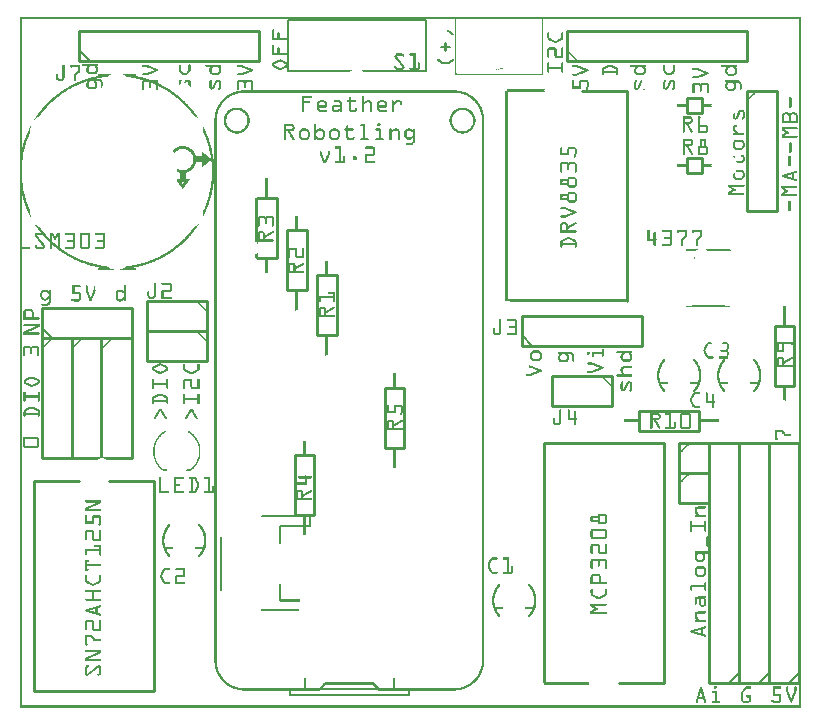
<source format=gto>
G04 MADE WITH FRITZING*
G04 WWW.FRITZING.ORG*
G04 DOUBLE SIDED*
G04 HOLES PLATED*
G04 CONTOUR ON CENTER OF CONTOUR VECTOR*
%ASAXBY*%
%FSLAX23Y23*%
%MOIN*%
%OFA0B0*%
%SFA1.0B1.0*%
%ADD10C,0.010000*%
%ADD11C,0.005000*%
%ADD12C,0.008000*%
%ADD13C,0.005189*%
%ADD14R,0.001000X0.001000*%
%LNSILK1*%
G90*
G70*
G54D10*
X199Y2157D02*
X799Y2157D01*
D02*
X799Y2157D02*
X799Y2257D01*
D02*
X799Y2257D02*
X199Y2257D01*
D02*
X199Y2257D02*
X199Y2157D01*
G54D11*
D02*
X234Y2157D02*
X199Y2192D01*
G54D12*
D02*
X383Y1462D02*
X383Y1465D01*
D02*
X265Y1462D02*
X265Y1465D01*
D02*
X383Y2110D02*
X383Y2112D01*
D02*
X265Y2110D02*
X265Y2112D01*
G54D10*
D02*
X2265Y924D02*
X2065Y924D01*
D02*
X2065Y924D02*
X2065Y990D01*
D02*
X2065Y990D02*
X2265Y990D01*
D02*
X2265Y990D02*
X2265Y924D01*
D02*
X2582Y1273D02*
X2582Y1073D01*
D02*
X2582Y1073D02*
X2516Y1073D01*
D02*
X2516Y1073D02*
X2516Y1273D01*
D02*
X2516Y1273D02*
X2582Y1273D01*
D02*
X2199Y782D02*
X2199Y682D01*
D02*
X2199Y682D02*
X2299Y682D01*
D02*
X2299Y682D02*
X2299Y782D01*
D02*
X2299Y782D02*
X2199Y782D01*
D02*
X2199Y882D02*
X2199Y782D01*
D02*
X2199Y782D02*
X2299Y782D01*
D02*
X2299Y782D02*
X2299Y882D01*
D02*
X2299Y882D02*
X2199Y882D01*
D02*
X2224Y1832D02*
X2274Y1832D01*
D02*
X2274Y1832D02*
X2274Y1782D01*
D02*
X2274Y1782D02*
X2224Y1782D01*
D02*
X2224Y1782D02*
X2224Y1832D01*
D02*
X2224Y2032D02*
X2274Y2032D01*
D02*
X2274Y2032D02*
X2274Y1982D01*
D02*
X2274Y1982D02*
X2224Y1982D01*
D02*
X2224Y1982D02*
X2224Y2032D01*
D02*
X1216Y867D02*
X1216Y1067D01*
D02*
X1216Y1067D02*
X1282Y1067D01*
D02*
X1282Y1067D02*
X1282Y867D01*
D02*
X1282Y867D02*
X1216Y867D01*
D02*
X916Y642D02*
X916Y842D01*
D02*
X916Y842D02*
X982Y842D01*
D02*
X982Y842D02*
X982Y642D01*
D02*
X982Y642D02*
X916Y642D01*
G54D12*
D02*
X895Y2293D02*
X895Y2122D01*
D02*
X1353Y2122D02*
X1353Y2293D01*
D02*
X1353Y2293D02*
X895Y2293D01*
G54D10*
D02*
X74Y1232D02*
X374Y1232D01*
D02*
X374Y1232D02*
X374Y1332D01*
D02*
X374Y1332D02*
X74Y1332D01*
D02*
X74Y1332D02*
X74Y1232D01*
G54D11*
D02*
X109Y1232D02*
X74Y1267D01*
G54D12*
D02*
X671Y394D02*
X671Y571D01*
D02*
X809Y640D02*
X966Y640D01*
D02*
X966Y640D02*
X966Y606D01*
D02*
X966Y606D02*
X868Y606D01*
D02*
X868Y606D02*
X868Y551D01*
D02*
X868Y413D02*
X868Y358D01*
G54D11*
D02*
X950Y98D02*
X950Y63D01*
D02*
X950Y63D02*
X1249Y63D01*
D02*
X1249Y63D02*
X1249Y98D01*
G54D12*
D02*
X1298Y43D02*
X1298Y57D01*
D02*
X900Y43D02*
X900Y57D01*
D02*
X1298Y43D02*
X900Y43D01*
G54D10*
D02*
X1974Y1107D02*
X1774Y1107D01*
D02*
X1774Y1107D02*
X1774Y1007D01*
D02*
X1774Y1007D02*
X1974Y1007D01*
D02*
X1974Y1007D02*
X1974Y1107D01*
D02*
X1824Y2157D02*
X2424Y2157D01*
D02*
X2424Y2157D02*
X2424Y2257D01*
D02*
X2424Y2257D02*
X1824Y2257D01*
D02*
X1824Y2257D02*
X1824Y2157D01*
D02*
X2599Y82D02*
X2599Y882D01*
D02*
X2599Y882D02*
X2499Y882D01*
D02*
X2499Y882D02*
X2499Y82D01*
D02*
X2499Y82D02*
X2599Y82D01*
G54D11*
D02*
X2599Y117D02*
X2564Y82D01*
G54D10*
D02*
X2499Y82D02*
X2499Y882D01*
D02*
X2499Y882D02*
X2399Y882D01*
D02*
X2399Y882D02*
X2399Y82D01*
D02*
X2399Y82D02*
X2499Y82D01*
G54D11*
D02*
X2499Y117D02*
X2464Y82D01*
G54D10*
D02*
X2399Y82D02*
X2399Y882D01*
D02*
X2399Y882D02*
X2299Y882D01*
D02*
X2299Y882D02*
X2299Y82D01*
D02*
X2299Y82D02*
X2399Y82D01*
G54D11*
D02*
X2399Y117D02*
X2364Y82D01*
G54D10*
D02*
X1674Y1207D02*
X2074Y1207D01*
D02*
X2074Y1207D02*
X2074Y1307D01*
D02*
X2074Y1307D02*
X1674Y1307D01*
D02*
X1674Y1307D02*
X1674Y1207D01*
G54D11*
D02*
X1709Y1207D02*
X1674Y1242D01*
G54D10*
D02*
X2424Y2057D02*
X2424Y1657D01*
D02*
X2424Y1657D02*
X2524Y1657D01*
D02*
X2524Y1657D02*
X2524Y2057D01*
D02*
X2524Y2057D02*
X2424Y2057D01*
D02*
X2024Y1357D02*
X2024Y2057D01*
D02*
X1874Y2057D02*
X2024Y2057D01*
D02*
X2149Y82D02*
X2149Y882D01*
D02*
X2149Y882D02*
X1749Y882D01*
D02*
X2149Y82D02*
X1999Y82D01*
D02*
X857Y1698D02*
X857Y1498D01*
D02*
X857Y1498D02*
X791Y1498D01*
D02*
X791Y1698D02*
X857Y1698D01*
D02*
X891Y1392D02*
X891Y1592D01*
D02*
X891Y1592D02*
X957Y1592D01*
D02*
X957Y1592D02*
X957Y1392D01*
D02*
X957Y1392D02*
X891Y1392D01*
D02*
X991Y1242D02*
X991Y1442D01*
D02*
X991Y1442D02*
X1057Y1442D01*
D02*
X1057Y1442D02*
X1057Y1242D01*
D02*
X1057Y1242D02*
X991Y1242D01*
D02*
X624Y1357D02*
X424Y1357D01*
D02*
X424Y1357D02*
X424Y1257D01*
D02*
X424Y1257D02*
X624Y1257D01*
D02*
X624Y1257D02*
X624Y1357D01*
D02*
X624Y1257D02*
X424Y1257D01*
D02*
X424Y1257D02*
X424Y1157D01*
D02*
X424Y1157D02*
X624Y1157D01*
D02*
X624Y1157D02*
X624Y1257D01*
D02*
X49Y757D02*
X49Y57D01*
D02*
X49Y57D02*
X449Y57D01*
D02*
X449Y57D02*
X449Y757D01*
D02*
X49Y757D02*
X199Y757D01*
D02*
X299Y757D02*
X449Y757D01*
D02*
X174Y1232D02*
X174Y832D01*
D02*
X274Y1232D02*
X174Y1232D01*
D02*
X74Y1232D02*
X74Y832D01*
D02*
X74Y832D02*
X174Y832D01*
D02*
X174Y832D02*
X174Y1232D01*
D02*
X174Y1232D02*
X74Y1232D01*
D02*
X374Y832D02*
X374Y1232D01*
D02*
X374Y1232D02*
X274Y1232D01*
G54D13*
G36*
X1549Y2290D02*
X1549Y2255D01*
G37*
D02*
G36*
X1566Y2273D02*
X1531Y2273D01*
G37*
D02*
G36*
X1666Y2273D02*
X1631Y2273D01*
G37*
D02*
G54D14*
X0Y2303D02*
X2605Y2303D01*
X0Y2302D02*
X2605Y2302D01*
X0Y2301D02*
X2605Y2301D01*
X0Y2300D02*
X2605Y2300D01*
X0Y2299D02*
X2605Y2299D01*
X0Y2298D02*
X2605Y2298D01*
X0Y2297D02*
X2605Y2297D01*
X0Y2296D02*
X2605Y2296D01*
X0Y2295D02*
X7Y2295D01*
X1452Y2295D02*
X1455Y2295D01*
X1742Y2295D02*
X1745Y2295D01*
X2598Y2295D02*
X2605Y2295D01*
X0Y2294D02*
X7Y2294D01*
X1452Y2294D02*
X1455Y2294D01*
X1742Y2294D02*
X1745Y2294D01*
X2598Y2294D02*
X2605Y2294D01*
X0Y2293D02*
X7Y2293D01*
X1452Y2293D02*
X1455Y2293D01*
X1742Y2293D02*
X1745Y2293D01*
X2598Y2293D02*
X2605Y2293D01*
X0Y2292D02*
X7Y2292D01*
X1452Y2292D02*
X1455Y2292D01*
X1742Y2292D02*
X1745Y2292D01*
X2598Y2292D02*
X2605Y2292D01*
X0Y2291D02*
X7Y2291D01*
X1452Y2291D02*
X1455Y2291D01*
X1742Y2291D02*
X1745Y2291D01*
X2598Y2291D02*
X2605Y2291D01*
X0Y2290D02*
X7Y2290D01*
X1452Y2290D02*
X1455Y2290D01*
X1742Y2290D02*
X1745Y2290D01*
X2598Y2290D02*
X2605Y2290D01*
X0Y2289D02*
X7Y2289D01*
X1452Y2289D02*
X1455Y2289D01*
X1742Y2289D02*
X1745Y2289D01*
X2598Y2289D02*
X2605Y2289D01*
X0Y2288D02*
X7Y2288D01*
X1452Y2288D02*
X1455Y2288D01*
X1742Y2288D02*
X1745Y2288D01*
X2598Y2288D02*
X2605Y2288D01*
X0Y2287D02*
X7Y2287D01*
X1452Y2287D02*
X1455Y2287D01*
X1742Y2287D02*
X1745Y2287D01*
X2598Y2287D02*
X2605Y2287D01*
X0Y2286D02*
X7Y2286D01*
X1452Y2286D02*
X1455Y2286D01*
X1742Y2286D02*
X1745Y2286D01*
X2598Y2286D02*
X2605Y2286D01*
X0Y2285D02*
X7Y2285D01*
X1452Y2285D02*
X1455Y2285D01*
X1742Y2285D02*
X1745Y2285D01*
X2598Y2285D02*
X2605Y2285D01*
X0Y2284D02*
X7Y2284D01*
X1452Y2284D02*
X1455Y2284D01*
X1742Y2284D02*
X1745Y2284D01*
X2598Y2284D02*
X2605Y2284D01*
X0Y2283D02*
X7Y2283D01*
X1452Y2283D02*
X1455Y2283D01*
X1742Y2283D02*
X1745Y2283D01*
X2598Y2283D02*
X2605Y2283D01*
X0Y2282D02*
X7Y2282D01*
X1452Y2282D02*
X1455Y2282D01*
X1742Y2282D02*
X1745Y2282D01*
X2598Y2282D02*
X2605Y2282D01*
X0Y2281D02*
X7Y2281D01*
X1452Y2281D02*
X1455Y2281D01*
X1742Y2281D02*
X1745Y2281D01*
X2598Y2281D02*
X2605Y2281D01*
X0Y2280D02*
X7Y2280D01*
X1452Y2280D02*
X1455Y2280D01*
X1742Y2280D02*
X1745Y2280D01*
X2598Y2280D02*
X2605Y2280D01*
X0Y2279D02*
X7Y2279D01*
X1452Y2279D02*
X1455Y2279D01*
X1742Y2279D02*
X1745Y2279D01*
X2598Y2279D02*
X2605Y2279D01*
X0Y2278D02*
X7Y2278D01*
X1452Y2278D02*
X1455Y2278D01*
X1742Y2278D02*
X1745Y2278D01*
X2598Y2278D02*
X2605Y2278D01*
X0Y2277D02*
X7Y2277D01*
X1452Y2277D02*
X1455Y2277D01*
X1742Y2277D02*
X1745Y2277D01*
X2598Y2277D02*
X2605Y2277D01*
X0Y2276D02*
X7Y2276D01*
X1452Y2276D02*
X1455Y2276D01*
X1742Y2276D02*
X1745Y2276D01*
X2598Y2276D02*
X2605Y2276D01*
X0Y2275D02*
X7Y2275D01*
X1452Y2275D02*
X1455Y2275D01*
X1742Y2275D02*
X1745Y2275D01*
X2598Y2275D02*
X2605Y2275D01*
X0Y2274D02*
X7Y2274D01*
X1452Y2274D02*
X1455Y2274D01*
X1742Y2274D02*
X1745Y2274D01*
X2598Y2274D02*
X2605Y2274D01*
X0Y2273D02*
X7Y2273D01*
X1452Y2273D02*
X1455Y2273D01*
X1742Y2273D02*
X1745Y2273D01*
X2598Y2273D02*
X2605Y2273D01*
X0Y2272D02*
X7Y2272D01*
X1452Y2272D02*
X1455Y2272D01*
X1742Y2272D02*
X1745Y2272D01*
X2598Y2272D02*
X2605Y2272D01*
X0Y2271D02*
X7Y2271D01*
X1452Y2271D02*
X1455Y2271D01*
X1742Y2271D02*
X1745Y2271D01*
X2598Y2271D02*
X2605Y2271D01*
X0Y2270D02*
X7Y2270D01*
X1452Y2270D02*
X1455Y2270D01*
X1742Y2270D02*
X1745Y2270D01*
X2598Y2270D02*
X2605Y2270D01*
X0Y2269D02*
X7Y2269D01*
X1452Y2269D02*
X1455Y2269D01*
X1742Y2269D02*
X1745Y2269D01*
X2598Y2269D02*
X2605Y2269D01*
X0Y2268D02*
X7Y2268D01*
X1452Y2268D02*
X1455Y2268D01*
X1742Y2268D02*
X1745Y2268D01*
X2598Y2268D02*
X2605Y2268D01*
X0Y2267D02*
X7Y2267D01*
X1452Y2267D02*
X1455Y2267D01*
X1742Y2267D02*
X1745Y2267D01*
X2598Y2267D02*
X2605Y2267D01*
X0Y2266D02*
X7Y2266D01*
X1452Y2266D02*
X1455Y2266D01*
X1742Y2266D02*
X1745Y2266D01*
X2598Y2266D02*
X2605Y2266D01*
X0Y2265D02*
X7Y2265D01*
X1452Y2265D02*
X1455Y2265D01*
X1742Y2265D02*
X1745Y2265D01*
X2598Y2265D02*
X2605Y2265D01*
X0Y2264D02*
X7Y2264D01*
X1452Y2264D02*
X1455Y2264D01*
X1742Y2264D02*
X1745Y2264D01*
X2598Y2264D02*
X2605Y2264D01*
X0Y2263D02*
X7Y2263D01*
X1452Y2263D02*
X1455Y2263D01*
X1742Y2263D02*
X1745Y2263D01*
X2598Y2263D02*
X2605Y2263D01*
X0Y2262D02*
X7Y2262D01*
X1452Y2262D02*
X1455Y2262D01*
X1742Y2262D02*
X1745Y2262D01*
X2598Y2262D02*
X2605Y2262D01*
X0Y2261D02*
X7Y2261D01*
X844Y2261D02*
X846Y2261D01*
X1452Y2261D02*
X1455Y2261D01*
X1742Y2261D02*
X1745Y2261D01*
X2598Y2261D02*
X2605Y2261D01*
X0Y2260D02*
X7Y2260D01*
X843Y2260D02*
X847Y2260D01*
X1452Y2260D02*
X1455Y2260D01*
X1742Y2260D02*
X1745Y2260D01*
X2598Y2260D02*
X2605Y2260D01*
X0Y2259D02*
X7Y2259D01*
X842Y2259D02*
X848Y2259D01*
X1424Y2259D02*
X1430Y2259D01*
X1452Y2259D02*
X1455Y2259D01*
X1742Y2259D02*
X1745Y2259D01*
X2598Y2259D02*
X2605Y2259D01*
X0Y2258D02*
X7Y2258D01*
X842Y2258D02*
X848Y2258D01*
X1424Y2258D02*
X1432Y2258D01*
X1452Y2258D02*
X1455Y2258D01*
X1742Y2258D02*
X1745Y2258D01*
X2598Y2258D02*
X2605Y2258D01*
X0Y2257D02*
X7Y2257D01*
X842Y2257D02*
X848Y2257D01*
X1424Y2257D02*
X1434Y2257D01*
X1452Y2257D02*
X1455Y2257D01*
X1742Y2257D02*
X1745Y2257D01*
X2598Y2257D02*
X2605Y2257D01*
X0Y2256D02*
X7Y2256D01*
X842Y2256D02*
X848Y2256D01*
X1424Y2256D02*
X1435Y2256D01*
X1452Y2256D02*
X1455Y2256D01*
X1742Y2256D02*
X1745Y2256D01*
X2598Y2256D02*
X2605Y2256D01*
X0Y2255D02*
X7Y2255D01*
X842Y2255D02*
X848Y2255D01*
X1424Y2255D02*
X1436Y2255D01*
X1452Y2255D02*
X1455Y2255D01*
X1742Y2255D02*
X1745Y2255D01*
X2598Y2255D02*
X2605Y2255D01*
X0Y2254D02*
X7Y2254D01*
X842Y2254D02*
X848Y2254D01*
X861Y2254D02*
X864Y2254D01*
X1423Y2254D02*
X1438Y2254D01*
X1452Y2254D02*
X1455Y2254D01*
X1742Y2254D02*
X1745Y2254D01*
X2598Y2254D02*
X2605Y2254D01*
X0Y2253D02*
X7Y2253D01*
X842Y2253D02*
X848Y2253D01*
X860Y2253D02*
X865Y2253D01*
X1423Y2253D02*
X1439Y2253D01*
X1452Y2253D02*
X1455Y2253D01*
X1742Y2253D02*
X1745Y2253D01*
X2598Y2253D02*
X2605Y2253D01*
X0Y2252D02*
X7Y2252D01*
X842Y2252D02*
X848Y2252D01*
X860Y2252D02*
X865Y2252D01*
X1429Y2252D02*
X1440Y2252D01*
X1452Y2252D02*
X1455Y2252D01*
X1742Y2252D02*
X1745Y2252D01*
X2598Y2252D02*
X2605Y2252D01*
X0Y2251D02*
X7Y2251D01*
X842Y2251D02*
X848Y2251D01*
X860Y2251D02*
X865Y2251D01*
X1431Y2251D02*
X1442Y2251D01*
X1452Y2251D02*
X1455Y2251D01*
X1742Y2251D02*
X1745Y2251D01*
X1761Y2251D02*
X1763Y2251D01*
X1808Y2251D02*
X1811Y2251D01*
X2598Y2251D02*
X2605Y2251D01*
X0Y2250D02*
X7Y2250D01*
X842Y2250D02*
X848Y2250D01*
X859Y2250D02*
X866Y2250D01*
X1432Y2250D02*
X1443Y2250D01*
X1452Y2250D02*
X1455Y2250D01*
X1742Y2250D02*
X1745Y2250D01*
X1760Y2250D02*
X1765Y2250D01*
X1807Y2250D02*
X1812Y2250D01*
X2598Y2250D02*
X2605Y2250D01*
X0Y2249D02*
X7Y2249D01*
X842Y2249D02*
X848Y2249D01*
X859Y2249D02*
X866Y2249D01*
X1434Y2249D02*
X1444Y2249D01*
X1452Y2249D02*
X1455Y2249D01*
X1742Y2249D02*
X1745Y2249D01*
X1759Y2249D02*
X1765Y2249D01*
X1807Y2249D02*
X1812Y2249D01*
X2598Y2249D02*
X2605Y2249D01*
X0Y2248D02*
X7Y2248D01*
X842Y2248D02*
X848Y2248D01*
X859Y2248D02*
X866Y2248D01*
X1435Y2248D02*
X1445Y2248D01*
X1452Y2248D02*
X1455Y2248D01*
X1742Y2248D02*
X1745Y2248D01*
X1759Y2248D02*
X1765Y2248D01*
X1806Y2248D02*
X1812Y2248D01*
X2598Y2248D02*
X2605Y2248D01*
X0Y2247D02*
X7Y2247D01*
X842Y2247D02*
X848Y2247D01*
X859Y2247D02*
X866Y2247D01*
X1436Y2247D02*
X1446Y2247D01*
X1452Y2247D02*
X1455Y2247D01*
X1742Y2247D02*
X1745Y2247D01*
X1759Y2247D02*
X1765Y2247D01*
X1806Y2247D02*
X1812Y2247D01*
X2598Y2247D02*
X2605Y2247D01*
X0Y2246D02*
X7Y2246D01*
X842Y2246D02*
X848Y2246D01*
X859Y2246D02*
X866Y2246D01*
X1437Y2246D02*
X1446Y2246D01*
X1452Y2246D02*
X1455Y2246D01*
X1742Y2246D02*
X1745Y2246D01*
X1759Y2246D02*
X1765Y2246D01*
X1806Y2246D02*
X1812Y2246D01*
X2598Y2246D02*
X2605Y2246D01*
X0Y2245D02*
X7Y2245D01*
X842Y2245D02*
X848Y2245D01*
X859Y2245D02*
X866Y2245D01*
X1439Y2245D02*
X1446Y2245D01*
X1452Y2245D02*
X1455Y2245D01*
X1742Y2245D02*
X1745Y2245D01*
X1759Y2245D02*
X1765Y2245D01*
X1806Y2245D02*
X1812Y2245D01*
X2598Y2245D02*
X2605Y2245D01*
X0Y2244D02*
X7Y2244D01*
X842Y2244D02*
X848Y2244D01*
X859Y2244D02*
X866Y2244D01*
X1440Y2244D02*
X1446Y2244D01*
X1452Y2244D02*
X1455Y2244D01*
X1742Y2244D02*
X1745Y2244D01*
X1759Y2244D02*
X1765Y2244D01*
X1806Y2244D02*
X1812Y2244D01*
X2598Y2244D02*
X2605Y2244D01*
X0Y2243D02*
X7Y2243D01*
X842Y2243D02*
X848Y2243D01*
X859Y2243D02*
X866Y2243D01*
X1441Y2243D02*
X1445Y2243D01*
X1452Y2243D02*
X1455Y2243D01*
X1742Y2243D02*
X1745Y2243D01*
X1759Y2243D02*
X1765Y2243D01*
X1806Y2243D02*
X1812Y2243D01*
X2598Y2243D02*
X2605Y2243D01*
X0Y2242D02*
X7Y2242D01*
X842Y2242D02*
X848Y2242D01*
X859Y2242D02*
X866Y2242D01*
X1452Y2242D02*
X1455Y2242D01*
X1742Y2242D02*
X1745Y2242D01*
X1759Y2242D02*
X1765Y2242D01*
X1806Y2242D02*
X1812Y2242D01*
X2598Y2242D02*
X2605Y2242D01*
X0Y2241D02*
X7Y2241D01*
X842Y2241D02*
X848Y2241D01*
X859Y2241D02*
X866Y2241D01*
X1452Y2241D02*
X1455Y2241D01*
X1742Y2241D02*
X1745Y2241D01*
X1759Y2241D02*
X1765Y2241D01*
X1806Y2241D02*
X1812Y2241D01*
X2598Y2241D02*
X2605Y2241D01*
X0Y2240D02*
X7Y2240D01*
X842Y2240D02*
X848Y2240D01*
X859Y2240D02*
X866Y2240D01*
X1452Y2240D02*
X1455Y2240D01*
X1742Y2240D02*
X1745Y2240D01*
X1759Y2240D02*
X1765Y2240D01*
X1806Y2240D02*
X1812Y2240D01*
X2598Y2240D02*
X2605Y2240D01*
X0Y2239D02*
X7Y2239D01*
X842Y2239D02*
X848Y2239D01*
X859Y2239D02*
X866Y2239D01*
X1452Y2239D02*
X1455Y2239D01*
X1742Y2239D02*
X1745Y2239D01*
X1759Y2239D02*
X1765Y2239D01*
X1806Y2239D02*
X1812Y2239D01*
X2598Y2239D02*
X2605Y2239D01*
X0Y2238D02*
X7Y2238D01*
X842Y2238D02*
X848Y2238D01*
X859Y2238D02*
X866Y2238D01*
X1452Y2238D02*
X1455Y2238D01*
X1742Y2238D02*
X1745Y2238D01*
X1759Y2238D02*
X1765Y2238D01*
X1806Y2238D02*
X1812Y2238D01*
X2598Y2238D02*
X2605Y2238D01*
X0Y2237D02*
X7Y2237D01*
X842Y2237D02*
X848Y2237D01*
X859Y2237D02*
X866Y2237D01*
X1452Y2237D02*
X1455Y2237D01*
X1742Y2237D02*
X1745Y2237D01*
X1759Y2237D02*
X1765Y2237D01*
X1806Y2237D02*
X1812Y2237D01*
X2598Y2237D02*
X2605Y2237D01*
X0Y2236D02*
X7Y2236D01*
X842Y2236D02*
X848Y2236D01*
X859Y2236D02*
X866Y2236D01*
X1452Y2236D02*
X1455Y2236D01*
X1742Y2236D02*
X1745Y2236D01*
X1759Y2236D02*
X1765Y2236D01*
X1806Y2236D02*
X1812Y2236D01*
X2598Y2236D02*
X2605Y2236D01*
X0Y2235D02*
X7Y2235D01*
X842Y2235D02*
X848Y2235D01*
X859Y2235D02*
X866Y2235D01*
X1452Y2235D02*
X1455Y2235D01*
X1742Y2235D02*
X1745Y2235D01*
X1759Y2235D02*
X1765Y2235D01*
X1806Y2235D02*
X1812Y2235D01*
X2598Y2235D02*
X2605Y2235D01*
X0Y2234D02*
X7Y2234D01*
X842Y2234D02*
X848Y2234D01*
X859Y2234D02*
X866Y2234D01*
X1452Y2234D02*
X1455Y2234D01*
X1742Y2234D02*
X1745Y2234D01*
X1759Y2234D02*
X1765Y2234D01*
X1806Y2234D02*
X1812Y2234D01*
X2598Y2234D02*
X2605Y2234D01*
X0Y2233D02*
X7Y2233D01*
X842Y2233D02*
X894Y2233D01*
X1452Y2233D02*
X1455Y2233D01*
X1742Y2233D02*
X1745Y2233D01*
X1759Y2233D02*
X1766Y2233D01*
X1806Y2233D02*
X1812Y2233D01*
X2598Y2233D02*
X2605Y2233D01*
X0Y2232D02*
X7Y2232D01*
X842Y2232D02*
X894Y2232D01*
X1452Y2232D02*
X1455Y2232D01*
X1742Y2232D02*
X1745Y2232D01*
X1760Y2232D02*
X1767Y2232D01*
X1804Y2232D02*
X1812Y2232D01*
X2598Y2232D02*
X2605Y2232D01*
X0Y2231D02*
X7Y2231D01*
X842Y2231D02*
X895Y2231D01*
X1452Y2231D02*
X1455Y2231D01*
X1742Y2231D02*
X1745Y2231D01*
X1760Y2231D02*
X1769Y2231D01*
X1802Y2231D02*
X1811Y2231D01*
X2598Y2231D02*
X2605Y2231D01*
X0Y2230D02*
X7Y2230D01*
X842Y2230D02*
X895Y2230D01*
X1452Y2230D02*
X1455Y2230D01*
X1742Y2230D02*
X1745Y2230D01*
X1761Y2230D02*
X1771Y2230D01*
X1800Y2230D02*
X1811Y2230D01*
X2598Y2230D02*
X2605Y2230D01*
X0Y2229D02*
X7Y2229D01*
X842Y2229D02*
X895Y2229D01*
X1452Y2229D02*
X1455Y2229D01*
X1742Y2229D02*
X1745Y2229D01*
X1761Y2229D02*
X1773Y2229D01*
X1798Y2229D02*
X1810Y2229D01*
X2598Y2229D02*
X2605Y2229D01*
X0Y2228D02*
X7Y2228D01*
X842Y2228D02*
X894Y2228D01*
X1452Y2228D02*
X1455Y2228D01*
X1742Y2228D02*
X1745Y2228D01*
X1762Y2228D02*
X1775Y2228D01*
X1796Y2228D02*
X1809Y2228D01*
X2598Y2228D02*
X2605Y2228D01*
X0Y2227D02*
X7Y2227D01*
X842Y2227D02*
X893Y2227D01*
X1452Y2227D02*
X1455Y2227D01*
X1742Y2227D02*
X1745Y2227D01*
X1763Y2227D02*
X1777Y2227D01*
X1794Y2227D02*
X1808Y2227D01*
X2598Y2227D02*
X2605Y2227D01*
X0Y2226D02*
X7Y2226D01*
X1452Y2226D02*
X1455Y2226D01*
X1742Y2226D02*
X1745Y2226D01*
X1764Y2226D02*
X1779Y2226D01*
X1792Y2226D02*
X1807Y2226D01*
X2598Y2226D02*
X2605Y2226D01*
X0Y2225D02*
X7Y2225D01*
X1452Y2225D02*
X1455Y2225D01*
X1742Y2225D02*
X1745Y2225D01*
X1766Y2225D02*
X1781Y2225D01*
X1790Y2225D02*
X1805Y2225D01*
X2598Y2225D02*
X2605Y2225D01*
X0Y2224D02*
X7Y2224D01*
X1452Y2224D02*
X1455Y2224D01*
X1742Y2224D02*
X1745Y2224D01*
X1768Y2224D02*
X1803Y2224D01*
X2598Y2224D02*
X2605Y2224D01*
X0Y2223D02*
X7Y2223D01*
X1452Y2223D02*
X1455Y2223D01*
X1742Y2223D02*
X1745Y2223D01*
X1770Y2223D02*
X1801Y2223D01*
X2598Y2223D02*
X2605Y2223D01*
X0Y2222D02*
X7Y2222D01*
X1452Y2222D02*
X1455Y2222D01*
X1742Y2222D02*
X1745Y2222D01*
X1772Y2222D02*
X1799Y2222D01*
X2598Y2222D02*
X2605Y2222D01*
X0Y2221D02*
X7Y2221D01*
X1452Y2221D02*
X1455Y2221D01*
X1742Y2221D02*
X1745Y2221D01*
X1774Y2221D02*
X1797Y2221D01*
X2598Y2221D02*
X2605Y2221D01*
X0Y2220D02*
X7Y2220D01*
X1452Y2220D02*
X1455Y2220D01*
X1742Y2220D02*
X1745Y2220D01*
X1776Y2220D02*
X1795Y2220D01*
X2598Y2220D02*
X2605Y2220D01*
X0Y2219D02*
X7Y2219D01*
X1418Y2219D02*
X1421Y2219D01*
X1452Y2219D02*
X1455Y2219D01*
X1742Y2219D02*
X1745Y2219D01*
X1778Y2219D02*
X1793Y2219D01*
X2598Y2219D02*
X2605Y2219D01*
X0Y2218D02*
X7Y2218D01*
X1417Y2218D02*
X1422Y2218D01*
X1452Y2218D02*
X1455Y2218D01*
X1742Y2218D02*
X1745Y2218D01*
X1781Y2218D02*
X1791Y2218D01*
X2598Y2218D02*
X2605Y2218D01*
X0Y2217D02*
X7Y2217D01*
X1417Y2217D02*
X1422Y2217D01*
X1452Y2217D02*
X1455Y2217D01*
X1742Y2217D02*
X1745Y2217D01*
X2598Y2217D02*
X2605Y2217D01*
X0Y2216D02*
X7Y2216D01*
X1416Y2216D02*
X1422Y2216D01*
X1452Y2216D02*
X1455Y2216D01*
X1742Y2216D02*
X1745Y2216D01*
X2598Y2216D02*
X2605Y2216D01*
X0Y2215D02*
X7Y2215D01*
X1416Y2215D02*
X1423Y2215D01*
X1452Y2215D02*
X1455Y2215D01*
X1742Y2215D02*
X1745Y2215D01*
X2598Y2215D02*
X2605Y2215D01*
X0Y2214D02*
X7Y2214D01*
X1416Y2214D02*
X1423Y2214D01*
X1452Y2214D02*
X1455Y2214D01*
X1742Y2214D02*
X1745Y2214D01*
X2598Y2214D02*
X2605Y2214D01*
X0Y2213D02*
X7Y2213D01*
X1416Y2213D02*
X1423Y2213D01*
X1452Y2213D02*
X1455Y2213D01*
X1742Y2213D02*
X1745Y2213D01*
X2598Y2213D02*
X2605Y2213D01*
X0Y2212D02*
X7Y2212D01*
X1416Y2212D02*
X1423Y2212D01*
X1452Y2212D02*
X1455Y2212D01*
X1742Y2212D02*
X1745Y2212D01*
X2598Y2212D02*
X2605Y2212D01*
X0Y2211D02*
X7Y2211D01*
X844Y2211D02*
X845Y2211D01*
X1416Y2211D02*
X1423Y2211D01*
X1452Y2211D02*
X1455Y2211D01*
X1742Y2211D02*
X1745Y2211D01*
X2598Y2211D02*
X2605Y2211D01*
X0Y2210D02*
X7Y2210D01*
X843Y2210D02*
X847Y2210D01*
X1416Y2210D02*
X1423Y2210D01*
X1452Y2210D02*
X1455Y2210D01*
X1742Y2210D02*
X1745Y2210D01*
X2598Y2210D02*
X2605Y2210D01*
X0Y2209D02*
X7Y2209D01*
X842Y2209D02*
X847Y2209D01*
X1416Y2209D02*
X1423Y2209D01*
X1452Y2209D02*
X1455Y2209D01*
X1742Y2209D02*
X1745Y2209D01*
X2598Y2209D02*
X2605Y2209D01*
X0Y2208D02*
X7Y2208D01*
X842Y2208D02*
X848Y2208D01*
X1416Y2208D02*
X1423Y2208D01*
X1452Y2208D02*
X1455Y2208D01*
X1742Y2208D02*
X1745Y2208D01*
X2598Y2208D02*
X2605Y2208D01*
X0Y2207D02*
X7Y2207D01*
X842Y2207D02*
X848Y2207D01*
X1416Y2207D02*
X1423Y2207D01*
X1452Y2207D02*
X1455Y2207D01*
X1742Y2207D02*
X1745Y2207D01*
X2598Y2207D02*
X2605Y2207D01*
X0Y2206D02*
X7Y2206D01*
X842Y2206D02*
X848Y2206D01*
X1416Y2206D02*
X1423Y2206D01*
X1452Y2206D02*
X1455Y2206D01*
X1742Y2206D02*
X1745Y2206D01*
X2598Y2206D02*
X2605Y2206D01*
X0Y2205D02*
X7Y2205D01*
X842Y2205D02*
X848Y2205D01*
X1404Y2205D02*
X1435Y2205D01*
X1452Y2205D02*
X1455Y2205D01*
X1742Y2205D02*
X1745Y2205D01*
X2598Y2205D02*
X2605Y2205D01*
X0Y2204D02*
X7Y2204D01*
X842Y2204D02*
X848Y2204D01*
X862Y2204D02*
X863Y2204D01*
X1403Y2204D02*
X1436Y2204D01*
X1452Y2204D02*
X1455Y2204D01*
X1742Y2204D02*
X1745Y2204D01*
X2598Y2204D02*
X2605Y2204D01*
X0Y2203D02*
X7Y2203D01*
X842Y2203D02*
X848Y2203D01*
X860Y2203D02*
X865Y2203D01*
X1403Y2203D02*
X1436Y2203D01*
X1452Y2203D02*
X1455Y2203D01*
X1742Y2203D02*
X1745Y2203D01*
X2598Y2203D02*
X2605Y2203D01*
X0Y2202D02*
X7Y2202D01*
X842Y2202D02*
X848Y2202D01*
X860Y2202D02*
X865Y2202D01*
X1403Y2202D02*
X1436Y2202D01*
X1452Y2202D02*
X1455Y2202D01*
X1742Y2202D02*
X1745Y2202D01*
X2598Y2202D02*
X2605Y2202D01*
X0Y2201D02*
X7Y2201D01*
X842Y2201D02*
X848Y2201D01*
X860Y2201D02*
X865Y2201D01*
X1403Y2201D02*
X1436Y2201D01*
X1452Y2201D02*
X1455Y2201D01*
X1742Y2201D02*
X1745Y2201D01*
X1764Y2201D02*
X1784Y2201D01*
X1808Y2201D02*
X1811Y2201D01*
X2598Y2201D02*
X2605Y2201D01*
X0Y2200D02*
X7Y2200D01*
X842Y2200D02*
X848Y2200D01*
X859Y2200D02*
X866Y2200D01*
X1404Y2200D02*
X1435Y2200D01*
X1452Y2200D02*
X1455Y2200D01*
X1742Y2200D02*
X1745Y2200D01*
X1762Y2200D02*
X1786Y2200D01*
X1807Y2200D02*
X1812Y2200D01*
X2598Y2200D02*
X2605Y2200D01*
X0Y2199D02*
X7Y2199D01*
X842Y2199D02*
X848Y2199D01*
X859Y2199D02*
X866Y2199D01*
X1406Y2199D02*
X1433Y2199D01*
X1452Y2199D02*
X1455Y2199D01*
X1742Y2199D02*
X1745Y2199D01*
X1761Y2199D02*
X1787Y2199D01*
X1807Y2199D02*
X1812Y2199D01*
X2598Y2199D02*
X2605Y2199D01*
X0Y2198D02*
X7Y2198D01*
X842Y2198D02*
X848Y2198D01*
X859Y2198D02*
X866Y2198D01*
X1416Y2198D02*
X1423Y2198D01*
X1452Y2198D02*
X1455Y2198D01*
X1742Y2198D02*
X1745Y2198D01*
X1760Y2198D02*
X1788Y2198D01*
X1806Y2198D02*
X1812Y2198D01*
X2598Y2198D02*
X2605Y2198D01*
X0Y2197D02*
X7Y2197D01*
X842Y2197D02*
X848Y2197D01*
X859Y2197D02*
X866Y2197D01*
X1416Y2197D02*
X1423Y2197D01*
X1452Y2197D02*
X1455Y2197D01*
X1742Y2197D02*
X1745Y2197D01*
X1760Y2197D02*
X1788Y2197D01*
X1806Y2197D02*
X1812Y2197D01*
X2598Y2197D02*
X2605Y2197D01*
X0Y2196D02*
X7Y2196D01*
X842Y2196D02*
X848Y2196D01*
X859Y2196D02*
X866Y2196D01*
X1416Y2196D02*
X1423Y2196D01*
X1452Y2196D02*
X1455Y2196D01*
X1742Y2196D02*
X1745Y2196D01*
X1759Y2196D02*
X1789Y2196D01*
X1806Y2196D02*
X1812Y2196D01*
X2598Y2196D02*
X2605Y2196D01*
X0Y2195D02*
X7Y2195D01*
X842Y2195D02*
X848Y2195D01*
X859Y2195D02*
X866Y2195D01*
X1416Y2195D02*
X1423Y2195D01*
X1452Y2195D02*
X1455Y2195D01*
X1742Y2195D02*
X1745Y2195D01*
X1759Y2195D02*
X1789Y2195D01*
X1806Y2195D02*
X1812Y2195D01*
X2598Y2195D02*
X2605Y2195D01*
X0Y2194D02*
X7Y2194D01*
X842Y2194D02*
X848Y2194D01*
X859Y2194D02*
X866Y2194D01*
X1416Y2194D02*
X1423Y2194D01*
X1452Y2194D02*
X1455Y2194D01*
X1742Y2194D02*
X1745Y2194D01*
X1759Y2194D02*
X1765Y2194D01*
X1783Y2194D02*
X1789Y2194D01*
X1806Y2194D02*
X1812Y2194D01*
X1825Y2194D02*
X1825Y2194D01*
X2598Y2194D02*
X2605Y2194D01*
X0Y2193D02*
X7Y2193D01*
X842Y2193D02*
X848Y2193D01*
X859Y2193D02*
X866Y2193D01*
X1416Y2193D02*
X1423Y2193D01*
X1452Y2193D02*
X1455Y2193D01*
X1742Y2193D02*
X1745Y2193D01*
X1759Y2193D02*
X1765Y2193D01*
X1783Y2193D02*
X1789Y2193D01*
X1806Y2193D02*
X1812Y2193D01*
X1824Y2193D02*
X1826Y2193D01*
X2598Y2193D02*
X2605Y2193D01*
X0Y2192D02*
X7Y2192D01*
X842Y2192D02*
X848Y2192D01*
X859Y2192D02*
X866Y2192D01*
X1416Y2192D02*
X1423Y2192D01*
X1452Y2192D02*
X1455Y2192D01*
X1742Y2192D02*
X1745Y2192D01*
X1759Y2192D02*
X1765Y2192D01*
X1783Y2192D02*
X1789Y2192D01*
X1806Y2192D02*
X1812Y2192D01*
X1823Y2192D02*
X1827Y2192D01*
X2598Y2192D02*
X2605Y2192D01*
X0Y2191D02*
X7Y2191D01*
X842Y2191D02*
X848Y2191D01*
X859Y2191D02*
X866Y2191D01*
X1416Y2191D02*
X1423Y2191D01*
X1452Y2191D02*
X1455Y2191D01*
X1742Y2191D02*
X1745Y2191D01*
X1759Y2191D02*
X1765Y2191D01*
X1783Y2191D02*
X1789Y2191D01*
X1806Y2191D02*
X1812Y2191D01*
X1822Y2191D02*
X1828Y2191D01*
X2598Y2191D02*
X2605Y2191D01*
X0Y2190D02*
X7Y2190D01*
X842Y2190D02*
X848Y2190D01*
X859Y2190D02*
X866Y2190D01*
X1416Y2190D02*
X1423Y2190D01*
X1452Y2190D02*
X1455Y2190D01*
X1742Y2190D02*
X1745Y2190D01*
X1759Y2190D02*
X1765Y2190D01*
X1783Y2190D02*
X1789Y2190D01*
X1806Y2190D02*
X1812Y2190D01*
X1823Y2190D02*
X1829Y2190D01*
X2598Y2190D02*
X2605Y2190D01*
X0Y2189D02*
X7Y2189D01*
X842Y2189D02*
X848Y2189D01*
X859Y2189D02*
X866Y2189D01*
X1416Y2189D02*
X1423Y2189D01*
X1452Y2189D02*
X1455Y2189D01*
X1742Y2189D02*
X1745Y2189D01*
X1759Y2189D02*
X1765Y2189D01*
X1783Y2189D02*
X1789Y2189D01*
X1806Y2189D02*
X1812Y2189D01*
X1824Y2189D02*
X1830Y2189D01*
X2598Y2189D02*
X2605Y2189D01*
X0Y2188D02*
X7Y2188D01*
X842Y2188D02*
X848Y2188D01*
X859Y2188D02*
X866Y2188D01*
X1417Y2188D02*
X1422Y2188D01*
X1452Y2188D02*
X1455Y2188D01*
X1742Y2188D02*
X1745Y2188D01*
X1759Y2188D02*
X1765Y2188D01*
X1783Y2188D02*
X1789Y2188D01*
X1806Y2188D02*
X1812Y2188D01*
X1825Y2188D02*
X1831Y2188D01*
X2598Y2188D02*
X2605Y2188D01*
X0Y2187D02*
X7Y2187D01*
X842Y2187D02*
X848Y2187D01*
X859Y2187D02*
X866Y2187D01*
X1417Y2187D02*
X1422Y2187D01*
X1452Y2187D02*
X1455Y2187D01*
X1742Y2187D02*
X1745Y2187D01*
X1759Y2187D02*
X1765Y2187D01*
X1783Y2187D02*
X1789Y2187D01*
X1806Y2187D02*
X1812Y2187D01*
X1826Y2187D02*
X1832Y2187D01*
X2598Y2187D02*
X2605Y2187D01*
X0Y2186D02*
X7Y2186D01*
X842Y2186D02*
X848Y2186D01*
X859Y2186D02*
X866Y2186D01*
X1418Y2186D02*
X1421Y2186D01*
X1452Y2186D02*
X1455Y2186D01*
X1742Y2186D02*
X1745Y2186D01*
X1759Y2186D02*
X1765Y2186D01*
X1783Y2186D02*
X1789Y2186D01*
X1806Y2186D02*
X1812Y2186D01*
X1827Y2186D02*
X1833Y2186D01*
X2598Y2186D02*
X2605Y2186D01*
X0Y2185D02*
X7Y2185D01*
X842Y2185D02*
X848Y2185D01*
X859Y2185D02*
X866Y2185D01*
X1452Y2185D02*
X1455Y2185D01*
X1742Y2185D02*
X1745Y2185D01*
X1759Y2185D02*
X1765Y2185D01*
X1783Y2185D02*
X1789Y2185D01*
X1806Y2185D02*
X1812Y2185D01*
X1828Y2185D02*
X1834Y2185D01*
X2598Y2185D02*
X2605Y2185D01*
X0Y2184D02*
X7Y2184D01*
X842Y2184D02*
X848Y2184D01*
X859Y2184D02*
X866Y2184D01*
X1452Y2184D02*
X1455Y2184D01*
X1742Y2184D02*
X1745Y2184D01*
X1759Y2184D02*
X1765Y2184D01*
X1783Y2184D02*
X1789Y2184D01*
X1806Y2184D02*
X1812Y2184D01*
X1829Y2184D02*
X1835Y2184D01*
X2598Y2184D02*
X2605Y2184D01*
X0Y2183D02*
X7Y2183D01*
X842Y2183D02*
X893Y2183D01*
X1452Y2183D02*
X1455Y2183D01*
X1742Y2183D02*
X1745Y2183D01*
X1759Y2183D02*
X1765Y2183D01*
X1783Y2183D02*
X1789Y2183D01*
X1806Y2183D02*
X1812Y2183D01*
X1830Y2183D02*
X1836Y2183D01*
X2598Y2183D02*
X2605Y2183D01*
X0Y2182D02*
X7Y2182D01*
X842Y2182D02*
X894Y2182D01*
X1452Y2182D02*
X1455Y2182D01*
X1742Y2182D02*
X1745Y2182D01*
X1759Y2182D02*
X1765Y2182D01*
X1783Y2182D02*
X1789Y2182D01*
X1806Y2182D02*
X1812Y2182D01*
X1831Y2182D02*
X1837Y2182D01*
X2598Y2182D02*
X2605Y2182D01*
X0Y2181D02*
X7Y2181D01*
X842Y2181D02*
X895Y2181D01*
X1256Y2181D02*
X1275Y2181D01*
X1301Y2181D02*
X1319Y2181D01*
X1452Y2181D02*
X1455Y2181D01*
X1742Y2181D02*
X1745Y2181D01*
X1759Y2181D02*
X1765Y2181D01*
X1783Y2181D02*
X1789Y2181D01*
X1806Y2181D02*
X1812Y2181D01*
X1832Y2181D02*
X1838Y2181D01*
X2598Y2181D02*
X2605Y2181D01*
X0Y2180D02*
X7Y2180D01*
X842Y2180D02*
X895Y2180D01*
X1256Y2180D02*
X1278Y2180D01*
X1300Y2180D02*
X1319Y2180D01*
X1452Y2180D02*
X1455Y2180D01*
X1742Y2180D02*
X1745Y2180D01*
X1759Y2180D02*
X1765Y2180D01*
X1783Y2180D02*
X1789Y2180D01*
X1806Y2180D02*
X1812Y2180D01*
X1833Y2180D02*
X1839Y2180D01*
X2598Y2180D02*
X2605Y2180D01*
X0Y2179D02*
X7Y2179D01*
X842Y2179D02*
X895Y2179D01*
X1255Y2179D02*
X1279Y2179D01*
X1299Y2179D02*
X1319Y2179D01*
X1452Y2179D02*
X1455Y2179D01*
X1742Y2179D02*
X1745Y2179D01*
X1759Y2179D02*
X1765Y2179D01*
X1783Y2179D02*
X1789Y2179D01*
X1806Y2179D02*
X1812Y2179D01*
X1834Y2179D02*
X1840Y2179D01*
X2598Y2179D02*
X2605Y2179D01*
X0Y2178D02*
X7Y2178D01*
X842Y2178D02*
X894Y2178D01*
X1254Y2178D02*
X1280Y2178D01*
X1299Y2178D02*
X1319Y2178D01*
X1452Y2178D02*
X1455Y2178D01*
X1742Y2178D02*
X1745Y2178D01*
X1759Y2178D02*
X1765Y2178D01*
X1783Y2178D02*
X1789Y2178D01*
X1806Y2178D02*
X1812Y2178D01*
X1835Y2178D02*
X1841Y2178D01*
X2598Y2178D02*
X2605Y2178D01*
X0Y2177D02*
X7Y2177D01*
X842Y2177D02*
X893Y2177D01*
X1253Y2177D02*
X1281Y2177D01*
X1299Y2177D02*
X1319Y2177D01*
X1452Y2177D02*
X1455Y2177D01*
X1742Y2177D02*
X1745Y2177D01*
X1759Y2177D02*
X1765Y2177D01*
X1783Y2177D02*
X1789Y2177D01*
X1806Y2177D02*
X1812Y2177D01*
X1836Y2177D02*
X1841Y2177D01*
X2598Y2177D02*
X2605Y2177D01*
X0Y2176D02*
X7Y2176D01*
X1252Y2176D02*
X1282Y2176D01*
X1300Y2176D02*
X1319Y2176D01*
X1452Y2176D02*
X1455Y2176D01*
X1742Y2176D02*
X1745Y2176D01*
X1759Y2176D02*
X1765Y2176D01*
X1783Y2176D02*
X1789Y2176D01*
X1806Y2176D02*
X1812Y2176D01*
X1837Y2176D02*
X1843Y2176D01*
X2598Y2176D02*
X2605Y2176D01*
X0Y2175D02*
X7Y2175D01*
X1250Y2175D02*
X1282Y2175D01*
X1300Y2175D02*
X1319Y2175D01*
X1452Y2175D02*
X1455Y2175D01*
X1742Y2175D02*
X1745Y2175D01*
X1759Y2175D02*
X1765Y2175D01*
X1783Y2175D02*
X1789Y2175D01*
X1806Y2175D02*
X1812Y2175D01*
X1838Y2175D02*
X1844Y2175D01*
X2598Y2175D02*
X2605Y2175D01*
X0Y2174D02*
X7Y2174D01*
X1249Y2174D02*
X1255Y2174D01*
X1275Y2174D02*
X1282Y2174D01*
X1313Y2174D02*
X1319Y2174D01*
X1452Y2174D02*
X1455Y2174D01*
X1742Y2174D02*
X1745Y2174D01*
X1759Y2174D02*
X1765Y2174D01*
X1783Y2174D02*
X1812Y2174D01*
X1839Y2174D02*
X1845Y2174D01*
X2598Y2174D02*
X2605Y2174D01*
X0Y2173D02*
X7Y2173D01*
X1249Y2173D02*
X1255Y2173D01*
X1276Y2173D02*
X1283Y2173D01*
X1313Y2173D02*
X1319Y2173D01*
X1452Y2173D02*
X1455Y2173D01*
X1742Y2173D02*
X1745Y2173D01*
X1759Y2173D02*
X1765Y2173D01*
X1783Y2173D02*
X1812Y2173D01*
X1840Y2173D02*
X1846Y2173D01*
X2598Y2173D02*
X2605Y2173D01*
X0Y2172D02*
X7Y2172D01*
X1249Y2172D02*
X1256Y2172D01*
X1277Y2172D02*
X1283Y2172D01*
X1313Y2172D02*
X1319Y2172D01*
X1452Y2172D02*
X1455Y2172D01*
X1742Y2172D02*
X1745Y2172D01*
X1759Y2172D02*
X1765Y2172D01*
X1783Y2172D02*
X1812Y2172D01*
X1841Y2172D02*
X1847Y2172D01*
X2598Y2172D02*
X2605Y2172D01*
X0Y2171D02*
X7Y2171D01*
X1249Y2171D02*
X1257Y2171D01*
X1277Y2171D02*
X1282Y2171D01*
X1313Y2171D02*
X1319Y2171D01*
X1452Y2171D02*
X1455Y2171D01*
X1742Y2171D02*
X1745Y2171D01*
X1759Y2171D02*
X1765Y2171D01*
X1784Y2171D02*
X1812Y2171D01*
X1842Y2171D02*
X1848Y2171D01*
X2598Y2171D02*
X2605Y2171D01*
X0Y2170D02*
X7Y2170D01*
X1250Y2170D02*
X1257Y2170D01*
X1277Y2170D02*
X1282Y2170D01*
X1313Y2170D02*
X1319Y2170D01*
X1452Y2170D02*
X1455Y2170D01*
X1742Y2170D02*
X1745Y2170D01*
X1759Y2170D02*
X1765Y2170D01*
X1784Y2170D02*
X1812Y2170D01*
X1843Y2170D02*
X1849Y2170D01*
X2598Y2170D02*
X2605Y2170D01*
X0Y2169D02*
X7Y2169D01*
X1250Y2169D02*
X1258Y2169D01*
X1278Y2169D02*
X1281Y2169D01*
X1313Y2169D02*
X1319Y2169D01*
X1452Y2169D02*
X1455Y2169D01*
X1742Y2169D02*
X1745Y2169D01*
X1760Y2169D02*
X1765Y2169D01*
X1785Y2169D02*
X1812Y2169D01*
X1844Y2169D02*
X1850Y2169D01*
X2598Y2169D02*
X2605Y2169D01*
X0Y2168D02*
X7Y2168D01*
X1251Y2168D02*
X1259Y2168D01*
X1313Y2168D02*
X1319Y2168D01*
X1452Y2168D02*
X1455Y2168D01*
X1742Y2168D02*
X1745Y2168D01*
X1760Y2168D02*
X1764Y2168D01*
X1786Y2168D02*
X1812Y2168D01*
X1845Y2168D02*
X1851Y2168D01*
X2598Y2168D02*
X2605Y2168D01*
X0Y2167D02*
X7Y2167D01*
X1252Y2167D02*
X1260Y2167D01*
X1313Y2167D02*
X1319Y2167D01*
X1452Y2167D02*
X1455Y2167D01*
X1742Y2167D02*
X1745Y2167D01*
X1790Y2167D02*
X1812Y2167D01*
X1846Y2167D02*
X1852Y2167D01*
X2598Y2167D02*
X2605Y2167D01*
X0Y2166D02*
X7Y2166D01*
X1253Y2166D02*
X1261Y2166D01*
X1313Y2166D02*
X1319Y2166D01*
X1452Y2166D02*
X1455Y2166D01*
X1742Y2166D02*
X1745Y2166D01*
X1847Y2166D02*
X1853Y2166D01*
X2598Y2166D02*
X2605Y2166D01*
X0Y2165D02*
X7Y2165D01*
X1253Y2165D02*
X1261Y2165D01*
X1313Y2165D02*
X1319Y2165D01*
X1452Y2165D02*
X1455Y2165D01*
X1742Y2165D02*
X1745Y2165D01*
X1848Y2165D02*
X1854Y2165D01*
X2598Y2165D02*
X2605Y2165D01*
X0Y2164D02*
X7Y2164D01*
X1254Y2164D02*
X1262Y2164D01*
X1313Y2164D02*
X1319Y2164D01*
X1452Y2164D02*
X1455Y2164D01*
X1742Y2164D02*
X1745Y2164D01*
X1849Y2164D02*
X1855Y2164D01*
X2598Y2164D02*
X2605Y2164D01*
X0Y2163D02*
X7Y2163D01*
X1255Y2163D02*
X1263Y2163D01*
X1313Y2163D02*
X1319Y2163D01*
X1452Y2163D02*
X1455Y2163D01*
X1742Y2163D02*
X1745Y2163D01*
X1850Y2163D02*
X1856Y2163D01*
X2598Y2163D02*
X2605Y2163D01*
X0Y2162D02*
X7Y2162D01*
X1256Y2162D02*
X1264Y2162D01*
X1313Y2162D02*
X1319Y2162D01*
X1394Y2162D02*
X1398Y2162D01*
X1442Y2162D02*
X1445Y2162D01*
X1452Y2162D02*
X1455Y2162D01*
X1742Y2162D02*
X1745Y2162D01*
X1851Y2162D02*
X1857Y2162D01*
X2598Y2162D02*
X2605Y2162D01*
X0Y2161D02*
X7Y2161D01*
X867Y2161D02*
X870Y2161D01*
X1256Y2161D02*
X1264Y2161D01*
X1313Y2161D02*
X1319Y2161D01*
X1393Y2161D02*
X1399Y2161D01*
X1440Y2161D02*
X1446Y2161D01*
X1452Y2161D02*
X1455Y2161D01*
X1742Y2161D02*
X1745Y2161D01*
X1852Y2161D02*
X1858Y2161D01*
X2598Y2161D02*
X2605Y2161D01*
X0Y2160D02*
X7Y2160D01*
X863Y2160D02*
X873Y2160D01*
X1257Y2160D02*
X1265Y2160D01*
X1313Y2160D02*
X1319Y2160D01*
X1393Y2160D02*
X1400Y2160D01*
X1439Y2160D02*
X1446Y2160D01*
X1452Y2160D02*
X1455Y2160D01*
X1742Y2160D02*
X1745Y2160D01*
X1853Y2160D02*
X1859Y2160D01*
X2598Y2160D02*
X2605Y2160D01*
X0Y2159D02*
X7Y2159D01*
X861Y2159D02*
X876Y2159D01*
X1258Y2159D02*
X1266Y2159D01*
X1313Y2159D02*
X1319Y2159D01*
X1393Y2159D02*
X1401Y2159D01*
X1438Y2159D02*
X1446Y2159D01*
X1452Y2159D02*
X1455Y2159D01*
X1742Y2159D02*
X1745Y2159D01*
X1854Y2159D02*
X1859Y2159D01*
X2598Y2159D02*
X2605Y2159D01*
X0Y2158D02*
X7Y2158D01*
X859Y2158D02*
X878Y2158D01*
X1259Y2158D02*
X1267Y2158D01*
X1313Y2158D02*
X1319Y2158D01*
X1393Y2158D02*
X1403Y2158D01*
X1436Y2158D02*
X1446Y2158D01*
X1452Y2158D02*
X1455Y2158D01*
X1742Y2158D02*
X1745Y2158D01*
X1855Y2158D02*
X1858Y2158D01*
X2598Y2158D02*
X2605Y2158D01*
X0Y2157D02*
X7Y2157D01*
X857Y2157D02*
X880Y2157D01*
X1260Y2157D02*
X1268Y2157D01*
X1313Y2157D02*
X1319Y2157D01*
X1394Y2157D02*
X1404Y2157D01*
X1435Y2157D02*
X1445Y2157D01*
X1452Y2157D02*
X1455Y2157D01*
X1742Y2157D02*
X1745Y2157D01*
X1856Y2157D02*
X1857Y2157D01*
X2598Y2157D02*
X2605Y2157D01*
X0Y2156D02*
X7Y2156D01*
X855Y2156D02*
X882Y2156D01*
X1260Y2156D02*
X1268Y2156D01*
X1313Y2156D02*
X1319Y2156D01*
X1395Y2156D02*
X1405Y2156D01*
X1434Y2156D02*
X1444Y2156D01*
X1452Y2156D02*
X1455Y2156D01*
X1742Y2156D02*
X1745Y2156D01*
X2598Y2156D02*
X2605Y2156D01*
X0Y2155D02*
X7Y2155D01*
X853Y2155D02*
X884Y2155D01*
X1261Y2155D02*
X1269Y2155D01*
X1313Y2155D02*
X1319Y2155D01*
X1396Y2155D02*
X1406Y2155D01*
X1433Y2155D02*
X1443Y2155D01*
X1452Y2155D02*
X1455Y2155D01*
X1742Y2155D02*
X1745Y2155D01*
X2598Y2155D02*
X2605Y2155D01*
X0Y2154D02*
X7Y2154D01*
X851Y2154D02*
X867Y2154D01*
X869Y2154D02*
X886Y2154D01*
X1262Y2154D02*
X1270Y2154D01*
X1313Y2154D02*
X1319Y2154D01*
X1397Y2154D02*
X1408Y2154D01*
X1431Y2154D02*
X1442Y2154D01*
X1452Y2154D02*
X1455Y2154D01*
X1742Y2154D02*
X1745Y2154D01*
X2598Y2154D02*
X2605Y2154D01*
X0Y2153D02*
X7Y2153D01*
X849Y2153D02*
X864Y2153D01*
X873Y2153D02*
X888Y2153D01*
X1263Y2153D02*
X1271Y2153D01*
X1313Y2153D02*
X1319Y2153D01*
X1399Y2153D02*
X1410Y2153D01*
X1430Y2153D02*
X1440Y2153D01*
X1452Y2153D02*
X1455Y2153D01*
X1742Y2153D02*
X1745Y2153D01*
X2598Y2153D02*
X2605Y2153D01*
X0Y2152D02*
X7Y2152D01*
X847Y2152D02*
X862Y2152D01*
X875Y2152D02*
X890Y2152D01*
X1263Y2152D02*
X1271Y2152D01*
X1313Y2152D02*
X1319Y2152D01*
X1400Y2152D02*
X1439Y2152D01*
X1452Y2152D02*
X1455Y2152D01*
X1742Y2152D02*
X1745Y2152D01*
X2598Y2152D02*
X2605Y2152D01*
X0Y2151D02*
X7Y2151D01*
X845Y2151D02*
X860Y2151D01*
X877Y2151D02*
X891Y2151D01*
X1264Y2151D02*
X1272Y2151D01*
X1313Y2151D02*
X1319Y2151D01*
X1328Y2151D02*
X1331Y2151D01*
X1401Y2151D02*
X1438Y2151D01*
X1452Y2151D02*
X1455Y2151D01*
X1742Y2151D02*
X1745Y2151D01*
X1761Y2151D02*
X1763Y2151D01*
X1808Y2151D02*
X1811Y2151D01*
X2598Y2151D02*
X2605Y2151D01*
X0Y2150D02*
X7Y2150D01*
X844Y2150D02*
X858Y2150D01*
X879Y2150D02*
X892Y2150D01*
X1265Y2150D02*
X1273Y2150D01*
X1313Y2150D02*
X1319Y2150D01*
X1327Y2150D02*
X1332Y2150D01*
X1402Y2150D02*
X1437Y2150D01*
X1452Y2150D02*
X1455Y2150D01*
X1742Y2150D02*
X1745Y2150D01*
X1760Y2150D02*
X1765Y2150D01*
X1807Y2150D02*
X1812Y2150D01*
X2598Y2150D02*
X2605Y2150D01*
X0Y2149D02*
X7Y2149D01*
X843Y2149D02*
X856Y2149D01*
X881Y2149D02*
X893Y2149D01*
X1266Y2149D02*
X1274Y2149D01*
X1313Y2149D02*
X1319Y2149D01*
X1327Y2149D02*
X1333Y2149D01*
X1404Y2149D02*
X1435Y2149D01*
X1452Y2149D02*
X1455Y2149D01*
X1742Y2149D02*
X1745Y2149D01*
X1759Y2149D02*
X1765Y2149D01*
X1807Y2149D02*
X1812Y2149D01*
X2598Y2149D02*
X2605Y2149D01*
X0Y2148D02*
X7Y2148D01*
X843Y2148D02*
X854Y2148D01*
X883Y2148D02*
X894Y2148D01*
X1267Y2148D02*
X1275Y2148D01*
X1313Y2148D02*
X1319Y2148D01*
X1327Y2148D02*
X1333Y2148D01*
X1405Y2148D02*
X1434Y2148D01*
X1452Y2148D02*
X1455Y2148D01*
X1742Y2148D02*
X1745Y2148D01*
X1759Y2148D02*
X1765Y2148D01*
X1806Y2148D02*
X1812Y2148D01*
X2598Y2148D02*
X2605Y2148D01*
X0Y2147D02*
X7Y2147D01*
X842Y2147D02*
X852Y2147D01*
X885Y2147D02*
X894Y2147D01*
X1267Y2147D02*
X1275Y2147D01*
X1313Y2147D02*
X1319Y2147D01*
X1327Y2147D02*
X1333Y2147D01*
X1407Y2147D02*
X1432Y2147D01*
X1452Y2147D02*
X1455Y2147D01*
X1742Y2147D02*
X1745Y2147D01*
X1759Y2147D02*
X1765Y2147D01*
X1806Y2147D02*
X1812Y2147D01*
X2598Y2147D02*
X2605Y2147D01*
X0Y2146D02*
X7Y2146D01*
X209Y2146D02*
X260Y2146D01*
X842Y2146D02*
X850Y2146D01*
X887Y2146D02*
X895Y2146D01*
X1268Y2146D02*
X1276Y2146D01*
X1313Y2146D02*
X1319Y2146D01*
X1327Y2146D02*
X1333Y2146D01*
X1409Y2146D02*
X1430Y2146D01*
X1452Y2146D02*
X1455Y2146D01*
X1742Y2146D02*
X1745Y2146D01*
X1759Y2146D02*
X1765Y2146D01*
X1806Y2146D02*
X1812Y2146D01*
X2598Y2146D02*
X2605Y2146D01*
X0Y2145D02*
X7Y2145D01*
X208Y2145D02*
X261Y2145D01*
X534Y2145D02*
X534Y2145D01*
X566Y2145D02*
X566Y2145D01*
X842Y2145D02*
X848Y2145D01*
X889Y2145D02*
X895Y2145D01*
X1269Y2145D02*
X1277Y2145D01*
X1313Y2145D02*
X1319Y2145D01*
X1327Y2145D02*
X1333Y2145D01*
X1452Y2145D02*
X1455Y2145D01*
X1742Y2145D02*
X1745Y2145D01*
X1759Y2145D02*
X1765Y2145D01*
X1806Y2145D02*
X1812Y2145D01*
X2598Y2145D02*
X2605Y2145D01*
X0Y2144D02*
X7Y2144D01*
X208Y2144D02*
X261Y2144D01*
X532Y2144D02*
X536Y2144D01*
X564Y2144D02*
X568Y2144D01*
X619Y2144D02*
X670Y2144D01*
X842Y2144D02*
X848Y2144D01*
X889Y2144D02*
X895Y2144D01*
X1270Y2144D02*
X1278Y2144D01*
X1313Y2144D02*
X1319Y2144D01*
X1327Y2144D02*
X1333Y2144D01*
X1452Y2144D02*
X1455Y2144D01*
X1742Y2144D02*
X1745Y2144D01*
X1759Y2144D02*
X1765Y2144D01*
X1806Y2144D02*
X1812Y2144D01*
X1966Y2144D02*
X1969Y2144D01*
X2598Y2144D02*
X2605Y2144D01*
X0Y2143D02*
X7Y2143D01*
X144Y2143D02*
X147Y2143D01*
X170Y2143D02*
X202Y2143D01*
X208Y2143D02*
X261Y2143D01*
X411Y2143D02*
X424Y2143D01*
X531Y2143D02*
X536Y2143D01*
X564Y2143D02*
X569Y2143D01*
X618Y2143D02*
X670Y2143D01*
X842Y2143D02*
X848Y2143D01*
X889Y2143D02*
X895Y2143D01*
X1270Y2143D02*
X1278Y2143D01*
X1313Y2143D02*
X1319Y2143D01*
X1327Y2143D02*
X1333Y2143D01*
X1452Y2143D02*
X1455Y2143D01*
X1742Y2143D02*
X1745Y2143D01*
X1759Y2143D02*
X1765Y2143D01*
X1806Y2143D02*
X1812Y2143D01*
X1962Y2143D02*
X1972Y2143D01*
X2036Y2143D02*
X2085Y2143D01*
X2147Y2143D02*
X2150Y2143D01*
X2180Y2143D02*
X2183Y2143D01*
X2598Y2143D02*
X2605Y2143D01*
X0Y2142D02*
X7Y2142D01*
X143Y2142D02*
X148Y2142D01*
X169Y2142D02*
X202Y2142D01*
X208Y2142D02*
X261Y2142D01*
X409Y2142D02*
X427Y2142D01*
X531Y2142D02*
X537Y2142D01*
X563Y2142D02*
X569Y2142D01*
X618Y2142D02*
X671Y2142D01*
X726Y2142D02*
X741Y2142D01*
X842Y2142D02*
X849Y2142D01*
X888Y2142D02*
X895Y2142D01*
X1271Y2142D02*
X1279Y2142D01*
X1313Y2142D02*
X1319Y2142D01*
X1327Y2142D02*
X1333Y2142D01*
X1452Y2142D02*
X1455Y2142D01*
X1742Y2142D02*
X1745Y2142D01*
X1759Y2142D02*
X1765Y2142D01*
X1806Y2142D02*
X1812Y2142D01*
X1844Y2142D02*
X1859Y2142D01*
X1960Y2142D02*
X1975Y2142D01*
X2035Y2142D02*
X2086Y2142D01*
X2146Y2142D02*
X2151Y2142D01*
X2179Y2142D02*
X2184Y2142D01*
X2340Y2142D02*
X2388Y2142D01*
X2598Y2142D02*
X2605Y2142D01*
X0Y2141D02*
X7Y2141D01*
X143Y2141D02*
X149Y2141D01*
X169Y2141D02*
X202Y2141D01*
X209Y2141D02*
X260Y2141D01*
X409Y2141D02*
X430Y2141D01*
X531Y2141D02*
X537Y2141D01*
X563Y2141D02*
X569Y2141D01*
X618Y2141D02*
X671Y2141D01*
X725Y2141D02*
X744Y2141D01*
X842Y2141D02*
X851Y2141D01*
X886Y2141D02*
X895Y2141D01*
X1272Y2141D02*
X1280Y2141D01*
X1313Y2141D02*
X1319Y2141D01*
X1327Y2141D02*
X1333Y2141D01*
X1452Y2141D02*
X1455Y2141D01*
X1742Y2141D02*
X1745Y2141D01*
X1759Y2141D02*
X1765Y2141D01*
X1806Y2141D02*
X1812Y2141D01*
X1843Y2141D02*
X1861Y2141D01*
X1958Y2141D02*
X1977Y2141D01*
X2034Y2141D02*
X2087Y2141D01*
X2146Y2141D02*
X2152Y2141D01*
X2178Y2141D02*
X2184Y2141D01*
X2339Y2141D02*
X2390Y2141D01*
X2598Y2141D02*
X2605Y2141D01*
X0Y2140D02*
X7Y2140D01*
X143Y2140D02*
X149Y2140D01*
X169Y2140D02*
X202Y2140D01*
X210Y2140D02*
X259Y2140D01*
X409Y2140D02*
X432Y2140D01*
X531Y2140D02*
X537Y2140D01*
X563Y2140D02*
X569Y2140D01*
X618Y2140D02*
X671Y2140D01*
X724Y2140D02*
X746Y2140D01*
X843Y2140D02*
X853Y2140D01*
X884Y2140D02*
X894Y2140D01*
X1273Y2140D02*
X1281Y2140D01*
X1313Y2140D02*
X1319Y2140D01*
X1327Y2140D02*
X1333Y2140D01*
X1452Y2140D02*
X1455Y2140D01*
X1742Y2140D02*
X1745Y2140D01*
X1759Y2140D02*
X1765Y2140D01*
X1806Y2140D02*
X1812Y2140D01*
X1842Y2140D02*
X1864Y2140D01*
X1956Y2140D02*
X1979Y2140D01*
X2034Y2140D02*
X2087Y2140D01*
X2146Y2140D02*
X2152Y2140D01*
X2178Y2140D02*
X2184Y2140D01*
X2338Y2140D02*
X2390Y2140D01*
X2598Y2140D02*
X2605Y2140D01*
X0Y2139D02*
X7Y2139D01*
X143Y2139D02*
X149Y2139D01*
X169Y2139D02*
X202Y2139D01*
X227Y2139D02*
X235Y2139D01*
X249Y2139D02*
X257Y2139D01*
X409Y2139D02*
X435Y2139D01*
X531Y2139D02*
X537Y2139D01*
X563Y2139D02*
X569Y2139D01*
X619Y2139D02*
X670Y2139D01*
X724Y2139D02*
X749Y2139D01*
X843Y2139D02*
X855Y2139D01*
X882Y2139D02*
X894Y2139D01*
X1250Y2139D02*
X1254Y2139D01*
X1274Y2139D02*
X1281Y2139D01*
X1313Y2139D02*
X1319Y2139D01*
X1327Y2139D02*
X1333Y2139D01*
X1452Y2139D02*
X1455Y2139D01*
X1742Y2139D02*
X1745Y2139D01*
X1759Y2139D02*
X1765Y2139D01*
X1806Y2139D02*
X1812Y2139D01*
X1842Y2139D02*
X1866Y2139D01*
X1954Y2139D02*
X1981Y2139D01*
X2034Y2139D02*
X2087Y2139D01*
X2146Y2139D02*
X2152Y2139D01*
X2178Y2139D02*
X2184Y2139D01*
X2338Y2139D02*
X2391Y2139D01*
X2598Y2139D02*
X2605Y2139D01*
X0Y2138D02*
X7Y2138D01*
X143Y2138D02*
X149Y2138D01*
X169Y2138D02*
X202Y2138D01*
X226Y2138D02*
X234Y2138D01*
X250Y2138D02*
X258Y2138D01*
X409Y2138D02*
X437Y2138D01*
X531Y2138D02*
X537Y2138D01*
X563Y2138D02*
X569Y2138D01*
X620Y2138D02*
X669Y2138D01*
X724Y2138D02*
X751Y2138D01*
X844Y2138D02*
X857Y2138D01*
X880Y2138D02*
X893Y2138D01*
X1249Y2138D02*
X1255Y2138D01*
X1274Y2138D02*
X1282Y2138D01*
X1313Y2138D02*
X1319Y2138D01*
X1327Y2138D02*
X1333Y2138D01*
X1452Y2138D02*
X1455Y2138D01*
X1742Y2138D02*
X1745Y2138D01*
X1759Y2138D02*
X1765Y2138D01*
X1806Y2138D02*
X1812Y2138D01*
X1842Y2138D02*
X1869Y2138D01*
X1952Y2138D02*
X1983Y2138D01*
X2034Y2138D02*
X2087Y2138D01*
X2146Y2138D02*
X2152Y2138D01*
X2178Y2138D02*
X2184Y2138D01*
X2338Y2138D02*
X2391Y2138D01*
X2598Y2138D02*
X2605Y2138D01*
X0Y2137D02*
X7Y2137D01*
X143Y2137D02*
X149Y2137D01*
X169Y2137D02*
X202Y2137D01*
X225Y2137D02*
X233Y2137D01*
X250Y2137D02*
X259Y2137D01*
X410Y2137D02*
X440Y2137D01*
X531Y2137D02*
X537Y2137D01*
X563Y2137D02*
X569Y2137D01*
X637Y2137D02*
X645Y2137D01*
X658Y2137D02*
X667Y2137D01*
X725Y2137D02*
X754Y2137D01*
X845Y2137D02*
X859Y2137D01*
X878Y2137D02*
X892Y2137D01*
X1249Y2137D02*
X1255Y2137D01*
X1275Y2137D02*
X1282Y2137D01*
X1313Y2137D02*
X1319Y2137D01*
X1327Y2137D02*
X1333Y2137D01*
X1452Y2137D02*
X1455Y2137D01*
X1742Y2137D02*
X1745Y2137D01*
X1759Y2137D02*
X1812Y2137D01*
X1843Y2137D02*
X1872Y2137D01*
X1950Y2137D02*
X1966Y2137D01*
X1969Y2137D02*
X1985Y2137D01*
X2035Y2137D02*
X2086Y2137D01*
X2146Y2137D02*
X2152Y2137D01*
X2178Y2137D02*
X2184Y2137D01*
X2338Y2137D02*
X2390Y2137D01*
X2598Y2137D02*
X2605Y2137D01*
X0Y2136D02*
X7Y2136D01*
X143Y2136D02*
X149Y2136D01*
X169Y2136D02*
X174Y2136D01*
X196Y2136D02*
X202Y2136D01*
X224Y2136D02*
X232Y2136D01*
X251Y2136D02*
X259Y2136D01*
X424Y2136D02*
X442Y2136D01*
X531Y2136D02*
X537Y2136D01*
X563Y2136D02*
X569Y2136D01*
X636Y2136D02*
X644Y2136D01*
X659Y2136D02*
X668Y2136D01*
X726Y2136D02*
X756Y2136D01*
X846Y2136D02*
X861Y2136D01*
X876Y2136D02*
X891Y2136D01*
X1249Y2136D02*
X1255Y2136D01*
X1276Y2136D02*
X1283Y2136D01*
X1313Y2136D02*
X1319Y2136D01*
X1327Y2136D02*
X1333Y2136D01*
X1452Y2136D02*
X1455Y2136D01*
X1742Y2136D02*
X1745Y2136D01*
X1759Y2136D02*
X1812Y2136D01*
X1844Y2136D02*
X1874Y2136D01*
X1948Y2136D02*
X1963Y2136D01*
X1972Y2136D02*
X1987Y2136D01*
X2053Y2136D02*
X2062Y2136D01*
X2074Y2136D02*
X2083Y2136D01*
X2146Y2136D02*
X2152Y2136D01*
X2178Y2136D02*
X2184Y2136D01*
X2339Y2136D02*
X2390Y2136D01*
X2598Y2136D02*
X2605Y2136D01*
X0Y2135D02*
X7Y2135D01*
X143Y2135D02*
X149Y2135D01*
X170Y2135D02*
X174Y2135D01*
X196Y2135D02*
X202Y2135D01*
X224Y2135D02*
X232Y2135D01*
X252Y2135D02*
X260Y2135D01*
X426Y2135D02*
X445Y2135D01*
X531Y2135D02*
X537Y2135D01*
X563Y2135D02*
X569Y2135D01*
X635Y2135D02*
X643Y2135D01*
X660Y2135D02*
X669Y2135D01*
X741Y2135D02*
X759Y2135D01*
X848Y2135D02*
X863Y2135D01*
X874Y2135D02*
X889Y2135D01*
X1249Y2135D02*
X1256Y2135D01*
X1276Y2135D02*
X1283Y2135D01*
X1313Y2135D02*
X1319Y2135D01*
X1327Y2135D02*
X1333Y2135D01*
X1452Y2135D02*
X1455Y2135D01*
X1742Y2135D02*
X1745Y2135D01*
X1759Y2135D02*
X1812Y2135D01*
X1858Y2135D02*
X1877Y2135D01*
X1946Y2135D02*
X1961Y2135D01*
X1974Y2135D02*
X1989Y2135D01*
X2052Y2135D02*
X2061Y2135D01*
X2075Y2135D02*
X2084Y2135D01*
X2146Y2135D02*
X2152Y2135D01*
X2178Y2135D02*
X2184Y2135D01*
X2356Y2135D02*
X2367Y2135D01*
X2377Y2135D02*
X2387Y2135D01*
X2598Y2135D02*
X2605Y2135D01*
X0Y2134D02*
X7Y2134D01*
X143Y2134D02*
X149Y2134D01*
X171Y2134D02*
X172Y2134D01*
X196Y2134D02*
X202Y2134D01*
X223Y2134D02*
X231Y2134D01*
X253Y2134D02*
X260Y2134D01*
X429Y2134D02*
X447Y2134D01*
X531Y2134D02*
X537Y2134D01*
X563Y2134D02*
X569Y2134D01*
X634Y2134D02*
X642Y2134D01*
X661Y2134D02*
X669Y2134D01*
X743Y2134D02*
X762Y2134D01*
X850Y2134D02*
X865Y2134D01*
X872Y2134D02*
X887Y2134D01*
X1249Y2134D02*
X1283Y2134D01*
X1302Y2134D02*
X1333Y2134D01*
X1452Y2134D02*
X1455Y2134D01*
X1595Y2134D02*
X1595Y2134D01*
X1600Y2134D02*
X1602Y2134D01*
X1742Y2134D02*
X1745Y2134D01*
X1759Y2134D02*
X1812Y2134D01*
X1861Y2134D02*
X1879Y2134D01*
X1945Y2134D02*
X1959Y2134D01*
X1976Y2134D02*
X1990Y2134D01*
X2051Y2134D02*
X2060Y2134D01*
X2076Y2134D02*
X2085Y2134D01*
X2146Y2134D02*
X2152Y2134D01*
X2178Y2134D02*
X2184Y2134D01*
X2356Y2134D02*
X2365Y2134D01*
X2379Y2134D02*
X2387Y2134D01*
X2598Y2134D02*
X2605Y2134D01*
X0Y2133D02*
X7Y2133D01*
X143Y2133D02*
X149Y2133D01*
X196Y2133D02*
X202Y2133D01*
X223Y2133D02*
X230Y2133D01*
X254Y2133D02*
X261Y2133D01*
X432Y2133D02*
X450Y2133D01*
X531Y2133D02*
X537Y2133D01*
X563Y2133D02*
X569Y2133D01*
X634Y2133D02*
X642Y2133D01*
X662Y2133D02*
X670Y2133D01*
X746Y2133D02*
X764Y2133D01*
X852Y2133D02*
X885Y2133D01*
X1250Y2133D02*
X1282Y2133D01*
X1300Y2133D02*
X1333Y2133D01*
X1452Y2133D02*
X1455Y2133D01*
X1588Y2133D02*
X1588Y2133D01*
X1600Y2133D02*
X1600Y2133D01*
X1603Y2133D02*
X1603Y2133D01*
X1742Y2133D02*
X1745Y2133D01*
X1759Y2133D02*
X1812Y2133D01*
X1863Y2133D02*
X1882Y2133D01*
X1944Y2133D02*
X1957Y2133D01*
X1978Y2133D02*
X1991Y2133D01*
X2051Y2133D02*
X2059Y2133D01*
X2077Y2133D02*
X2085Y2133D01*
X2146Y2133D02*
X2152Y2133D01*
X2178Y2133D02*
X2184Y2133D01*
X2355Y2133D02*
X2364Y2133D01*
X2380Y2133D02*
X2388Y2133D01*
X2598Y2133D02*
X2605Y2133D01*
X0Y2132D02*
X7Y2132D01*
X143Y2132D02*
X149Y2132D01*
X196Y2132D02*
X202Y2132D01*
X223Y2132D02*
X229Y2132D01*
X255Y2132D02*
X261Y2132D01*
X434Y2132D02*
X453Y2132D01*
X531Y2132D02*
X537Y2132D01*
X563Y2132D02*
X569Y2132D01*
X633Y2132D02*
X641Y2132D01*
X663Y2132D02*
X670Y2132D01*
X748Y2132D02*
X767Y2132D01*
X854Y2132D02*
X883Y2132D01*
X1250Y2132D02*
X1282Y2132D01*
X1299Y2132D02*
X1333Y2132D01*
X1452Y2132D02*
X1455Y2132D01*
X1588Y2132D02*
X1588Y2132D01*
X1595Y2132D02*
X1595Y2132D01*
X1600Y2132D02*
X1600Y2132D01*
X1603Y2132D02*
X1603Y2132D01*
X1607Y2132D02*
X1608Y2132D01*
X1742Y2132D02*
X1745Y2132D01*
X1759Y2132D02*
X1812Y2132D01*
X1866Y2132D02*
X1884Y2132D01*
X1943Y2132D02*
X1955Y2132D01*
X1980Y2132D02*
X1992Y2132D01*
X2050Y2132D02*
X2058Y2132D01*
X2078Y2132D02*
X2086Y2132D01*
X2146Y2132D02*
X2152Y2132D01*
X2178Y2132D02*
X2184Y2132D01*
X2244Y2132D02*
X2260Y2132D01*
X2354Y2132D02*
X2363Y2132D01*
X2380Y2132D02*
X2389Y2132D01*
X2598Y2132D02*
X2605Y2132D01*
X0Y2131D02*
X7Y2131D01*
X143Y2131D02*
X149Y2131D01*
X196Y2131D02*
X202Y2131D01*
X223Y2131D02*
X229Y2131D01*
X255Y2131D02*
X261Y2131D01*
X437Y2131D02*
X455Y2131D01*
X531Y2131D02*
X537Y2131D01*
X563Y2131D02*
X569Y2131D01*
X633Y2131D02*
X640Y2131D01*
X664Y2131D02*
X671Y2131D01*
X751Y2131D02*
X769Y2131D01*
X856Y2131D02*
X881Y2131D01*
X1251Y2131D02*
X1281Y2131D01*
X1299Y2131D02*
X1333Y2131D01*
X1452Y2131D02*
X1455Y2131D01*
X1588Y2131D02*
X1588Y2131D01*
X1600Y2131D02*
X1600Y2131D01*
X1603Y2131D02*
X1603Y2131D01*
X1606Y2131D02*
X1606Y2131D01*
X1609Y2131D02*
X1609Y2131D01*
X1742Y2131D02*
X1745Y2131D01*
X1759Y2131D02*
X1812Y2131D01*
X1869Y2131D02*
X1887Y2131D01*
X1942Y2131D02*
X1953Y2131D01*
X1982Y2131D02*
X1993Y2131D01*
X2050Y2131D02*
X2057Y2131D01*
X2079Y2131D02*
X2086Y2131D01*
X2146Y2131D02*
X2152Y2131D01*
X2178Y2131D02*
X2184Y2131D01*
X2243Y2131D02*
X2263Y2131D01*
X2354Y2131D02*
X2362Y2131D01*
X2381Y2131D02*
X2389Y2131D01*
X2598Y2131D02*
X2605Y2131D01*
X0Y2130D02*
X7Y2130D01*
X143Y2130D02*
X149Y2130D01*
X196Y2130D02*
X202Y2130D01*
X223Y2130D02*
X229Y2130D01*
X255Y2130D02*
X261Y2130D01*
X439Y2130D02*
X458Y2130D01*
X531Y2130D02*
X537Y2130D01*
X563Y2130D02*
X569Y2130D01*
X633Y2130D02*
X639Y2130D01*
X664Y2130D02*
X671Y2130D01*
X753Y2130D02*
X772Y2130D01*
X858Y2130D02*
X879Y2130D01*
X1252Y2130D02*
X1281Y2130D01*
X1299Y2130D02*
X1333Y2130D01*
X1452Y2130D02*
X1455Y2130D01*
X1588Y2130D02*
X1588Y2130D01*
X1600Y2130D02*
X1600Y2130D01*
X1606Y2130D02*
X1606Y2130D01*
X1609Y2130D02*
X1609Y2130D01*
X1742Y2130D02*
X1745Y2130D01*
X1759Y2130D02*
X1765Y2130D01*
X1806Y2130D02*
X1812Y2130D01*
X1871Y2130D02*
X1890Y2130D01*
X1942Y2130D02*
X1951Y2130D01*
X1984Y2130D02*
X1993Y2130D01*
X2049Y2130D02*
X2056Y2130D01*
X2079Y2130D02*
X2087Y2130D01*
X2146Y2130D02*
X2152Y2130D01*
X2178Y2130D02*
X2184Y2130D01*
X2243Y2130D02*
X2265Y2130D01*
X2353Y2130D02*
X2361Y2130D01*
X2382Y2130D02*
X2390Y2130D01*
X2598Y2130D02*
X2605Y2130D01*
X0Y2129D02*
X7Y2129D01*
X143Y2129D02*
X149Y2129D01*
X196Y2129D02*
X202Y2129D01*
X223Y2129D02*
X229Y2129D01*
X255Y2129D02*
X261Y2129D01*
X442Y2129D02*
X460Y2129D01*
X531Y2129D02*
X537Y2129D01*
X563Y2129D02*
X569Y2129D01*
X633Y2129D02*
X639Y2129D01*
X665Y2129D02*
X671Y2129D01*
X756Y2129D02*
X774Y2129D01*
X860Y2129D02*
X877Y2129D01*
X1253Y2129D02*
X1280Y2129D01*
X1300Y2129D02*
X1332Y2129D01*
X1452Y2129D02*
X1455Y2129D01*
X1588Y2129D02*
X1588Y2129D01*
X1600Y2129D02*
X1600Y2129D01*
X1606Y2129D02*
X1606Y2129D01*
X1609Y2129D02*
X1609Y2129D01*
X1742Y2129D02*
X1745Y2129D01*
X1759Y2129D02*
X1765Y2129D01*
X1806Y2129D02*
X1812Y2129D01*
X1874Y2129D02*
X1892Y2129D01*
X1941Y2129D02*
X1949Y2129D01*
X1986Y2129D02*
X1994Y2129D01*
X2049Y2129D02*
X2056Y2129D01*
X2080Y2129D02*
X2087Y2129D01*
X2146Y2129D02*
X2152Y2129D01*
X2178Y2129D02*
X2184Y2129D01*
X2243Y2129D02*
X2268Y2129D01*
X2353Y2129D02*
X2360Y2129D01*
X2383Y2129D02*
X2390Y2129D01*
X2598Y2129D02*
X2605Y2129D01*
X0Y2128D02*
X7Y2128D01*
X143Y2128D02*
X149Y2128D01*
X196Y2128D02*
X202Y2128D01*
X223Y2128D02*
X229Y2128D01*
X255Y2128D02*
X261Y2128D01*
X444Y2128D02*
X461Y2128D01*
X531Y2128D02*
X537Y2128D01*
X563Y2128D02*
X569Y2128D01*
X632Y2128D02*
X639Y2128D01*
X665Y2128D02*
X671Y2128D01*
X759Y2128D02*
X776Y2128D01*
X862Y2128D02*
X875Y2128D01*
X1255Y2128D02*
X1278Y2128D01*
X1300Y2128D02*
X1331Y2128D01*
X1452Y2128D02*
X1455Y2128D01*
X1588Y2128D02*
X1591Y2128D01*
X1595Y2128D02*
X1596Y2128D01*
X1600Y2128D02*
X1600Y2128D01*
X1607Y2128D02*
X1608Y2128D01*
X1742Y2128D02*
X1745Y2128D01*
X1759Y2128D02*
X1765Y2128D01*
X1806Y2128D02*
X1812Y2128D01*
X1876Y2128D02*
X1894Y2128D01*
X1941Y2128D02*
X1947Y2128D01*
X1987Y2128D02*
X1994Y2128D01*
X2049Y2128D02*
X2055Y2128D01*
X2081Y2128D02*
X2087Y2128D01*
X2146Y2128D02*
X2152Y2128D01*
X2178Y2128D02*
X2184Y2128D01*
X2243Y2128D02*
X2270Y2128D01*
X2353Y2128D02*
X2359Y2128D01*
X2384Y2128D02*
X2391Y2128D01*
X2598Y2128D02*
X2605Y2128D01*
X0Y2127D02*
X7Y2127D01*
X143Y2127D02*
X149Y2127D01*
X196Y2127D02*
X202Y2127D01*
X223Y2127D02*
X229Y2127D01*
X255Y2127D02*
X261Y2127D01*
X447Y2127D02*
X462Y2127D01*
X531Y2127D02*
X537Y2127D01*
X563Y2127D02*
X569Y2127D01*
X632Y2127D02*
X639Y2127D01*
X665Y2127D02*
X671Y2127D01*
X761Y2127D02*
X777Y2127D01*
X865Y2127D02*
X872Y2127D01*
X1452Y2127D02*
X1455Y2127D01*
X1742Y2127D02*
X1745Y2127D01*
X1759Y2127D02*
X1765Y2127D01*
X1806Y2127D02*
X1812Y2127D01*
X1879Y2127D02*
X1895Y2127D01*
X1941Y2127D02*
X1947Y2127D01*
X1988Y2127D02*
X1994Y2127D01*
X2049Y2127D02*
X2055Y2127D01*
X2081Y2127D02*
X2087Y2127D01*
X2146Y2127D02*
X2152Y2127D01*
X2178Y2127D02*
X2184Y2127D01*
X2244Y2127D02*
X2273Y2127D01*
X2352Y2127D02*
X2359Y2127D01*
X2384Y2127D02*
X2391Y2127D01*
X2598Y2127D02*
X2605Y2127D01*
X0Y2126D02*
X7Y2126D01*
X143Y2126D02*
X149Y2126D01*
X196Y2126D02*
X202Y2126D01*
X223Y2126D02*
X229Y2126D01*
X255Y2126D02*
X261Y2126D01*
X449Y2126D02*
X462Y2126D01*
X531Y2126D02*
X537Y2126D01*
X563Y2126D02*
X569Y2126D01*
X632Y2126D02*
X639Y2126D01*
X665Y2126D02*
X671Y2126D01*
X764Y2126D02*
X777Y2126D01*
X895Y2126D02*
X1107Y2126D01*
X1140Y2126D02*
X1352Y2126D01*
X1452Y2126D02*
X1455Y2126D01*
X1742Y2126D02*
X1745Y2126D01*
X1759Y2126D02*
X1765Y2126D01*
X1806Y2126D02*
X1812Y2126D01*
X1881Y2126D02*
X1896Y2126D01*
X1941Y2126D02*
X1947Y2126D01*
X1988Y2126D02*
X1994Y2126D01*
X2049Y2126D02*
X2055Y2126D01*
X2081Y2126D02*
X2087Y2126D01*
X2146Y2126D02*
X2152Y2126D01*
X2178Y2126D02*
X2184Y2126D01*
X2245Y2126D02*
X2275Y2126D01*
X2352Y2126D02*
X2358Y2126D01*
X2385Y2126D02*
X2391Y2126D01*
X2598Y2126D02*
X2605Y2126D01*
X0Y2125D02*
X7Y2125D01*
X143Y2125D02*
X149Y2125D01*
X196Y2125D02*
X202Y2125D01*
X223Y2125D02*
X229Y2125D01*
X255Y2125D02*
X261Y2125D01*
X447Y2125D02*
X462Y2125D01*
X531Y2125D02*
X537Y2125D01*
X563Y2125D02*
X569Y2125D01*
X632Y2125D02*
X639Y2125D01*
X665Y2125D02*
X671Y2125D01*
X764Y2125D02*
X778Y2125D01*
X893Y2125D02*
X1106Y2125D01*
X1142Y2125D02*
X1355Y2125D01*
X1452Y2125D02*
X1455Y2125D01*
X1742Y2125D02*
X1745Y2125D01*
X1759Y2125D02*
X1765Y2125D01*
X1806Y2125D02*
X1812Y2125D01*
X1883Y2125D02*
X1896Y2125D01*
X1941Y2125D02*
X1947Y2125D01*
X1988Y2125D02*
X1994Y2125D01*
X2049Y2125D02*
X2055Y2125D01*
X2081Y2125D02*
X2087Y2125D01*
X2146Y2125D02*
X2152Y2125D01*
X2178Y2125D02*
X2184Y2125D01*
X2260Y2125D02*
X2278Y2125D01*
X2352Y2125D02*
X2358Y2125D01*
X2385Y2125D02*
X2391Y2125D01*
X2598Y2125D02*
X2605Y2125D01*
X0Y2124D02*
X7Y2124D01*
X143Y2124D02*
X149Y2124D01*
X196Y2124D02*
X202Y2124D01*
X223Y2124D02*
X229Y2124D01*
X255Y2124D02*
X261Y2124D01*
X445Y2124D02*
X461Y2124D01*
X531Y2124D02*
X538Y2124D01*
X562Y2124D02*
X569Y2124D01*
X632Y2124D02*
X639Y2124D01*
X665Y2124D02*
X671Y2124D01*
X762Y2124D02*
X777Y2124D01*
X892Y2124D02*
X1105Y2124D01*
X1142Y2124D02*
X1355Y2124D01*
X1452Y2124D02*
X1455Y2124D01*
X1742Y2124D02*
X1745Y2124D01*
X1759Y2124D02*
X1765Y2124D01*
X1806Y2124D02*
X1812Y2124D01*
X1880Y2124D02*
X1895Y2124D01*
X1941Y2124D02*
X1947Y2124D01*
X1988Y2124D02*
X1994Y2124D01*
X2049Y2124D02*
X2055Y2124D01*
X2081Y2124D02*
X2087Y2124D01*
X2146Y2124D02*
X2152Y2124D01*
X2178Y2124D02*
X2184Y2124D01*
X2262Y2124D02*
X2281Y2124D01*
X2352Y2124D02*
X2358Y2124D01*
X2385Y2124D02*
X2391Y2124D01*
X2598Y2124D02*
X2605Y2124D01*
X0Y2123D02*
X7Y2123D01*
X143Y2123D02*
X149Y2123D01*
X195Y2123D02*
X202Y2123D01*
X223Y2123D02*
X229Y2123D01*
X254Y2123D02*
X261Y2123D01*
X442Y2123D02*
X460Y2123D01*
X531Y2123D02*
X539Y2123D01*
X561Y2123D02*
X569Y2123D01*
X632Y2123D02*
X639Y2123D01*
X665Y2123D02*
X671Y2123D01*
X759Y2123D02*
X777Y2123D01*
X891Y2123D02*
X1104Y2123D01*
X1143Y2123D02*
X1356Y2123D01*
X1452Y2123D02*
X1455Y2123D01*
X1742Y2123D02*
X1745Y2123D01*
X1759Y2123D02*
X1765Y2123D01*
X1806Y2123D02*
X1812Y2123D01*
X1878Y2123D02*
X1895Y2123D01*
X1941Y2123D02*
X1994Y2123D01*
X2049Y2123D02*
X2055Y2123D01*
X2081Y2123D02*
X2087Y2123D01*
X2146Y2123D02*
X2153Y2123D01*
X2177Y2123D02*
X2184Y2123D01*
X2265Y2123D02*
X2283Y2123D01*
X2352Y2123D02*
X2358Y2123D01*
X2385Y2123D02*
X2391Y2123D01*
X2598Y2123D02*
X2605Y2123D01*
X0Y2122D02*
X7Y2122D01*
X143Y2122D02*
X149Y2122D01*
X194Y2122D02*
X202Y2122D01*
X223Y2122D02*
X230Y2122D01*
X254Y2122D02*
X261Y2122D01*
X439Y2122D02*
X458Y2122D01*
X532Y2122D02*
X540Y2122D01*
X560Y2122D02*
X568Y2122D01*
X633Y2122D02*
X639Y2122D01*
X665Y2122D02*
X671Y2122D01*
X757Y2122D02*
X775Y2122D01*
X891Y2122D02*
X1103Y2122D01*
X1144Y2122D02*
X1356Y2122D01*
X1452Y2122D02*
X1455Y2122D01*
X1742Y2122D02*
X1745Y2122D01*
X1759Y2122D02*
X1765Y2122D01*
X1806Y2122D02*
X1812Y2122D01*
X1875Y2122D02*
X1894Y2122D01*
X1941Y2122D02*
X1994Y2122D01*
X2049Y2122D02*
X2055Y2122D01*
X2081Y2122D02*
X2087Y2122D01*
X2146Y2122D02*
X2153Y2122D01*
X2176Y2122D02*
X2184Y2122D01*
X2267Y2122D02*
X2286Y2122D01*
X2352Y2122D02*
X2358Y2122D01*
X2385Y2122D02*
X2391Y2122D01*
X2598Y2122D02*
X2605Y2122D01*
X0Y2121D02*
X7Y2121D01*
X143Y2121D02*
X149Y2121D01*
X192Y2121D02*
X202Y2121D01*
X223Y2121D02*
X231Y2121D01*
X253Y2121D02*
X260Y2121D01*
X437Y2121D02*
X455Y2121D01*
X533Y2121D02*
X541Y2121D01*
X559Y2121D02*
X568Y2121D01*
X633Y2121D02*
X639Y2121D01*
X664Y2121D02*
X671Y2121D01*
X754Y2121D02*
X773Y2121D01*
X891Y2121D02*
X1102Y2121D01*
X1145Y2121D02*
X1356Y2121D01*
X1452Y2121D02*
X1455Y2121D01*
X1742Y2121D02*
X1745Y2121D01*
X1759Y2121D02*
X1765Y2121D01*
X1806Y2121D02*
X1812Y2121D01*
X1873Y2121D02*
X1891Y2121D01*
X1941Y2121D02*
X1994Y2121D01*
X2049Y2121D02*
X2055Y2121D01*
X2081Y2121D02*
X2087Y2121D01*
X2147Y2121D02*
X2154Y2121D01*
X2176Y2121D02*
X2183Y2121D01*
X2270Y2121D02*
X2288Y2121D01*
X2352Y2121D02*
X2358Y2121D01*
X2385Y2121D02*
X2391Y2121D01*
X2598Y2121D02*
X2605Y2121D01*
X0Y2120D02*
X7Y2120D01*
X143Y2120D02*
X149Y2120D01*
X191Y2120D02*
X201Y2120D01*
X224Y2120D02*
X232Y2120D01*
X252Y2120D02*
X260Y2120D01*
X434Y2120D02*
X453Y2120D01*
X533Y2120D02*
X542Y2120D01*
X559Y2120D02*
X567Y2120D01*
X633Y2120D02*
X640Y2120D01*
X664Y2120D02*
X671Y2120D01*
X752Y2120D02*
X770Y2120D01*
X892Y2120D02*
X1102Y2120D01*
X1145Y2120D02*
X1355Y2120D01*
X1452Y2120D02*
X1455Y2120D01*
X1742Y2120D02*
X1745Y2120D01*
X1759Y2120D02*
X1765Y2120D01*
X1806Y2120D02*
X1812Y2120D01*
X1870Y2120D02*
X1889Y2120D01*
X1941Y2120D02*
X1994Y2120D01*
X2049Y2120D02*
X2055Y2120D01*
X2081Y2120D02*
X2087Y2120D01*
X2147Y2120D02*
X2155Y2120D01*
X2175Y2120D02*
X2183Y2120D01*
X2272Y2120D02*
X2291Y2120D01*
X2352Y2120D02*
X2358Y2120D01*
X2385Y2120D02*
X2391Y2120D01*
X2598Y2120D02*
X2605Y2120D01*
X0Y2119D02*
X7Y2119D01*
X143Y2119D02*
X149Y2119D01*
X190Y2119D02*
X200Y2119D01*
X225Y2119D02*
X259Y2119D01*
X432Y2119D02*
X450Y2119D01*
X534Y2119D02*
X542Y2119D01*
X558Y2119D02*
X566Y2119D01*
X633Y2119D02*
X641Y2119D01*
X663Y2119D02*
X670Y2119D01*
X749Y2119D02*
X768Y2119D01*
X893Y2119D02*
X1101Y2119D01*
X1146Y2119D02*
X1354Y2119D01*
X1452Y2119D02*
X1455Y2119D01*
X1742Y2119D02*
X1745Y2119D01*
X1760Y2119D02*
X1765Y2119D01*
X1807Y2119D02*
X1812Y2119D01*
X1867Y2119D02*
X1886Y2119D01*
X1941Y2119D02*
X1994Y2119D01*
X2049Y2119D02*
X2056Y2119D01*
X2080Y2119D02*
X2087Y2119D01*
X2148Y2119D02*
X2156Y2119D01*
X2174Y2119D02*
X2182Y2119D01*
X2275Y2119D02*
X2293Y2119D01*
X2352Y2119D02*
X2359Y2119D01*
X2384Y2119D02*
X2391Y2119D01*
X2598Y2119D02*
X2605Y2119D01*
X0Y2118D02*
X7Y2118D01*
X143Y2118D02*
X149Y2118D01*
X189Y2118D02*
X199Y2118D01*
X225Y2118D02*
X258Y2118D01*
X429Y2118D02*
X448Y2118D01*
X535Y2118D02*
X543Y2118D01*
X557Y2118D02*
X565Y2118D01*
X634Y2118D02*
X642Y2118D01*
X662Y2118D02*
X670Y2118D01*
X746Y2118D02*
X765Y2118D01*
X1452Y2118D02*
X1455Y2118D01*
X1742Y2118D02*
X1745Y2118D01*
X1760Y2118D02*
X1764Y2118D01*
X1807Y2118D02*
X1811Y2118D01*
X1865Y2118D02*
X1883Y2118D01*
X1941Y2118D02*
X1994Y2118D01*
X2049Y2118D02*
X2057Y2118D01*
X2079Y2118D02*
X2087Y2118D01*
X2148Y2118D02*
X2157Y2118D01*
X2173Y2118D02*
X2181Y2118D01*
X2277Y2118D02*
X2295Y2118D01*
X2353Y2118D02*
X2359Y2118D01*
X2384Y2118D02*
X2391Y2118D01*
X2598Y2118D02*
X2605Y2118D01*
X0Y2117D02*
X7Y2117D01*
X143Y2117D02*
X149Y2117D01*
X188Y2117D02*
X198Y2117D01*
X226Y2117D02*
X258Y2117D01*
X427Y2117D02*
X445Y2117D01*
X536Y2117D02*
X564Y2117D01*
X634Y2117D02*
X669Y2117D01*
X744Y2117D02*
X762Y2117D01*
X1452Y2117D02*
X1455Y2117D01*
X1742Y2117D02*
X1745Y2117D01*
X1862Y2117D02*
X1881Y2117D01*
X1941Y2117D02*
X1994Y2117D01*
X2050Y2117D02*
X2057Y2117D01*
X2078Y2117D02*
X2086Y2117D01*
X2149Y2117D02*
X2158Y2117D01*
X2172Y2117D02*
X2180Y2117D01*
X2280Y2117D02*
X2296Y2117D01*
X2353Y2117D02*
X2360Y2117D01*
X2383Y2117D02*
X2390Y2117D01*
X2598Y2117D02*
X2605Y2117D01*
X0Y2116D02*
X7Y2116D01*
X143Y2116D02*
X149Y2116D01*
X187Y2116D02*
X196Y2116D01*
X227Y2116D02*
X257Y2116D01*
X424Y2116D02*
X443Y2116D01*
X537Y2116D02*
X563Y2116D01*
X635Y2116D02*
X668Y2116D01*
X741Y2116D02*
X760Y2116D01*
X1452Y2116D02*
X1455Y2116D01*
X1742Y2116D02*
X1745Y2116D01*
X1860Y2116D02*
X1878Y2116D01*
X1941Y2116D02*
X1947Y2116D01*
X1988Y2116D02*
X1994Y2116D01*
X2050Y2116D02*
X2059Y2116D01*
X2077Y2116D02*
X2086Y2116D01*
X2150Y2116D02*
X2160Y2116D01*
X2170Y2116D02*
X2180Y2116D01*
X2283Y2116D02*
X2296Y2116D01*
X2353Y2116D02*
X2361Y2116D01*
X2382Y2116D02*
X2390Y2116D01*
X2598Y2116D02*
X2605Y2116D01*
X0Y2115D02*
X7Y2115D01*
X143Y2115D02*
X149Y2115D01*
X185Y2115D02*
X195Y2115D01*
X228Y2115D02*
X256Y2115D01*
X410Y2115D02*
X440Y2115D01*
X537Y2115D02*
X562Y2115D01*
X636Y2115D02*
X668Y2115D01*
X727Y2115D02*
X757Y2115D01*
X1452Y2115D02*
X1456Y2115D01*
X1742Y2115D02*
X1745Y2115D01*
X1857Y2115D02*
X1876Y2115D01*
X1941Y2115D02*
X1947Y2115D01*
X1988Y2115D02*
X1994Y2115D01*
X2051Y2115D02*
X2085Y2115D01*
X2151Y2115D02*
X2179Y2115D01*
X2283Y2115D02*
X2296Y2115D01*
X2354Y2115D02*
X2362Y2115D01*
X2381Y2115D02*
X2389Y2115D01*
X2598Y2115D02*
X2605Y2115D01*
X0Y2114D02*
X7Y2114D01*
X124Y2114D02*
X126Y2114D01*
X143Y2114D02*
X149Y2114D01*
X184Y2114D02*
X194Y2114D01*
X229Y2114D02*
X255Y2114D01*
X265Y2114D02*
X311Y2114D01*
X336Y2114D02*
X382Y2114D01*
X409Y2114D02*
X437Y2114D01*
X538Y2114D02*
X562Y2114D01*
X637Y2114D02*
X667Y2114D01*
X725Y2114D02*
X755Y2114D01*
X1452Y2114D02*
X1745Y2114D01*
X1844Y2114D02*
X1873Y2114D01*
X1941Y2114D02*
X1947Y2114D01*
X1988Y2114D02*
X1994Y2114D01*
X2052Y2114D02*
X2084Y2114D01*
X2152Y2114D02*
X2178Y2114D01*
X2280Y2114D02*
X2296Y2114D01*
X2354Y2114D02*
X2389Y2114D01*
X2598Y2114D02*
X2605Y2114D01*
X0Y2113D02*
X7Y2113D01*
X123Y2113D02*
X127Y2113D01*
X143Y2113D02*
X149Y2113D01*
X183Y2113D02*
X193Y2113D01*
X231Y2113D02*
X253Y2113D01*
X265Y2113D02*
X307Y2113D01*
X340Y2113D02*
X382Y2113D01*
X409Y2113D02*
X435Y2113D01*
X539Y2113D02*
X561Y2113D01*
X638Y2113D02*
X666Y2113D01*
X725Y2113D02*
X752Y2113D01*
X1452Y2113D02*
X1745Y2113D01*
X1843Y2113D02*
X1871Y2113D01*
X1941Y2113D02*
X1947Y2113D01*
X1988Y2113D02*
X1994Y2113D01*
X2053Y2113D02*
X2083Y2113D01*
X2153Y2113D02*
X2177Y2113D01*
X2278Y2113D02*
X2295Y2113D01*
X2355Y2113D02*
X2388Y2113D01*
X2598Y2113D02*
X2605Y2113D01*
X0Y2112D02*
X7Y2112D01*
X122Y2112D02*
X128Y2112D01*
X143Y2112D02*
X149Y2112D01*
X183Y2112D02*
X192Y2112D01*
X265Y2112D02*
X305Y2112D01*
X343Y2112D02*
X382Y2112D01*
X409Y2112D02*
X432Y2112D01*
X541Y2112D02*
X559Y2112D01*
X639Y2112D02*
X665Y2112D01*
X724Y2112D02*
X750Y2112D01*
X1452Y2112D02*
X1745Y2112D01*
X1842Y2112D02*
X1868Y2112D01*
X1941Y2112D02*
X1947Y2112D01*
X1988Y2112D02*
X1994Y2112D01*
X2054Y2112D02*
X2082Y2112D01*
X2154Y2112D02*
X2176Y2112D01*
X2275Y2112D02*
X2294Y2112D01*
X2356Y2112D02*
X2387Y2112D01*
X2598Y2112D02*
X2605Y2112D01*
X0Y2111D02*
X7Y2111D01*
X122Y2111D02*
X128Y2111D01*
X143Y2111D02*
X149Y2111D01*
X182Y2111D02*
X190Y2111D01*
X265Y2111D02*
X303Y2111D01*
X345Y2111D02*
X382Y2111D01*
X409Y2111D02*
X430Y2111D01*
X543Y2111D02*
X557Y2111D01*
X641Y2111D02*
X663Y2111D01*
X724Y2111D02*
X747Y2111D01*
X1452Y2111D02*
X1745Y2111D01*
X1842Y2111D02*
X1865Y2111D01*
X1941Y2111D02*
X1946Y2111D01*
X1989Y2111D02*
X1993Y2111D01*
X2055Y2111D02*
X2081Y2111D01*
X2155Y2111D02*
X2175Y2111D01*
X2273Y2111D02*
X2291Y2111D01*
X2357Y2111D02*
X2386Y2111D01*
X2598Y2111D02*
X2605Y2111D01*
X0Y2110D02*
X7Y2110D01*
X122Y2110D02*
X128Y2110D01*
X143Y2110D02*
X149Y2110D01*
X182Y2110D02*
X189Y2110D01*
X265Y2110D02*
X301Y2110D01*
X347Y2110D02*
X382Y2110D01*
X409Y2110D02*
X427Y2110D01*
X725Y2110D02*
X744Y2110D01*
X1843Y2110D02*
X1863Y2110D01*
X1942Y2110D02*
X1945Y2110D01*
X1990Y2110D02*
X1992Y2110D01*
X2056Y2110D02*
X2080Y2110D01*
X2157Y2110D02*
X2173Y2110D01*
X2270Y2110D02*
X2289Y2110D01*
X2358Y2110D02*
X2385Y2110D01*
X2598Y2110D02*
X2605Y2110D01*
X0Y2109D02*
X7Y2109D01*
X122Y2109D02*
X128Y2109D01*
X143Y2109D02*
X149Y2109D01*
X182Y2109D02*
X188Y2109D01*
X265Y2109D02*
X299Y2109D01*
X348Y2109D02*
X382Y2109D01*
X411Y2109D02*
X425Y2109D01*
X725Y2109D02*
X742Y2109D01*
X1843Y2109D02*
X1860Y2109D01*
X2058Y2109D02*
X2077Y2109D01*
X2160Y2109D02*
X2169Y2109D01*
X2267Y2109D02*
X2286Y2109D01*
X2359Y2109D02*
X2384Y2109D01*
X2598Y2109D02*
X2605Y2109D01*
X0Y2108D02*
X7Y2108D01*
X122Y2108D02*
X128Y2108D01*
X143Y2108D02*
X149Y2108D01*
X182Y2108D02*
X188Y2108D01*
X265Y2108D02*
X297Y2108D01*
X350Y2108D02*
X382Y2108D01*
X1845Y2108D02*
X1858Y2108D01*
X2265Y2108D02*
X2283Y2108D01*
X2361Y2108D02*
X2382Y2108D01*
X2598Y2108D02*
X2605Y2108D01*
X0Y2107D02*
X7Y2107D01*
X122Y2107D02*
X128Y2107D01*
X143Y2107D02*
X149Y2107D01*
X182Y2107D02*
X188Y2107D01*
X264Y2107D02*
X296Y2107D01*
X352Y2107D02*
X383Y2107D01*
X2262Y2107D02*
X2281Y2107D01*
X2598Y2107D02*
X2605Y2107D01*
X0Y2106D02*
X7Y2106D01*
X122Y2106D02*
X128Y2106D01*
X143Y2106D02*
X149Y2106D01*
X182Y2106D02*
X188Y2106D01*
X258Y2106D02*
X294Y2106D01*
X353Y2106D02*
X389Y2106D01*
X2260Y2106D02*
X2278Y2106D01*
X2598Y2106D02*
X2605Y2106D01*
X0Y2105D02*
X7Y2105D01*
X122Y2105D02*
X128Y2105D01*
X143Y2105D02*
X149Y2105D01*
X182Y2105D02*
X188Y2105D01*
X254Y2105D02*
X293Y2105D01*
X354Y2105D02*
X393Y2105D01*
X2246Y2105D02*
X2276Y2105D01*
X2598Y2105D02*
X2605Y2105D01*
X0Y2104D02*
X7Y2104D01*
X122Y2104D02*
X128Y2104D01*
X143Y2104D02*
X149Y2104D01*
X182Y2104D02*
X188Y2104D01*
X250Y2104D02*
X292Y2104D01*
X355Y2104D02*
X397Y2104D01*
X2244Y2104D02*
X2273Y2104D01*
X2598Y2104D02*
X2605Y2104D01*
X0Y2103D02*
X7Y2103D01*
X122Y2103D02*
X128Y2103D01*
X143Y2103D02*
X149Y2103D01*
X182Y2103D02*
X188Y2103D01*
X245Y2103D02*
X290Y2103D01*
X357Y2103D02*
X402Y2103D01*
X2243Y2103D02*
X2271Y2103D01*
X2598Y2103D02*
X2605Y2103D01*
X0Y2102D02*
X7Y2102D01*
X122Y2102D02*
X128Y2102D01*
X143Y2102D02*
X149Y2102D01*
X182Y2102D02*
X188Y2102D01*
X242Y2102D02*
X282Y2102D01*
X365Y2102D02*
X406Y2102D01*
X2243Y2102D02*
X2268Y2102D01*
X2598Y2102D02*
X2605Y2102D01*
X0Y2101D02*
X7Y2101D01*
X122Y2101D02*
X128Y2101D01*
X143Y2101D02*
X149Y2101D01*
X182Y2101D02*
X188Y2101D01*
X238Y2101D02*
X274Y2101D01*
X373Y2101D02*
X409Y2101D01*
X2243Y2101D02*
X2265Y2101D01*
X2598Y2101D02*
X2605Y2101D01*
X0Y2100D02*
X7Y2100D01*
X122Y2100D02*
X128Y2100D01*
X143Y2100D02*
X149Y2100D01*
X182Y2100D02*
X188Y2100D01*
X234Y2100D02*
X269Y2100D01*
X378Y2100D02*
X413Y2100D01*
X2243Y2100D02*
X2263Y2100D01*
X2598Y2100D02*
X2605Y2100D01*
X0Y2099D02*
X7Y2099D01*
X122Y2099D02*
X128Y2099D01*
X142Y2099D02*
X149Y2099D01*
X182Y2099D02*
X188Y2099D01*
X231Y2099D02*
X263Y2099D01*
X384Y2099D02*
X416Y2099D01*
X2244Y2099D02*
X2260Y2099D01*
X2598Y2099D02*
X2605Y2099D01*
X0Y2098D02*
X7Y2098D01*
X122Y2098D02*
X129Y2098D01*
X142Y2098D02*
X148Y2098D01*
X182Y2098D02*
X188Y2098D01*
X227Y2098D02*
X258Y2098D01*
X389Y2098D02*
X420Y2098D01*
X2598Y2098D02*
X2605Y2098D01*
X0Y2097D02*
X7Y2097D01*
X122Y2097D02*
X130Y2097D01*
X141Y2097D02*
X148Y2097D01*
X182Y2097D02*
X188Y2097D01*
X225Y2097D02*
X254Y2097D01*
X394Y2097D02*
X423Y2097D01*
X2598Y2097D02*
X2605Y2097D01*
X0Y2096D02*
X7Y2096D01*
X123Y2096D02*
X148Y2096D01*
X182Y2096D02*
X188Y2096D01*
X222Y2096D02*
X267Y2096D01*
X398Y2096D02*
X426Y2096D01*
X2598Y2096D02*
X2605Y2096D01*
X0Y2095D02*
X7Y2095D01*
X123Y2095D02*
X147Y2095D01*
X182Y2095D02*
X188Y2095D01*
X219Y2095D02*
X269Y2095D01*
X402Y2095D02*
X429Y2095D01*
X2598Y2095D02*
X2605Y2095D01*
X0Y2094D02*
X7Y2094D01*
X124Y2094D02*
X147Y2094D01*
X182Y2094D02*
X188Y2094D01*
X216Y2094D02*
X270Y2094D01*
X406Y2094D02*
X432Y2094D01*
X536Y2094D02*
X537Y2094D01*
X556Y2094D02*
X563Y2094D01*
X658Y2094D02*
X664Y2094D01*
X2598Y2094D02*
X2605Y2094D01*
X0Y2093D02*
X7Y2093D01*
X125Y2093D02*
X146Y2093D01*
X182Y2093D02*
X188Y2093D01*
X213Y2093D02*
X271Y2093D01*
X410Y2093D02*
X435Y2093D01*
X441Y2093D02*
X456Y2093D01*
X535Y2093D02*
X539Y2093D01*
X554Y2093D02*
X565Y2093D01*
X637Y2093D02*
X640Y2093D01*
X656Y2093D02*
X666Y2093D01*
X2076Y2093D02*
X2076Y2093D01*
X2172Y2093D02*
X2176Y2093D01*
X2598Y2093D02*
X2605Y2093D01*
X0Y2092D02*
X7Y2092D01*
X126Y2092D02*
X145Y2092D01*
X183Y2092D02*
X188Y2092D01*
X210Y2092D02*
X272Y2092D01*
X412Y2092D02*
X459Y2092D01*
X534Y2092D02*
X539Y2092D01*
X553Y2092D02*
X566Y2092D01*
X636Y2092D02*
X641Y2092D01*
X655Y2092D02*
X667Y2092D01*
X729Y2092D02*
X747Y2092D01*
X755Y2092D02*
X773Y2092D01*
X1844Y2092D02*
X1846Y2092D01*
X1871Y2092D02*
X1891Y2092D01*
X2054Y2092D02*
X2056Y2092D01*
X2073Y2092D02*
X2075Y2092D01*
X2150Y2092D02*
X2153Y2092D01*
X2169Y2092D02*
X2179Y2092D01*
X2598Y2092D02*
X2605Y2092D01*
X0Y2091D02*
X7Y2091D01*
X127Y2091D02*
X143Y2091D01*
X183Y2091D02*
X188Y2091D01*
X208Y2091D02*
X273Y2091D01*
X411Y2091D02*
X460Y2091D01*
X533Y2091D02*
X540Y2091D01*
X551Y2091D02*
X567Y2091D01*
X635Y2091D02*
X641Y2091D01*
X654Y2091D02*
X668Y2091D01*
X727Y2091D02*
X749Y2091D01*
X753Y2091D02*
X775Y2091D01*
X1843Y2091D02*
X1848Y2091D01*
X1869Y2091D02*
X1893Y2091D01*
X2052Y2091D02*
X2057Y2091D01*
X2071Y2091D02*
X2075Y2091D01*
X2149Y2091D02*
X2154Y2091D01*
X2168Y2091D02*
X2180Y2091D01*
X2353Y2091D02*
X2397Y2091D01*
X2598Y2091D02*
X2605Y2091D01*
X0Y2090D02*
X7Y2090D01*
X130Y2090D02*
X141Y2090D01*
X184Y2090D02*
X186Y2090D01*
X205Y2090D02*
X274Y2090D01*
X410Y2090D02*
X461Y2090D01*
X532Y2090D02*
X540Y2090D01*
X551Y2090D02*
X568Y2090D01*
X634Y2090D02*
X641Y2090D01*
X653Y2090D02*
X669Y2090D01*
X726Y2090D02*
X750Y2090D01*
X752Y2090D02*
X776Y2090D01*
X1843Y2090D02*
X1848Y2090D01*
X1868Y2090D02*
X1894Y2090D01*
X2051Y2090D02*
X2057Y2090D01*
X2070Y2090D02*
X2075Y2090D01*
X2148Y2090D02*
X2155Y2090D01*
X2167Y2090D02*
X2181Y2090D01*
X2353Y2090D02*
X2399Y2090D01*
X2598Y2090D02*
X2605Y2090D01*
X0Y2089D02*
X7Y2089D01*
X203Y2089D02*
X224Y2089D01*
X227Y2089D02*
X235Y2089D01*
X245Y2089D02*
X254Y2089D01*
X266Y2089D02*
X274Y2089D01*
X409Y2089D02*
X461Y2089D01*
X532Y2089D02*
X539Y2089D01*
X550Y2089D02*
X568Y2089D01*
X633Y2089D02*
X641Y2089D01*
X652Y2089D02*
X670Y2089D01*
X725Y2089D02*
X777Y2089D01*
X1842Y2089D02*
X1848Y2089D01*
X1867Y2089D02*
X1895Y2089D01*
X2050Y2089D02*
X2058Y2089D01*
X2069Y2089D02*
X2074Y2089D01*
X2147Y2089D02*
X2155Y2089D01*
X2166Y2089D02*
X2182Y2089D01*
X2352Y2089D02*
X2400Y2089D01*
X2598Y2089D02*
X2605Y2089D01*
X0Y2088D02*
X7Y2088D01*
X200Y2088D02*
X221Y2088D01*
X226Y2088D02*
X234Y2088D01*
X247Y2088D02*
X255Y2088D01*
X267Y2088D02*
X275Y2088D01*
X409Y2088D02*
X462Y2088D01*
X531Y2088D02*
X538Y2088D01*
X550Y2088D02*
X569Y2088D01*
X633Y2088D02*
X640Y2088D01*
X651Y2088D02*
X670Y2088D01*
X725Y2088D02*
X777Y2088D01*
X1842Y2088D02*
X1848Y2088D01*
X1866Y2088D02*
X1895Y2088D01*
X2050Y2088D02*
X2057Y2088D01*
X2068Y2088D02*
X2074Y2088D01*
X2147Y2088D02*
X2154Y2088D01*
X2165Y2088D02*
X2183Y2088D01*
X2352Y2088D02*
X2401Y2088D01*
X2598Y2088D02*
X2605Y2088D01*
X0Y2087D02*
X7Y2087D01*
X197Y2087D02*
X218Y2087D01*
X225Y2087D02*
X233Y2087D01*
X247Y2087D02*
X256Y2087D01*
X268Y2087D02*
X275Y2087D01*
X409Y2087D02*
X462Y2087D01*
X531Y2087D02*
X538Y2087D01*
X549Y2087D02*
X556Y2087D01*
X562Y2087D02*
X569Y2087D01*
X633Y2087D02*
X640Y2087D01*
X651Y2087D02*
X659Y2087D01*
X663Y2087D02*
X671Y2087D01*
X724Y2087D02*
X777Y2087D01*
X1842Y2087D02*
X1848Y2087D01*
X1866Y2087D02*
X1895Y2087D01*
X2049Y2087D02*
X2057Y2087D01*
X2068Y2087D02*
X2074Y2087D01*
X2146Y2087D02*
X2154Y2087D01*
X2165Y2087D02*
X2183Y2087D01*
X2353Y2087D02*
X2402Y2087D01*
X2598Y2087D02*
X2605Y2087D01*
X0Y2086D02*
X7Y2086D01*
X195Y2086D02*
X216Y2086D01*
X224Y2086D02*
X233Y2086D01*
X248Y2086D02*
X256Y2086D01*
X269Y2086D02*
X276Y2086D01*
X409Y2086D02*
X415Y2086D01*
X429Y2086D02*
X452Y2086D01*
X456Y2086D02*
X462Y2086D01*
X531Y2086D02*
X537Y2086D01*
X549Y2086D02*
X555Y2086D01*
X563Y2086D02*
X569Y2086D01*
X633Y2086D02*
X639Y2086D01*
X651Y2086D02*
X657Y2086D01*
X664Y2086D02*
X671Y2086D01*
X724Y2086D02*
X778Y2086D01*
X1842Y2086D02*
X1848Y2086D01*
X1866Y2086D02*
X1896Y2086D01*
X2049Y2086D02*
X2056Y2086D01*
X2067Y2086D02*
X2074Y2086D01*
X2146Y2086D02*
X2153Y2086D01*
X2164Y2086D02*
X2172Y2086D01*
X2176Y2086D02*
X2184Y2086D01*
X2353Y2086D02*
X2403Y2086D01*
X2598Y2086D02*
X2605Y2086D01*
X0Y2085D02*
X7Y2085D01*
X193Y2085D02*
X213Y2085D01*
X224Y2085D02*
X232Y2085D01*
X249Y2085D02*
X257Y2085D01*
X270Y2085D02*
X276Y2085D01*
X409Y2085D02*
X415Y2085D01*
X431Y2085D02*
X454Y2085D01*
X456Y2085D02*
X462Y2085D01*
X531Y2085D02*
X537Y2085D01*
X548Y2085D02*
X555Y2085D01*
X563Y2085D02*
X569Y2085D01*
X633Y2085D02*
X639Y2085D01*
X650Y2085D02*
X657Y2085D01*
X665Y2085D02*
X671Y2085D01*
X724Y2085D02*
X730Y2085D01*
X746Y2085D02*
X756Y2085D01*
X772Y2085D02*
X778Y2085D01*
X1842Y2085D02*
X1848Y2085D01*
X1866Y2085D02*
X1872Y2085D01*
X1890Y2085D02*
X1896Y2085D01*
X2049Y2085D02*
X2055Y2085D01*
X2067Y2085D02*
X2073Y2085D01*
X2146Y2085D02*
X2152Y2085D01*
X2164Y2085D02*
X2171Y2085D01*
X2177Y2085D02*
X2184Y2085D01*
X2355Y2085D02*
X2404Y2085D01*
X2598Y2085D02*
X2605Y2085D01*
X0Y2084D02*
X7Y2084D01*
X191Y2084D02*
X210Y2084D01*
X223Y2084D02*
X231Y2084D01*
X250Y2084D02*
X257Y2084D01*
X270Y2084D02*
X276Y2084D01*
X409Y2084D02*
X415Y2084D01*
X432Y2084D02*
X462Y2084D01*
X531Y2084D02*
X537Y2084D01*
X548Y2084D02*
X555Y2084D01*
X563Y2084D02*
X569Y2084D01*
X632Y2084D02*
X639Y2084D01*
X650Y2084D02*
X656Y2084D01*
X665Y2084D02*
X671Y2084D01*
X724Y2084D02*
X730Y2084D01*
X747Y2084D02*
X755Y2084D01*
X772Y2084D02*
X778Y2084D01*
X1842Y2084D02*
X1848Y2084D01*
X1866Y2084D02*
X1872Y2084D01*
X1890Y2084D02*
X1896Y2084D01*
X2049Y2084D02*
X2055Y2084D01*
X2067Y2084D02*
X2073Y2084D01*
X2146Y2084D02*
X2152Y2084D01*
X2163Y2084D02*
X2170Y2084D01*
X2178Y2084D02*
X2184Y2084D01*
X2356Y2084D02*
X2365Y2084D01*
X2375Y2084D02*
X2384Y2084D01*
X2396Y2084D02*
X2404Y2084D01*
X2598Y2084D02*
X2605Y2084D01*
X0Y2083D02*
X7Y2083D01*
X189Y2083D02*
X208Y2083D01*
X223Y2083D02*
X230Y2083D01*
X251Y2083D02*
X258Y2083D01*
X270Y2083D02*
X276Y2083D01*
X409Y2083D02*
X415Y2083D01*
X432Y2083D02*
X438Y2083D01*
X440Y2083D02*
X462Y2083D01*
X531Y2083D02*
X537Y2083D01*
X547Y2083D02*
X554Y2083D01*
X563Y2083D02*
X569Y2083D01*
X632Y2083D02*
X639Y2083D01*
X649Y2083D02*
X656Y2083D01*
X665Y2083D02*
X671Y2083D01*
X724Y2083D02*
X730Y2083D01*
X748Y2083D02*
X754Y2083D01*
X772Y2083D02*
X778Y2083D01*
X1842Y2083D02*
X1848Y2083D01*
X1866Y2083D02*
X1872Y2083D01*
X1890Y2083D02*
X1896Y2083D01*
X2049Y2083D02*
X2055Y2083D01*
X2066Y2083D02*
X2073Y2083D01*
X2146Y2083D02*
X2152Y2083D01*
X2163Y2083D02*
X2170Y2083D01*
X2178Y2083D02*
X2184Y2083D01*
X2355Y2083D02*
X2364Y2083D01*
X2376Y2083D02*
X2385Y2083D01*
X2397Y2083D02*
X2405Y2083D01*
X2598Y2083D02*
X2605Y2083D01*
X0Y2082D02*
X7Y2082D01*
X186Y2082D02*
X205Y2082D01*
X223Y2082D02*
X229Y2082D01*
X252Y2082D02*
X258Y2082D01*
X270Y2082D02*
X276Y2082D01*
X409Y2082D02*
X415Y2082D01*
X432Y2082D02*
X438Y2082D01*
X442Y2082D02*
X462Y2082D01*
X531Y2082D02*
X537Y2082D01*
X553Y2082D02*
X554Y2082D01*
X563Y2082D02*
X569Y2082D01*
X632Y2082D02*
X639Y2082D01*
X649Y2082D02*
X656Y2082D01*
X665Y2082D02*
X671Y2082D01*
X724Y2082D02*
X730Y2082D01*
X748Y2082D02*
X754Y2082D01*
X772Y2082D02*
X778Y2082D01*
X1842Y2082D02*
X1848Y2082D01*
X1866Y2082D02*
X1872Y2082D01*
X1890Y2082D02*
X1896Y2082D01*
X2049Y2082D02*
X2055Y2082D01*
X2066Y2082D02*
X2072Y2082D01*
X2146Y2082D02*
X2152Y2082D01*
X2163Y2082D02*
X2169Y2082D01*
X2178Y2082D02*
X2184Y2082D01*
X2247Y2082D02*
X2266Y2082D01*
X2274Y2082D02*
X2292Y2082D01*
X2355Y2082D02*
X2363Y2082D01*
X2377Y2082D02*
X2386Y2082D01*
X2398Y2082D02*
X2405Y2082D01*
X2598Y2082D02*
X2605Y2082D01*
X0Y2081D02*
X7Y2081D01*
X184Y2081D02*
X203Y2081D01*
X223Y2081D02*
X229Y2081D01*
X252Y2081D02*
X258Y2081D01*
X270Y2081D02*
X276Y2081D01*
X409Y2081D02*
X415Y2081D01*
X432Y2081D02*
X438Y2081D01*
X445Y2081D02*
X463Y2081D01*
X531Y2081D02*
X537Y2081D01*
X563Y2081D02*
X569Y2081D01*
X632Y2081D02*
X639Y2081D01*
X648Y2081D02*
X655Y2081D01*
X665Y2081D02*
X671Y2081D01*
X724Y2081D02*
X730Y2081D01*
X748Y2081D02*
X754Y2081D01*
X772Y2081D02*
X778Y2081D01*
X1842Y2081D02*
X1848Y2081D01*
X1866Y2081D02*
X1872Y2081D01*
X1890Y2081D02*
X1896Y2081D01*
X2049Y2081D02*
X2055Y2081D01*
X2065Y2081D02*
X2072Y2081D01*
X2146Y2081D02*
X2152Y2081D01*
X2162Y2081D02*
X2169Y2081D01*
X2178Y2081D02*
X2184Y2081D01*
X2246Y2081D02*
X2268Y2081D01*
X2272Y2081D02*
X2294Y2081D01*
X2354Y2081D02*
X2362Y2081D01*
X2378Y2081D02*
X2386Y2081D01*
X2399Y2081D02*
X2405Y2081D01*
X2598Y2081D02*
X2605Y2081D01*
X0Y2080D02*
X7Y2080D01*
X182Y2080D02*
X200Y2080D01*
X223Y2080D02*
X229Y2080D01*
X252Y2080D02*
X258Y2080D01*
X270Y2080D02*
X276Y2080D01*
X409Y2080D02*
X415Y2080D01*
X432Y2080D02*
X438Y2080D01*
X447Y2080D02*
X465Y2080D01*
X531Y2080D02*
X537Y2080D01*
X563Y2080D02*
X569Y2080D01*
X632Y2080D02*
X639Y2080D01*
X648Y2080D02*
X655Y2080D01*
X665Y2080D02*
X671Y2080D01*
X724Y2080D02*
X730Y2080D01*
X748Y2080D02*
X754Y2080D01*
X772Y2080D02*
X778Y2080D01*
X1842Y2080D02*
X1848Y2080D01*
X1866Y2080D02*
X1872Y2080D01*
X1890Y2080D02*
X1896Y2080D01*
X2049Y2080D02*
X2055Y2080D01*
X2065Y2080D02*
X2071Y2080D01*
X2146Y2080D02*
X2152Y2080D01*
X2162Y2080D02*
X2168Y2080D01*
X2178Y2080D02*
X2184Y2080D01*
X2245Y2080D02*
X2295Y2080D01*
X2353Y2080D02*
X2361Y2080D01*
X2379Y2080D02*
X2387Y2080D01*
X2399Y2080D02*
X2406Y2080D01*
X2598Y2080D02*
X2605Y2080D01*
X0Y2079D02*
X7Y2079D01*
X180Y2079D02*
X198Y2079D01*
X223Y2079D02*
X229Y2079D01*
X252Y2079D02*
X258Y2079D01*
X270Y2079D02*
X276Y2079D01*
X409Y2079D02*
X415Y2079D01*
X432Y2079D02*
X438Y2079D01*
X449Y2079D02*
X467Y2079D01*
X531Y2079D02*
X535Y2079D01*
X563Y2079D02*
X569Y2079D01*
X632Y2079D02*
X639Y2079D01*
X648Y2079D02*
X654Y2079D01*
X665Y2079D02*
X671Y2079D01*
X724Y2079D02*
X730Y2079D01*
X748Y2079D02*
X754Y2079D01*
X772Y2079D02*
X778Y2079D01*
X1842Y2079D02*
X1848Y2079D01*
X1866Y2079D02*
X1872Y2079D01*
X1890Y2079D02*
X1896Y2079D01*
X2049Y2079D02*
X2055Y2079D01*
X2064Y2079D02*
X2071Y2079D01*
X2146Y2079D02*
X2152Y2079D01*
X2161Y2079D02*
X2168Y2079D01*
X2178Y2079D02*
X2184Y2079D01*
X2244Y2079D02*
X2295Y2079D01*
X2353Y2079D02*
X2360Y2079D01*
X2380Y2079D02*
X2387Y2079D01*
X2400Y2079D02*
X2406Y2079D01*
X2598Y2079D02*
X2605Y2079D01*
X0Y2078D02*
X7Y2078D01*
X178Y2078D02*
X196Y2078D01*
X223Y2078D02*
X229Y2078D01*
X252Y2078D02*
X258Y2078D01*
X270Y2078D02*
X276Y2078D01*
X409Y2078D02*
X415Y2078D01*
X432Y2078D02*
X438Y2078D01*
X452Y2078D02*
X469Y2078D01*
X531Y2078D02*
X533Y2078D01*
X563Y2078D02*
X569Y2078D01*
X632Y2078D02*
X639Y2078D01*
X647Y2078D02*
X654Y2078D01*
X665Y2078D02*
X671Y2078D01*
X724Y2078D02*
X730Y2078D01*
X748Y2078D02*
X754Y2078D01*
X772Y2078D02*
X778Y2078D01*
X1842Y2078D02*
X1848Y2078D01*
X1866Y2078D02*
X1872Y2078D01*
X1890Y2078D02*
X1896Y2078D01*
X2049Y2078D02*
X2055Y2078D01*
X2064Y2078D02*
X2071Y2078D01*
X2146Y2078D02*
X2152Y2078D01*
X2161Y2078D02*
X2167Y2078D01*
X2178Y2078D02*
X2184Y2078D01*
X2243Y2078D02*
X2296Y2078D01*
X2353Y2078D02*
X2359Y2078D01*
X2381Y2078D02*
X2388Y2078D01*
X2400Y2078D02*
X2406Y2078D01*
X2598Y2078D02*
X2605Y2078D01*
X0Y2077D02*
X7Y2077D01*
X176Y2077D02*
X193Y2077D01*
X223Y2077D02*
X229Y2077D01*
X252Y2077D02*
X258Y2077D01*
X270Y2077D02*
X276Y2077D01*
X409Y2077D02*
X415Y2077D01*
X432Y2077D02*
X438Y2077D01*
X454Y2077D02*
X471Y2077D01*
X531Y2077D02*
X532Y2077D01*
X564Y2077D02*
X569Y2077D01*
X632Y2077D02*
X639Y2077D01*
X647Y2077D02*
X653Y2077D01*
X665Y2077D02*
X671Y2077D01*
X724Y2077D02*
X730Y2077D01*
X748Y2077D02*
X754Y2077D01*
X772Y2077D02*
X778Y2077D01*
X1842Y2077D02*
X1848Y2077D01*
X1866Y2077D02*
X1872Y2077D01*
X1890Y2077D02*
X1896Y2077D01*
X2049Y2077D02*
X2055Y2077D01*
X2063Y2077D02*
X2070Y2077D01*
X2146Y2077D02*
X2152Y2077D01*
X2160Y2077D02*
X2167Y2077D01*
X2178Y2077D02*
X2184Y2077D01*
X2243Y2077D02*
X2296Y2077D01*
X2352Y2077D02*
X2359Y2077D01*
X2381Y2077D02*
X2388Y2077D01*
X2400Y2077D02*
X2406Y2077D01*
X2598Y2077D02*
X2605Y2077D01*
X0Y2076D02*
X7Y2076D01*
X174Y2076D02*
X191Y2076D01*
X223Y2076D02*
X229Y2076D01*
X252Y2076D02*
X258Y2076D01*
X270Y2076D02*
X276Y2076D01*
X409Y2076D02*
X415Y2076D01*
X432Y2076D02*
X438Y2076D01*
X456Y2076D02*
X473Y2076D01*
X531Y2076D02*
X531Y2076D01*
X565Y2076D02*
X569Y2076D01*
X632Y2076D02*
X639Y2076D01*
X646Y2076D02*
X653Y2076D01*
X665Y2076D02*
X671Y2076D01*
X724Y2076D02*
X730Y2076D01*
X748Y2076D02*
X754Y2076D01*
X772Y2076D02*
X778Y2076D01*
X1842Y2076D02*
X1848Y2076D01*
X1866Y2076D02*
X1872Y2076D01*
X1890Y2076D02*
X1896Y2076D01*
X2049Y2076D02*
X2055Y2076D01*
X2063Y2076D02*
X2070Y2076D01*
X2146Y2076D02*
X2152Y2076D01*
X2160Y2076D02*
X2167Y2076D01*
X2178Y2076D02*
X2184Y2076D01*
X2243Y2076D02*
X2296Y2076D01*
X2352Y2076D02*
X2358Y2076D01*
X2382Y2076D02*
X2388Y2076D01*
X2400Y2076D02*
X2406Y2076D01*
X2598Y2076D02*
X2605Y2076D01*
X0Y2075D02*
X7Y2075D01*
X172Y2075D02*
X189Y2075D01*
X223Y2075D02*
X229Y2075D01*
X252Y2075D02*
X258Y2075D01*
X270Y2075D02*
X276Y2075D01*
X409Y2075D02*
X415Y2075D01*
X432Y2075D02*
X438Y2075D01*
X456Y2075D02*
X475Y2075D01*
X566Y2075D02*
X569Y2075D01*
X632Y2075D02*
X639Y2075D01*
X646Y2075D02*
X652Y2075D01*
X665Y2075D02*
X671Y2075D01*
X724Y2075D02*
X730Y2075D01*
X748Y2075D02*
X754Y2075D01*
X772Y2075D02*
X778Y2075D01*
X1842Y2075D02*
X1848Y2075D01*
X1866Y2075D02*
X1872Y2075D01*
X1890Y2075D02*
X1896Y2075D01*
X2049Y2075D02*
X2055Y2075D01*
X2063Y2075D02*
X2069Y2075D01*
X2146Y2075D02*
X2152Y2075D01*
X2160Y2075D02*
X2166Y2075D01*
X2178Y2075D02*
X2184Y2075D01*
X2243Y2075D02*
X2249Y2075D01*
X2265Y2075D02*
X2274Y2075D01*
X2290Y2075D02*
X2296Y2075D01*
X2352Y2075D02*
X2358Y2075D01*
X2382Y2075D02*
X2388Y2075D01*
X2400Y2075D02*
X2406Y2075D01*
X2598Y2075D02*
X2605Y2075D01*
X0Y2074D02*
X7Y2074D01*
X170Y2074D02*
X187Y2074D01*
X223Y2074D02*
X229Y2074D01*
X252Y2074D02*
X258Y2074D01*
X270Y2074D02*
X276Y2074D01*
X409Y2074D02*
X415Y2074D01*
X432Y2074D02*
X438Y2074D01*
X456Y2074D02*
X477Y2074D01*
X567Y2074D02*
X569Y2074D01*
X632Y2074D02*
X639Y2074D01*
X645Y2074D02*
X652Y2074D01*
X665Y2074D02*
X671Y2074D01*
X724Y2074D02*
X730Y2074D01*
X748Y2074D02*
X754Y2074D01*
X772Y2074D02*
X778Y2074D01*
X1842Y2074D02*
X1848Y2074D01*
X1866Y2074D02*
X1872Y2074D01*
X1890Y2074D02*
X1896Y2074D01*
X2049Y2074D02*
X2055Y2074D01*
X2062Y2074D02*
X2069Y2074D01*
X2146Y2074D02*
X2152Y2074D01*
X2159Y2074D02*
X2166Y2074D01*
X2178Y2074D02*
X2184Y2074D01*
X2243Y2074D02*
X2249Y2074D01*
X2266Y2074D02*
X2273Y2074D01*
X2290Y2074D02*
X2296Y2074D01*
X2352Y2074D02*
X2358Y2074D01*
X2382Y2074D02*
X2388Y2074D01*
X2400Y2074D02*
X2406Y2074D01*
X2598Y2074D02*
X2605Y2074D01*
X0Y2073D02*
X7Y2073D01*
X169Y2073D02*
X185Y2073D01*
X223Y2073D02*
X229Y2073D01*
X252Y2073D02*
X258Y2073D01*
X270Y2073D02*
X276Y2073D01*
X409Y2073D02*
X415Y2073D01*
X432Y2073D02*
X438Y2073D01*
X456Y2073D02*
X479Y2073D01*
X568Y2073D02*
X569Y2073D01*
X632Y2073D02*
X639Y2073D01*
X645Y2073D02*
X652Y2073D01*
X665Y2073D02*
X671Y2073D01*
X724Y2073D02*
X730Y2073D01*
X748Y2073D02*
X754Y2073D01*
X772Y2073D02*
X778Y2073D01*
X1842Y2073D02*
X1848Y2073D01*
X1866Y2073D02*
X1872Y2073D01*
X1890Y2073D02*
X1896Y2073D01*
X2049Y2073D02*
X2055Y2073D01*
X2062Y2073D02*
X2068Y2073D01*
X2146Y2073D02*
X2152Y2073D01*
X2159Y2073D02*
X2165Y2073D01*
X2178Y2073D02*
X2184Y2073D01*
X2243Y2073D02*
X2249Y2073D01*
X2266Y2073D02*
X2273Y2073D01*
X2290Y2073D02*
X2296Y2073D01*
X2352Y2073D02*
X2358Y2073D01*
X2382Y2073D02*
X2388Y2073D01*
X2400Y2073D02*
X2406Y2073D01*
X2598Y2073D02*
X2605Y2073D01*
X0Y2072D02*
X7Y2072D01*
X167Y2072D02*
X183Y2072D01*
X223Y2072D02*
X230Y2072D01*
X251Y2072D02*
X258Y2072D01*
X270Y2072D02*
X275Y2072D01*
X409Y2072D02*
X415Y2072D01*
X432Y2072D02*
X438Y2072D01*
X456Y2072D02*
X462Y2072D01*
X465Y2072D02*
X481Y2072D01*
X568Y2072D02*
X569Y2072D01*
X632Y2072D02*
X639Y2072D01*
X645Y2072D02*
X651Y2072D01*
X665Y2072D02*
X671Y2072D01*
X724Y2072D02*
X730Y2072D01*
X748Y2072D02*
X754Y2072D01*
X772Y2072D02*
X778Y2072D01*
X1842Y2072D02*
X1848Y2072D01*
X1866Y2072D02*
X1872Y2072D01*
X1890Y2072D02*
X1896Y2072D01*
X2049Y2072D02*
X2055Y2072D01*
X2061Y2072D02*
X2068Y2072D01*
X2146Y2072D02*
X2152Y2072D01*
X2158Y2072D02*
X2165Y2072D01*
X2178Y2072D02*
X2184Y2072D01*
X2243Y2072D02*
X2249Y2072D01*
X2267Y2072D02*
X2273Y2072D01*
X2290Y2072D02*
X2296Y2072D01*
X2352Y2072D02*
X2358Y2072D01*
X2382Y2072D02*
X2388Y2072D01*
X2400Y2072D02*
X2406Y2072D01*
X2598Y2072D02*
X2605Y2072D01*
X0Y2071D02*
X7Y2071D01*
X165Y2071D02*
X181Y2071D01*
X223Y2071D02*
X231Y2071D01*
X250Y2071D02*
X257Y2071D01*
X270Y2071D02*
X275Y2071D01*
X409Y2071D02*
X415Y2071D01*
X432Y2071D02*
X438Y2071D01*
X456Y2071D02*
X462Y2071D01*
X466Y2071D02*
X482Y2071D01*
X569Y2071D02*
X569Y2071D01*
X632Y2071D02*
X639Y2071D01*
X644Y2071D02*
X651Y2071D01*
X665Y2071D02*
X671Y2071D01*
X724Y2071D02*
X730Y2071D01*
X748Y2071D02*
X754Y2071D01*
X772Y2071D02*
X778Y2071D01*
X1842Y2071D02*
X1872Y2071D01*
X1890Y2071D02*
X1896Y2071D01*
X2049Y2071D02*
X2055Y2071D01*
X2061Y2071D02*
X2068Y2071D01*
X2146Y2071D02*
X2152Y2071D01*
X2158Y2071D02*
X2164Y2071D01*
X2178Y2071D02*
X2184Y2071D01*
X2243Y2071D02*
X2249Y2071D01*
X2267Y2071D02*
X2273Y2071D01*
X2290Y2071D02*
X2296Y2071D01*
X2352Y2071D02*
X2358Y2071D01*
X2382Y2071D02*
X2388Y2071D01*
X2400Y2071D02*
X2406Y2071D01*
X2598Y2071D02*
X2605Y2071D01*
X0Y2070D02*
X7Y2070D01*
X163Y2070D02*
X179Y2070D01*
X224Y2070D02*
X232Y2070D01*
X249Y2070D02*
X257Y2070D01*
X270Y2070D02*
X275Y2070D01*
X409Y2070D02*
X415Y2070D01*
X432Y2070D02*
X438Y2070D01*
X456Y2070D02*
X462Y2070D01*
X468Y2070D02*
X484Y2070D01*
X569Y2070D02*
X569Y2070D01*
X632Y2070D02*
X639Y2070D01*
X644Y2070D02*
X650Y2070D01*
X665Y2070D02*
X671Y2070D01*
X724Y2070D02*
X730Y2070D01*
X748Y2070D02*
X754Y2070D01*
X772Y2070D02*
X778Y2070D01*
X1842Y2070D02*
X1872Y2070D01*
X1890Y2070D02*
X1896Y2070D01*
X2049Y2070D02*
X2055Y2070D01*
X2060Y2070D02*
X2067Y2070D01*
X2146Y2070D02*
X2152Y2070D01*
X2157Y2070D02*
X2164Y2070D01*
X2178Y2070D02*
X2184Y2070D01*
X2243Y2070D02*
X2249Y2070D01*
X2267Y2070D02*
X2273Y2070D01*
X2290Y2070D02*
X2296Y2070D01*
X2352Y2070D02*
X2358Y2070D01*
X2382Y2070D02*
X2388Y2070D01*
X2400Y2070D02*
X2406Y2070D01*
X2598Y2070D02*
X2605Y2070D01*
X0Y2069D02*
X7Y2069D01*
X162Y2069D02*
X177Y2069D01*
X224Y2069D02*
X234Y2069D01*
X247Y2069D02*
X256Y2069D01*
X270Y2069D02*
X275Y2069D01*
X409Y2069D02*
X415Y2069D01*
X432Y2069D02*
X438Y2069D01*
X456Y2069D02*
X462Y2069D01*
X470Y2069D02*
X486Y2069D01*
X633Y2069D02*
X639Y2069D01*
X643Y2069D02*
X650Y2069D01*
X665Y2069D02*
X671Y2069D01*
X724Y2069D02*
X730Y2069D01*
X748Y2069D02*
X754Y2069D01*
X772Y2069D02*
X778Y2069D01*
X1842Y2069D02*
X1872Y2069D01*
X1890Y2069D02*
X1896Y2069D01*
X2049Y2069D02*
X2055Y2069D01*
X2060Y2069D02*
X2067Y2069D01*
X2146Y2069D02*
X2152Y2069D01*
X2157Y2069D02*
X2164Y2069D01*
X2178Y2069D02*
X2184Y2069D01*
X2243Y2069D02*
X2249Y2069D01*
X2267Y2069D02*
X2273Y2069D01*
X2290Y2069D02*
X2296Y2069D01*
X2352Y2069D02*
X2359Y2069D01*
X2382Y2069D02*
X2388Y2069D01*
X2400Y2069D02*
X2406Y2069D01*
X2598Y2069D02*
X2605Y2069D01*
X0Y2068D02*
X7Y2068D01*
X160Y2068D02*
X175Y2068D01*
X225Y2068D02*
X256Y2068D01*
X270Y2068D02*
X275Y2068D01*
X409Y2068D02*
X415Y2068D01*
X432Y2068D02*
X438Y2068D01*
X456Y2068D02*
X462Y2068D01*
X472Y2068D02*
X487Y2068D01*
X633Y2068D02*
X640Y2068D01*
X642Y2068D02*
X649Y2068D01*
X664Y2068D02*
X671Y2068D01*
X724Y2068D02*
X730Y2068D01*
X748Y2068D02*
X754Y2068D01*
X772Y2068D02*
X778Y2068D01*
X1842Y2068D02*
X1872Y2068D01*
X1889Y2068D02*
X1895Y2068D01*
X2049Y2068D02*
X2055Y2068D01*
X2060Y2068D02*
X2066Y2068D01*
X2146Y2068D02*
X2152Y2068D01*
X2156Y2068D02*
X2163Y2068D01*
X2178Y2068D02*
X2184Y2068D01*
X2243Y2068D02*
X2249Y2068D01*
X2267Y2068D02*
X2273Y2068D01*
X2290Y2068D02*
X2296Y2068D01*
X2353Y2068D02*
X2359Y2068D01*
X2381Y2068D02*
X2388Y2068D01*
X2400Y2068D02*
X2406Y2068D01*
X2598Y2068D02*
X2605Y2068D01*
X0Y2067D02*
X7Y2067D01*
X158Y2067D02*
X173Y2067D01*
X226Y2067D02*
X255Y2067D01*
X271Y2067D02*
X275Y2067D01*
X409Y2067D02*
X415Y2067D01*
X433Y2067D02*
X438Y2067D01*
X456Y2067D02*
X462Y2067D01*
X474Y2067D02*
X489Y2067D01*
X633Y2067D02*
X649Y2067D01*
X664Y2067D02*
X670Y2067D01*
X724Y2067D02*
X730Y2067D01*
X748Y2067D02*
X754Y2067D01*
X772Y2067D02*
X778Y2067D01*
X1842Y2067D02*
X1872Y2067D01*
X1889Y2067D02*
X1895Y2067D01*
X2049Y2067D02*
X2055Y2067D01*
X2059Y2067D02*
X2066Y2067D01*
X2146Y2067D02*
X2153Y2067D01*
X2156Y2067D02*
X2163Y2067D01*
X2178Y2067D02*
X2184Y2067D01*
X2243Y2067D02*
X2249Y2067D01*
X2267Y2067D02*
X2273Y2067D01*
X2290Y2067D02*
X2296Y2067D01*
X2353Y2067D02*
X2360Y2067D01*
X2380Y2067D02*
X2387Y2067D01*
X2400Y2067D02*
X2406Y2067D01*
X2598Y2067D02*
X2605Y2067D01*
X0Y2066D02*
X7Y2066D01*
X156Y2066D02*
X171Y2066D01*
X227Y2066D02*
X254Y2066D01*
X272Y2066D02*
X274Y2066D01*
X409Y2066D02*
X415Y2066D01*
X434Y2066D02*
X437Y2066D01*
X456Y2066D02*
X462Y2066D01*
X476Y2066D02*
X491Y2066D01*
X633Y2066D02*
X649Y2066D01*
X663Y2066D02*
X670Y2066D01*
X724Y2066D02*
X730Y2066D01*
X749Y2066D02*
X753Y2066D01*
X772Y2066D02*
X778Y2066D01*
X1842Y2066D02*
X1872Y2066D01*
X1888Y2066D02*
X1895Y2066D01*
X2049Y2066D02*
X2065Y2066D01*
X2080Y2066D02*
X2080Y2066D01*
X2146Y2066D02*
X2162Y2066D01*
X2177Y2066D02*
X2184Y2066D01*
X2243Y2066D02*
X2249Y2066D01*
X2267Y2066D02*
X2273Y2066D01*
X2290Y2066D02*
X2296Y2066D01*
X2353Y2066D02*
X2361Y2066D01*
X2380Y2066D02*
X2387Y2066D01*
X2400Y2066D02*
X2406Y2066D01*
X2598Y2066D02*
X2605Y2066D01*
X0Y2065D02*
X7Y2065D01*
X155Y2065D02*
X169Y2065D01*
X228Y2065D02*
X253Y2065D01*
X409Y2065D02*
X415Y2065D01*
X456Y2065D02*
X462Y2065D01*
X478Y2065D02*
X493Y2065D01*
X634Y2065D02*
X648Y2065D01*
X663Y2065D02*
X670Y2065D01*
X724Y2065D02*
X730Y2065D01*
X750Y2065D02*
X752Y2065D01*
X772Y2065D02*
X778Y2065D01*
X1842Y2065D02*
X1872Y2065D01*
X1888Y2065D02*
X1895Y2065D01*
X2049Y2065D02*
X2065Y2065D01*
X2080Y2065D02*
X2081Y2065D01*
X2146Y2065D02*
X2162Y2065D01*
X2176Y2065D02*
X2183Y2065D01*
X2243Y2065D02*
X2249Y2065D01*
X2267Y2065D02*
X2273Y2065D01*
X2290Y2065D02*
X2296Y2065D01*
X2354Y2065D02*
X2362Y2065D01*
X2378Y2065D02*
X2386Y2065D01*
X2400Y2065D02*
X2406Y2065D01*
X2598Y2065D02*
X2605Y2065D01*
X0Y2064D02*
X7Y2064D01*
X153Y2064D02*
X168Y2064D01*
X229Y2064D02*
X252Y2064D01*
X409Y2064D02*
X415Y2064D01*
X456Y2064D02*
X462Y2064D01*
X480Y2064D02*
X494Y2064D01*
X635Y2064D02*
X647Y2064D01*
X662Y2064D02*
X669Y2064D01*
X724Y2064D02*
X730Y2064D01*
X772Y2064D02*
X778Y2064D01*
X1888Y2064D02*
X1894Y2064D01*
X2050Y2064D02*
X2064Y2064D01*
X2079Y2064D02*
X2082Y2064D01*
X2147Y2064D02*
X2161Y2064D01*
X2176Y2064D02*
X2183Y2064D01*
X2243Y2064D02*
X2249Y2064D01*
X2267Y2064D02*
X2273Y2064D01*
X2290Y2064D02*
X2296Y2064D01*
X2354Y2064D02*
X2386Y2064D01*
X2400Y2064D02*
X2406Y2064D01*
X2598Y2064D02*
X2605Y2064D01*
X0Y2063D02*
X7Y2063D01*
X152Y2063D02*
X166Y2063D01*
X231Y2063D02*
X250Y2063D01*
X409Y2063D02*
X415Y2063D01*
X456Y2063D02*
X462Y2063D01*
X481Y2063D02*
X496Y2063D01*
X636Y2063D02*
X646Y2063D01*
X662Y2063D02*
X669Y2063D01*
X724Y2063D02*
X730Y2063D01*
X772Y2063D02*
X778Y2063D01*
X1887Y2063D02*
X1894Y2063D01*
X2050Y2063D02*
X2064Y2063D01*
X2078Y2063D02*
X2083Y2063D01*
X2148Y2063D02*
X2161Y2063D01*
X2175Y2063D02*
X2182Y2063D01*
X2243Y2063D02*
X2249Y2063D01*
X2267Y2063D02*
X2273Y2063D01*
X2290Y2063D02*
X2296Y2063D01*
X2355Y2063D02*
X2385Y2063D01*
X2400Y2063D02*
X2405Y2063D01*
X2598Y2063D02*
X2605Y2063D01*
X0Y2062D02*
X7Y2062D01*
X150Y2062D02*
X164Y2062D01*
X235Y2062D02*
X245Y2062D01*
X409Y2062D02*
X415Y2062D01*
X456Y2062D02*
X462Y2062D01*
X483Y2062D02*
X497Y2062D01*
X637Y2062D02*
X645Y2062D01*
X662Y2062D02*
X668Y2062D01*
X724Y2062D02*
X730Y2062D01*
X772Y2062D02*
X778Y2062D01*
X1624Y2062D02*
X1749Y2062D01*
X1887Y2062D02*
X1893Y2062D01*
X2051Y2062D02*
X2063Y2062D01*
X2078Y2062D02*
X2085Y2062D01*
X2149Y2062D02*
X2159Y2062D01*
X2175Y2062D02*
X2182Y2062D01*
X2243Y2062D02*
X2249Y2062D01*
X2267Y2062D02*
X2273Y2062D01*
X2290Y2062D02*
X2296Y2062D01*
X2356Y2062D02*
X2384Y2062D01*
X2400Y2062D02*
X2405Y2062D01*
X2598Y2062D02*
X2605Y2062D01*
X0Y2061D02*
X7Y2061D01*
X148Y2061D02*
X162Y2061D01*
X409Y2061D02*
X414Y2061D01*
X456Y2061D02*
X462Y2061D01*
X485Y2061D02*
X499Y2061D01*
X639Y2061D02*
X642Y2061D01*
X663Y2061D02*
X667Y2061D01*
X724Y2061D02*
X730Y2061D01*
X772Y2061D02*
X777Y2061D01*
X1624Y2061D02*
X1749Y2061D01*
X1887Y2061D02*
X1893Y2061D01*
X2052Y2061D02*
X2062Y2061D01*
X2078Y2061D02*
X2084Y2061D01*
X2150Y2061D02*
X2158Y2061D01*
X2175Y2061D02*
X2181Y2061D01*
X2243Y2061D02*
X2249Y2061D01*
X2267Y2061D02*
X2273Y2061D01*
X2290Y2061D02*
X2296Y2061D01*
X2357Y2061D02*
X2383Y2061D01*
X2402Y2061D02*
X2403Y2061D01*
X2598Y2061D02*
X2605Y2061D01*
X0Y2060D02*
X7Y2060D01*
X147Y2060D02*
X161Y2060D01*
X409Y2060D02*
X414Y2060D01*
X457Y2060D02*
X461Y2060D01*
X487Y2060D02*
X500Y2060D01*
X665Y2060D02*
X665Y2060D01*
X725Y2060D02*
X730Y2060D01*
X772Y2060D02*
X777Y2060D01*
X1624Y2060D02*
X1748Y2060D01*
X1887Y2060D02*
X1892Y2060D01*
X2054Y2060D02*
X2060Y2060D01*
X2079Y2060D02*
X2084Y2060D01*
X2152Y2060D02*
X2156Y2060D01*
X2176Y2060D02*
X2180Y2060D01*
X2243Y2060D02*
X2249Y2060D01*
X2267Y2060D02*
X2273Y2060D01*
X2290Y2060D02*
X2296Y2060D01*
X2358Y2060D02*
X2382Y2060D01*
X2598Y2060D02*
X2605Y2060D01*
X0Y2059D02*
X7Y2059D01*
X145Y2059D02*
X159Y2059D01*
X410Y2059D02*
X413Y2059D01*
X458Y2059D02*
X460Y2059D01*
X488Y2059D02*
X502Y2059D01*
X725Y2059D02*
X729Y2059D01*
X773Y2059D02*
X777Y2059D01*
X1624Y2059D02*
X1748Y2059D01*
X1887Y2059D02*
X1892Y2059D01*
X2080Y2059D02*
X2082Y2059D01*
X2178Y2059D02*
X2179Y2059D01*
X2243Y2059D02*
X2249Y2059D01*
X2267Y2059D02*
X2273Y2059D01*
X2290Y2059D02*
X2296Y2059D01*
X2359Y2059D02*
X2381Y2059D01*
X2457Y2059D02*
X2457Y2059D01*
X2598Y2059D02*
X2605Y2059D01*
X0Y2058D02*
X7Y2058D01*
X144Y2058D02*
X157Y2058D01*
X490Y2058D02*
X504Y2058D01*
X727Y2058D02*
X727Y2058D01*
X739Y2058D02*
X1458Y2058D01*
X1624Y2058D02*
X1748Y2058D01*
X1889Y2058D02*
X1891Y2058D01*
X2243Y2058D02*
X2249Y2058D01*
X2267Y2058D02*
X2273Y2058D01*
X2290Y2058D02*
X2296Y2058D01*
X2361Y2058D02*
X2379Y2058D01*
X2456Y2058D02*
X2458Y2058D01*
X2598Y2058D02*
X2605Y2058D01*
X0Y2057D02*
X7Y2057D01*
X142Y2057D02*
X156Y2057D01*
X491Y2057D02*
X505Y2057D01*
X732Y2057D02*
X1466Y2057D01*
X1619Y2057D02*
X1748Y2057D01*
X2243Y2057D02*
X2249Y2057D01*
X2267Y2057D02*
X2272Y2057D01*
X2290Y2057D02*
X2296Y2057D01*
X2455Y2057D02*
X2459Y2057D01*
X2598Y2057D02*
X2605Y2057D01*
X0Y2056D02*
X7Y2056D01*
X141Y2056D02*
X154Y2056D01*
X493Y2056D02*
X506Y2056D01*
X727Y2056D02*
X1470Y2056D01*
X1619Y2056D02*
X1748Y2056D01*
X2243Y2056D02*
X2249Y2056D01*
X2268Y2056D02*
X2272Y2056D01*
X2290Y2056D02*
X2296Y2056D01*
X2454Y2056D02*
X2459Y2056D01*
X2598Y2056D02*
X2605Y2056D01*
X0Y2055D02*
X7Y2055D01*
X139Y2055D02*
X153Y2055D01*
X495Y2055D02*
X508Y2055D01*
X723Y2055D02*
X1474Y2055D01*
X1619Y2055D02*
X1749Y2055D01*
X2243Y2055D02*
X2249Y2055D01*
X2269Y2055D02*
X2270Y2055D01*
X2290Y2055D02*
X2296Y2055D01*
X2453Y2055D02*
X2459Y2055D01*
X2598Y2055D02*
X2605Y2055D01*
X0Y2054D02*
X7Y2054D01*
X138Y2054D02*
X151Y2054D01*
X496Y2054D02*
X509Y2054D01*
X719Y2054D02*
X1478Y2054D01*
X1619Y2054D02*
X1749Y2054D01*
X2243Y2054D02*
X2249Y2054D01*
X2290Y2054D02*
X2296Y2054D01*
X2452Y2054D02*
X2458Y2054D01*
X2598Y2054D02*
X2605Y2054D01*
X0Y2053D02*
X7Y2053D01*
X137Y2053D02*
X150Y2053D01*
X498Y2053D02*
X511Y2053D01*
X716Y2053D02*
X1481Y2053D01*
X1619Y2053D02*
X1749Y2053D01*
X2243Y2053D02*
X2249Y2053D01*
X2290Y2053D02*
X2296Y2053D01*
X2451Y2053D02*
X2457Y2053D01*
X2598Y2053D02*
X2605Y2053D01*
X0Y2052D02*
X7Y2052D01*
X135Y2052D02*
X148Y2052D01*
X499Y2052D02*
X512Y2052D01*
X714Y2052D02*
X1483Y2052D01*
X1619Y2052D02*
X1628Y2052D01*
X2243Y2052D02*
X2249Y2052D01*
X2290Y2052D02*
X2296Y2052D01*
X2450Y2052D02*
X2456Y2052D01*
X2598Y2052D02*
X2605Y2052D01*
X0Y2051D02*
X7Y2051D01*
X134Y2051D02*
X147Y2051D01*
X501Y2051D02*
X514Y2051D01*
X711Y2051D02*
X1486Y2051D01*
X1619Y2051D02*
X1628Y2051D01*
X2243Y2051D02*
X2249Y2051D01*
X2290Y2051D02*
X2296Y2051D01*
X2449Y2051D02*
X2455Y2051D01*
X2598Y2051D02*
X2605Y2051D01*
X0Y2050D02*
X7Y2050D01*
X132Y2050D02*
X145Y2050D01*
X502Y2050D02*
X515Y2050D01*
X709Y2050D02*
X738Y2050D01*
X1460Y2050D02*
X1488Y2050D01*
X1619Y2050D02*
X1628Y2050D01*
X2243Y2050D02*
X2249Y2050D01*
X2291Y2050D02*
X2296Y2050D01*
X2448Y2050D02*
X2454Y2050D01*
X2598Y2050D02*
X2605Y2050D01*
X0Y2049D02*
X7Y2049D01*
X131Y2049D02*
X144Y2049D01*
X504Y2049D02*
X516Y2049D01*
X707Y2049D02*
X731Y2049D01*
X1466Y2049D02*
X1491Y2049D01*
X1619Y2049D02*
X1628Y2049D01*
X2244Y2049D02*
X2248Y2049D01*
X2291Y2049D02*
X2295Y2049D01*
X2447Y2049D02*
X2453Y2049D01*
X2598Y2049D02*
X2605Y2049D01*
X0Y2048D02*
X7Y2048D01*
X130Y2048D02*
X142Y2048D01*
X505Y2048D02*
X518Y2048D01*
X704Y2048D02*
X726Y2048D01*
X1471Y2048D02*
X1493Y2048D01*
X1619Y2048D02*
X1628Y2048D01*
X2446Y2048D02*
X2452Y2048D01*
X2598Y2048D02*
X2605Y2048D01*
X0Y2047D02*
X7Y2047D01*
X128Y2047D02*
X141Y2047D01*
X506Y2047D02*
X519Y2047D01*
X702Y2047D02*
X722Y2047D01*
X1475Y2047D02*
X1495Y2047D01*
X1619Y2047D02*
X1628Y2047D01*
X2445Y2047D02*
X2451Y2047D01*
X2598Y2047D02*
X2605Y2047D01*
X0Y2046D02*
X7Y2046D01*
X127Y2046D02*
X139Y2046D01*
X508Y2046D02*
X520Y2046D01*
X701Y2046D02*
X719Y2046D01*
X1478Y2046D02*
X1496Y2046D01*
X1619Y2046D02*
X1628Y2046D01*
X2444Y2046D02*
X2450Y2046D01*
X2598Y2046D02*
X2605Y2046D01*
X0Y2045D02*
X7Y2045D01*
X126Y2045D02*
X138Y2045D01*
X509Y2045D02*
X522Y2045D01*
X699Y2045D02*
X716Y2045D01*
X1481Y2045D02*
X1498Y2045D01*
X1619Y2045D02*
X1628Y2045D01*
X2443Y2045D02*
X2449Y2045D01*
X2598Y2045D02*
X2605Y2045D01*
X0Y2044D02*
X7Y2044D01*
X124Y2044D02*
X137Y2044D01*
X511Y2044D02*
X523Y2044D01*
X697Y2044D02*
X714Y2044D01*
X1483Y2044D02*
X1500Y2044D01*
X1619Y2044D02*
X1628Y2044D01*
X2442Y2044D02*
X2448Y2044D01*
X2598Y2044D02*
X2605Y2044D01*
X0Y2043D02*
X7Y2043D01*
X123Y2043D02*
X135Y2043D01*
X512Y2043D02*
X524Y2043D01*
X696Y2043D02*
X712Y2043D01*
X1486Y2043D02*
X1502Y2043D01*
X1619Y2043D02*
X1628Y2043D01*
X2441Y2043D02*
X2447Y2043D01*
X2598Y2043D02*
X2605Y2043D01*
X0Y2042D02*
X7Y2042D01*
X122Y2042D02*
X134Y2042D01*
X513Y2042D02*
X525Y2042D01*
X694Y2042D02*
X709Y2042D01*
X1488Y2042D02*
X1503Y2042D01*
X1619Y2042D02*
X1628Y2042D01*
X2440Y2042D02*
X2445Y2042D01*
X2598Y2042D02*
X2605Y2042D01*
X0Y2041D02*
X7Y2041D01*
X121Y2041D02*
X133Y2041D01*
X515Y2041D02*
X527Y2041D01*
X693Y2041D02*
X707Y2041D01*
X1490Y2041D02*
X1505Y2041D01*
X1619Y2041D02*
X1628Y2041D01*
X2439Y2041D02*
X2444Y2041D01*
X2598Y2041D02*
X2605Y2041D01*
X0Y2040D02*
X7Y2040D01*
X119Y2040D02*
X131Y2040D01*
X516Y2040D02*
X528Y2040D01*
X691Y2040D02*
X705Y2040D01*
X941Y2040D02*
X972Y2040D01*
X1143Y2040D02*
X1145Y2040D01*
X1492Y2040D02*
X1506Y2040D01*
X1619Y2040D02*
X1628Y2040D01*
X2438Y2040D02*
X2443Y2040D01*
X2598Y2040D02*
X2605Y2040D01*
X0Y2039D02*
X7Y2039D01*
X118Y2039D02*
X130Y2039D01*
X517Y2039D02*
X529Y2039D01*
X690Y2039D02*
X703Y2039D01*
X941Y2039D02*
X974Y2039D01*
X1142Y2039D02*
X1146Y2039D01*
X1494Y2039D02*
X1507Y2039D01*
X1619Y2039D02*
X1628Y2039D01*
X2437Y2039D02*
X2442Y2039D01*
X2598Y2039D02*
X2605Y2039D01*
X0Y2038D02*
X7Y2038D01*
X117Y2038D02*
X129Y2038D01*
X519Y2038D02*
X530Y2038D01*
X688Y2038D02*
X702Y2038D01*
X941Y2038D02*
X974Y2038D01*
X1141Y2038D02*
X1147Y2038D01*
X1495Y2038D02*
X1509Y2038D01*
X1619Y2038D02*
X1628Y2038D01*
X2436Y2038D02*
X2441Y2038D01*
X2598Y2038D02*
X2605Y2038D01*
X0Y2037D02*
X7Y2037D01*
X116Y2037D02*
X127Y2037D01*
X520Y2037D02*
X532Y2037D01*
X687Y2037D02*
X700Y2037D01*
X941Y2037D02*
X974Y2037D01*
X1099Y2037D02*
X1102Y2037D01*
X1141Y2037D02*
X1147Y2037D01*
X1497Y2037D02*
X1510Y2037D01*
X1619Y2037D02*
X1628Y2037D01*
X2435Y2037D02*
X2440Y2037D01*
X2598Y2037D02*
X2605Y2037D01*
X0Y2036D02*
X7Y2036D01*
X115Y2036D02*
X126Y2036D01*
X521Y2036D02*
X533Y2036D01*
X686Y2036D02*
X698Y2036D01*
X941Y2036D02*
X974Y2036D01*
X1098Y2036D02*
X1103Y2036D01*
X1141Y2036D02*
X1147Y2036D01*
X1499Y2036D02*
X1511Y2036D01*
X1619Y2036D02*
X1628Y2036D01*
X2434Y2036D02*
X2439Y2036D01*
X2598Y2036D02*
X2605Y2036D01*
X0Y2035D02*
X7Y2035D01*
X113Y2035D02*
X125Y2035D01*
X522Y2035D02*
X534Y2035D01*
X685Y2035D02*
X697Y2035D01*
X941Y2035D02*
X974Y2035D01*
X1098Y2035D02*
X1104Y2035D01*
X1141Y2035D02*
X1147Y2035D01*
X1500Y2035D02*
X1513Y2035D01*
X1619Y2035D02*
X1628Y2035D01*
X2433Y2035D02*
X2438Y2035D01*
X2566Y2035D02*
X2571Y2035D01*
X2598Y2035D02*
X2605Y2035D01*
X0Y2034D02*
X7Y2034D01*
X112Y2034D02*
X124Y2034D01*
X524Y2034D02*
X535Y2034D01*
X683Y2034D02*
X695Y2034D01*
X941Y2034D02*
X973Y2034D01*
X1098Y2034D02*
X1104Y2034D01*
X1141Y2034D02*
X1147Y2034D01*
X1502Y2034D02*
X1514Y2034D01*
X1619Y2034D02*
X1628Y2034D01*
X2432Y2034D02*
X2438Y2034D01*
X2565Y2034D02*
X2572Y2034D01*
X2598Y2034D02*
X2605Y2034D01*
X0Y2033D02*
X7Y2033D01*
X111Y2033D02*
X122Y2033D01*
X525Y2033D02*
X536Y2033D01*
X682Y2033D02*
X694Y2033D01*
X941Y2033D02*
X947Y2033D01*
X1098Y2033D02*
X1104Y2033D01*
X1141Y2033D02*
X1147Y2033D01*
X1503Y2033D02*
X1515Y2033D01*
X1619Y2033D02*
X1628Y2033D01*
X2431Y2033D02*
X2437Y2033D01*
X2564Y2033D02*
X2573Y2033D01*
X2598Y2033D02*
X2605Y2033D01*
X0Y2032D02*
X7Y2032D01*
X110Y2032D02*
X121Y2032D01*
X526Y2032D02*
X537Y2032D01*
X681Y2032D02*
X693Y2032D01*
X941Y2032D02*
X947Y2032D01*
X1098Y2032D02*
X1104Y2032D01*
X1141Y2032D02*
X1147Y2032D01*
X1504Y2032D02*
X1516Y2032D01*
X1619Y2032D02*
X1628Y2032D01*
X2430Y2032D02*
X2436Y2032D01*
X2564Y2032D02*
X2573Y2032D01*
X2598Y2032D02*
X2605Y2032D01*
X0Y2031D02*
X7Y2031D01*
X109Y2031D02*
X120Y2031D01*
X527Y2031D02*
X538Y2031D01*
X680Y2031D02*
X691Y2031D01*
X941Y2031D02*
X947Y2031D01*
X1098Y2031D02*
X1104Y2031D01*
X1141Y2031D02*
X1147Y2031D01*
X1506Y2031D02*
X1517Y2031D01*
X1619Y2031D02*
X1628Y2031D01*
X2429Y2031D02*
X2435Y2031D01*
X2564Y2031D02*
X2573Y2031D01*
X2598Y2031D02*
X2605Y2031D01*
X0Y2030D02*
X7Y2030D01*
X108Y2030D02*
X119Y2030D01*
X528Y2030D02*
X540Y2030D01*
X679Y2030D02*
X690Y2030D01*
X941Y2030D02*
X947Y2030D01*
X1098Y2030D02*
X1104Y2030D01*
X1141Y2030D02*
X1147Y2030D01*
X1507Y2030D02*
X1518Y2030D01*
X1619Y2030D02*
X1628Y2030D01*
X2428Y2030D02*
X2434Y2030D01*
X2564Y2030D02*
X2573Y2030D01*
X2598Y2030D02*
X2605Y2030D01*
X0Y2029D02*
X7Y2029D01*
X107Y2029D02*
X118Y2029D01*
X530Y2029D02*
X541Y2029D01*
X678Y2029D02*
X689Y2029D01*
X941Y2029D02*
X947Y2029D01*
X1098Y2029D02*
X1104Y2029D01*
X1141Y2029D02*
X1147Y2029D01*
X1508Y2029D02*
X1519Y2029D01*
X1619Y2029D02*
X1628Y2029D01*
X2427Y2029D02*
X2433Y2029D01*
X2564Y2029D02*
X2573Y2029D01*
X2598Y2029D02*
X2605Y2029D01*
X0Y2028D02*
X7Y2028D01*
X105Y2028D02*
X117Y2028D01*
X531Y2028D02*
X542Y2028D01*
X677Y2028D02*
X688Y2028D01*
X941Y2028D02*
X947Y2028D01*
X1098Y2028D02*
X1104Y2028D01*
X1141Y2028D02*
X1147Y2028D01*
X1509Y2028D02*
X1520Y2028D01*
X1619Y2028D02*
X1628Y2028D01*
X2426Y2028D02*
X2432Y2028D01*
X2564Y2028D02*
X2573Y2028D01*
X2598Y2028D02*
X2605Y2028D01*
X0Y2027D02*
X7Y2027D01*
X104Y2027D02*
X115Y2027D01*
X532Y2027D02*
X543Y2027D01*
X676Y2027D02*
X687Y2027D01*
X941Y2027D02*
X947Y2027D01*
X1098Y2027D02*
X1104Y2027D01*
X1141Y2027D02*
X1147Y2027D01*
X1510Y2027D02*
X1521Y2027D01*
X1619Y2027D02*
X1628Y2027D01*
X2425Y2027D02*
X2431Y2027D01*
X2564Y2027D02*
X2573Y2027D01*
X2598Y2027D02*
X2605Y2027D01*
X0Y2026D02*
X7Y2026D01*
X103Y2026D02*
X114Y2026D01*
X533Y2026D02*
X544Y2026D01*
X675Y2026D02*
X686Y2026D01*
X941Y2026D02*
X947Y2026D01*
X1098Y2026D02*
X1104Y2026D01*
X1141Y2026D02*
X1147Y2026D01*
X1512Y2026D02*
X1522Y2026D01*
X1619Y2026D02*
X1628Y2026D01*
X2424Y2026D02*
X2430Y2026D01*
X2564Y2026D02*
X2573Y2026D01*
X2598Y2026D02*
X2605Y2026D01*
X0Y2025D02*
X7Y2025D01*
X102Y2025D02*
X113Y2025D01*
X534Y2025D02*
X545Y2025D01*
X674Y2025D02*
X684Y2025D01*
X941Y2025D02*
X947Y2025D01*
X1000Y2025D02*
X1015Y2025D01*
X1049Y2025D02*
X1067Y2025D01*
X1092Y2025D02*
X1119Y2025D01*
X1141Y2025D02*
X1147Y2025D01*
X1157Y2025D02*
X1167Y2025D01*
X1200Y2025D02*
X1215Y2025D01*
X1242Y2025D02*
X1245Y2025D01*
X1256Y2025D02*
X1268Y2025D01*
X1513Y2025D02*
X1523Y2025D01*
X1619Y2025D02*
X1628Y2025D01*
X2423Y2025D02*
X2429Y2025D01*
X2564Y2025D02*
X2573Y2025D01*
X2598Y2025D02*
X2605Y2025D01*
X0Y2024D02*
X7Y2024D01*
X101Y2024D02*
X112Y2024D01*
X535Y2024D02*
X546Y2024D01*
X673Y2024D02*
X683Y2024D01*
X941Y2024D02*
X947Y2024D01*
X998Y2024D02*
X1017Y2024D01*
X1048Y2024D02*
X1069Y2024D01*
X1091Y2024D02*
X1120Y2024D01*
X1141Y2024D02*
X1147Y2024D01*
X1154Y2024D02*
X1169Y2024D01*
X1198Y2024D02*
X1217Y2024D01*
X1241Y2024D02*
X1246Y2024D01*
X1255Y2024D02*
X1270Y2024D01*
X1514Y2024D02*
X1524Y2024D01*
X1619Y2024D02*
X1628Y2024D01*
X2423Y2024D02*
X2428Y2024D01*
X2564Y2024D02*
X2573Y2024D01*
X2598Y2024D02*
X2605Y2024D01*
X0Y2023D02*
X7Y2023D01*
X100Y2023D02*
X111Y2023D01*
X537Y2023D02*
X547Y2023D01*
X673Y2023D02*
X682Y2023D01*
X941Y2023D02*
X947Y2023D01*
X997Y2023D02*
X1018Y2023D01*
X1048Y2023D02*
X1070Y2023D01*
X1091Y2023D02*
X1121Y2023D01*
X1141Y2023D02*
X1147Y2023D01*
X1153Y2023D02*
X1170Y2023D01*
X1197Y2023D02*
X1218Y2023D01*
X1241Y2023D02*
X1247Y2023D01*
X1254Y2023D02*
X1271Y2023D01*
X1515Y2023D02*
X1525Y2023D01*
X1619Y2023D02*
X1628Y2023D01*
X2424Y2023D02*
X2427Y2023D01*
X2564Y2023D02*
X2573Y2023D01*
X2598Y2023D02*
X2605Y2023D01*
X0Y2022D02*
X7Y2022D01*
X99Y2022D02*
X110Y2022D01*
X538Y2022D02*
X548Y2022D01*
X672Y2022D02*
X681Y2022D01*
X941Y2022D02*
X966Y2022D01*
X996Y2022D02*
X1020Y2022D01*
X1048Y2022D02*
X1071Y2022D01*
X1091Y2022D02*
X1121Y2022D01*
X1141Y2022D02*
X1147Y2022D01*
X1151Y2022D02*
X1171Y2022D01*
X1196Y2022D02*
X1220Y2022D01*
X1241Y2022D02*
X1247Y2022D01*
X1252Y2022D02*
X1272Y2022D01*
X1516Y2022D02*
X1525Y2022D01*
X1619Y2022D02*
X1628Y2022D01*
X2425Y2022D02*
X2426Y2022D01*
X2564Y2022D02*
X2573Y2022D01*
X2598Y2022D02*
X2605Y2022D01*
X0Y2021D02*
X7Y2021D01*
X98Y2021D02*
X109Y2021D01*
X539Y2021D02*
X549Y2021D01*
X671Y2021D02*
X681Y2021D01*
X941Y2021D02*
X967Y2021D01*
X994Y2021D02*
X1021Y2021D01*
X1048Y2021D02*
X1072Y2021D01*
X1091Y2021D02*
X1121Y2021D01*
X1141Y2021D02*
X1147Y2021D01*
X1150Y2021D02*
X1172Y2021D01*
X1194Y2021D02*
X1221Y2021D01*
X1241Y2021D02*
X1247Y2021D01*
X1251Y2021D02*
X1273Y2021D01*
X1517Y2021D02*
X1526Y2021D01*
X1619Y2021D02*
X1628Y2021D01*
X2564Y2021D02*
X2573Y2021D01*
X2598Y2021D02*
X2605Y2021D01*
X0Y2020D02*
X7Y2020D01*
X97Y2020D02*
X108Y2020D01*
X540Y2020D02*
X550Y2020D01*
X670Y2020D02*
X680Y2020D01*
X941Y2020D02*
X967Y2020D01*
X994Y2020D02*
X1022Y2020D01*
X1049Y2020D02*
X1072Y2020D01*
X1092Y2020D02*
X1120Y2020D01*
X1141Y2020D02*
X1172Y2020D01*
X1193Y2020D02*
X1222Y2020D01*
X1241Y2020D02*
X1247Y2020D01*
X1250Y2020D02*
X1273Y2020D01*
X1517Y2020D02*
X1527Y2020D01*
X1619Y2020D02*
X1628Y2020D01*
X2564Y2020D02*
X2573Y2020D01*
X2598Y2020D02*
X2605Y2020D01*
X0Y2019D02*
X7Y2019D01*
X96Y2019D02*
X107Y2019D01*
X541Y2019D02*
X551Y2019D01*
X669Y2019D02*
X679Y2019D01*
X941Y2019D02*
X967Y2019D01*
X993Y2019D02*
X1023Y2019D01*
X1050Y2019D02*
X1073Y2019D01*
X1093Y2019D02*
X1119Y2019D01*
X1141Y2019D02*
X1173Y2019D01*
X1193Y2019D02*
X1223Y2019D01*
X1241Y2019D02*
X1247Y2019D01*
X1249Y2019D02*
X1274Y2019D01*
X1518Y2019D02*
X1528Y2019D01*
X1619Y2019D02*
X1628Y2019D01*
X2564Y2019D02*
X2573Y2019D01*
X2598Y2019D02*
X2605Y2019D01*
X0Y2018D02*
X7Y2018D01*
X95Y2018D02*
X105Y2018D01*
X542Y2018D02*
X552Y2018D01*
X669Y2018D02*
X678Y2018D01*
X941Y2018D02*
X967Y2018D01*
X992Y2018D02*
X1001Y2018D01*
X1015Y2018D02*
X1023Y2018D01*
X1066Y2018D02*
X1073Y2018D01*
X1098Y2018D02*
X1104Y2018D01*
X1141Y2018D02*
X1157Y2018D01*
X1166Y2018D02*
X1173Y2018D01*
X1192Y2018D02*
X1201Y2018D01*
X1215Y2018D02*
X1223Y2018D01*
X1241Y2018D02*
X1258Y2018D01*
X1267Y2018D02*
X1274Y2018D01*
X1519Y2018D02*
X1528Y2018D01*
X1619Y2018D02*
X1628Y2018D01*
X2564Y2018D02*
X2573Y2018D01*
X2598Y2018D02*
X2605Y2018D01*
X0Y2017D02*
X7Y2017D01*
X94Y2017D02*
X104Y2017D01*
X543Y2017D02*
X553Y2017D01*
X668Y2017D02*
X677Y2017D01*
X941Y2017D02*
X967Y2017D01*
X992Y2017D02*
X999Y2017D01*
X1016Y2017D02*
X1024Y2017D01*
X1067Y2017D02*
X1073Y2017D01*
X1098Y2017D02*
X1104Y2017D01*
X1141Y2017D02*
X1156Y2017D01*
X1167Y2017D02*
X1173Y2017D01*
X1192Y2017D02*
X1199Y2017D01*
X1216Y2017D02*
X1224Y2017D01*
X1241Y2017D02*
X1256Y2017D01*
X1268Y2017D02*
X1274Y2017D01*
X1520Y2017D02*
X1529Y2017D01*
X1619Y2017D02*
X1628Y2017D01*
X2564Y2017D02*
X2573Y2017D01*
X2598Y2017D02*
X2605Y2017D01*
X0Y2016D02*
X7Y2016D01*
X93Y2016D02*
X103Y2016D01*
X544Y2016D02*
X554Y2016D01*
X667Y2016D02*
X676Y2016D01*
X941Y2016D02*
X965Y2016D01*
X991Y2016D02*
X998Y2016D01*
X1017Y2016D02*
X1024Y2016D01*
X1067Y2016D02*
X1073Y2016D01*
X1098Y2016D02*
X1104Y2016D01*
X1141Y2016D02*
X1154Y2016D01*
X1167Y2016D02*
X1173Y2016D01*
X1191Y2016D02*
X1198Y2016D01*
X1217Y2016D02*
X1224Y2016D01*
X1241Y2016D02*
X1255Y2016D01*
X1268Y2016D02*
X1274Y2016D01*
X1521Y2016D02*
X1530Y2016D01*
X1619Y2016D02*
X1628Y2016D01*
X2564Y2016D02*
X2573Y2016D01*
X2598Y2016D02*
X2605Y2016D01*
X0Y2015D02*
X7Y2015D01*
X92Y2015D02*
X102Y2015D01*
X545Y2015D02*
X555Y2015D01*
X667Y2015D02*
X675Y2015D01*
X941Y2015D02*
X947Y2015D01*
X991Y2015D02*
X998Y2015D01*
X1018Y2015D02*
X1024Y2015D01*
X1067Y2015D02*
X1074Y2015D01*
X1098Y2015D02*
X1104Y2015D01*
X1141Y2015D02*
X1152Y2015D01*
X1168Y2015D02*
X1174Y2015D01*
X1191Y2015D02*
X1197Y2015D01*
X1218Y2015D02*
X1224Y2015D01*
X1241Y2015D02*
X1254Y2015D01*
X1268Y2015D02*
X1274Y2015D01*
X1522Y2015D02*
X1531Y2015D01*
X1619Y2015D02*
X1628Y2015D01*
X2564Y2015D02*
X2573Y2015D01*
X2598Y2015D02*
X2605Y2015D01*
X0Y2014D02*
X7Y2014D01*
X91Y2014D02*
X101Y2014D01*
X546Y2014D02*
X556Y2014D01*
X666Y2014D02*
X675Y2014D01*
X941Y2014D02*
X947Y2014D01*
X991Y2014D02*
X997Y2014D01*
X1018Y2014D02*
X1024Y2014D01*
X1068Y2014D02*
X1074Y2014D01*
X1098Y2014D02*
X1104Y2014D01*
X1141Y2014D02*
X1151Y2014D01*
X1168Y2014D02*
X1174Y2014D01*
X1191Y2014D02*
X1197Y2014D01*
X1218Y2014D02*
X1224Y2014D01*
X1241Y2014D02*
X1253Y2014D01*
X1268Y2014D02*
X1274Y2014D01*
X1522Y2014D02*
X1531Y2014D01*
X1619Y2014D02*
X1628Y2014D01*
X2564Y2014D02*
X2573Y2014D01*
X2598Y2014D02*
X2605Y2014D01*
X0Y2013D02*
X7Y2013D01*
X90Y2013D02*
X100Y2013D01*
X547Y2013D02*
X557Y2013D01*
X665Y2013D02*
X674Y2013D01*
X941Y2013D02*
X947Y2013D01*
X991Y2013D02*
X997Y2013D01*
X1018Y2013D02*
X1024Y2013D01*
X1068Y2013D02*
X1074Y2013D01*
X1098Y2013D02*
X1104Y2013D01*
X1141Y2013D02*
X1149Y2013D01*
X1168Y2013D02*
X1174Y2013D01*
X1191Y2013D02*
X1197Y2013D01*
X1218Y2013D02*
X1224Y2013D01*
X1241Y2013D02*
X1252Y2013D01*
X1268Y2013D02*
X1274Y2013D01*
X1523Y2013D02*
X1532Y2013D01*
X1619Y2013D02*
X1628Y2013D01*
X2564Y2013D02*
X2573Y2013D01*
X2598Y2013D02*
X2605Y2013D01*
X0Y2012D02*
X7Y2012D01*
X89Y2012D02*
X99Y2012D01*
X548Y2012D02*
X558Y2012D01*
X665Y2012D02*
X673Y2012D01*
X941Y2012D02*
X947Y2012D01*
X991Y2012D02*
X997Y2012D01*
X1018Y2012D02*
X1024Y2012D01*
X1068Y2012D02*
X1074Y2012D01*
X1098Y2012D02*
X1104Y2012D01*
X1141Y2012D02*
X1148Y2012D01*
X1168Y2012D02*
X1174Y2012D01*
X1191Y2012D02*
X1197Y2012D01*
X1218Y2012D02*
X1224Y2012D01*
X1241Y2012D02*
X1251Y2012D01*
X1269Y2012D02*
X1274Y2012D01*
X1524Y2012D02*
X1533Y2012D01*
X1619Y2012D02*
X1628Y2012D01*
X2191Y2012D02*
X2222Y2012D01*
X2274Y2012D02*
X2306Y2012D01*
X2564Y2012D02*
X2573Y2012D01*
X2598Y2012D02*
X2605Y2012D01*
X0Y2011D02*
X7Y2011D01*
X88Y2011D02*
X98Y2011D01*
X549Y2011D02*
X559Y2011D01*
X664Y2011D02*
X673Y2011D01*
X941Y2011D02*
X947Y2011D01*
X991Y2011D02*
X997Y2011D01*
X1018Y2011D02*
X1024Y2011D01*
X1068Y2011D02*
X1074Y2011D01*
X1098Y2011D02*
X1104Y2011D01*
X1141Y2011D02*
X1147Y2011D01*
X1168Y2011D02*
X1174Y2011D01*
X1191Y2011D02*
X1197Y2011D01*
X1218Y2011D02*
X1224Y2011D01*
X1241Y2011D02*
X1249Y2011D01*
X1269Y2011D02*
X1273Y2011D01*
X1525Y2011D02*
X1533Y2011D01*
X1619Y2011D02*
X1628Y2011D01*
X2191Y2011D02*
X2222Y2011D01*
X2273Y2011D02*
X2306Y2011D01*
X2564Y2011D02*
X2573Y2011D01*
X2598Y2011D02*
X2605Y2011D01*
X0Y2010D02*
X7Y2010D01*
X87Y2010D02*
X97Y2010D01*
X550Y2010D02*
X560Y2010D01*
X663Y2010D02*
X672Y2010D01*
X941Y2010D02*
X947Y2010D01*
X991Y2010D02*
X997Y2010D01*
X1018Y2010D02*
X1024Y2010D01*
X1047Y2010D02*
X1074Y2010D01*
X1098Y2010D02*
X1104Y2010D01*
X1141Y2010D02*
X1147Y2010D01*
X1168Y2010D02*
X1174Y2010D01*
X1191Y2010D02*
X1197Y2010D01*
X1218Y2010D02*
X1224Y2010D01*
X1241Y2010D02*
X1248Y2010D01*
X1271Y2010D02*
X1272Y2010D01*
X1525Y2010D02*
X1534Y2010D01*
X1619Y2010D02*
X1628Y2010D01*
X2191Y2010D02*
X2222Y2010D01*
X2273Y2010D02*
X2306Y2010D01*
X2564Y2010D02*
X2573Y2010D01*
X2598Y2010D02*
X2605Y2010D01*
X0Y2009D02*
X7Y2009D01*
X86Y2009D02*
X96Y2009D01*
X551Y2009D02*
X561Y2009D01*
X663Y2009D02*
X671Y2009D01*
X941Y2009D02*
X947Y2009D01*
X991Y2009D02*
X997Y2009D01*
X1018Y2009D02*
X1024Y2009D01*
X1045Y2009D02*
X1074Y2009D01*
X1098Y2009D02*
X1104Y2009D01*
X1141Y2009D02*
X1147Y2009D01*
X1168Y2009D02*
X1174Y2009D01*
X1191Y2009D02*
X1197Y2009D01*
X1218Y2009D02*
X1224Y2009D01*
X1241Y2009D02*
X1247Y2009D01*
X1526Y2009D02*
X1534Y2009D01*
X1619Y2009D02*
X1628Y2009D01*
X2191Y2009D02*
X2222Y2009D01*
X2273Y2009D02*
X2305Y2009D01*
X2564Y2009D02*
X2573Y2009D01*
X2598Y2009D02*
X2605Y2009D01*
X0Y2008D02*
X7Y2008D01*
X85Y2008D02*
X95Y2008D01*
X552Y2008D02*
X562Y2008D01*
X662Y2008D02*
X670Y2008D01*
X941Y2008D02*
X947Y2008D01*
X991Y2008D02*
X1024Y2008D01*
X1044Y2008D02*
X1074Y2008D01*
X1098Y2008D02*
X1104Y2008D01*
X1141Y2008D02*
X1147Y2008D01*
X1168Y2008D02*
X1174Y2008D01*
X1191Y2008D02*
X1224Y2008D01*
X1241Y2008D02*
X1247Y2008D01*
X1527Y2008D02*
X1535Y2008D01*
X1619Y2008D02*
X1628Y2008D01*
X2191Y2008D02*
X2222Y2008D01*
X2273Y2008D02*
X2305Y2008D01*
X2564Y2008D02*
X2573Y2008D01*
X2598Y2008D02*
X2605Y2008D01*
X0Y2007D02*
X7Y2007D01*
X84Y2007D02*
X94Y2007D01*
X553Y2007D02*
X563Y2007D01*
X662Y2007D02*
X670Y2007D01*
X941Y2007D02*
X947Y2007D01*
X991Y2007D02*
X1024Y2007D01*
X1043Y2007D02*
X1074Y2007D01*
X1098Y2007D02*
X1104Y2007D01*
X1141Y2007D02*
X1147Y2007D01*
X1168Y2007D02*
X1174Y2007D01*
X1191Y2007D02*
X1224Y2007D01*
X1241Y2007D02*
X1247Y2007D01*
X1527Y2007D02*
X1535Y2007D01*
X1619Y2007D02*
X1628Y2007D01*
X2191Y2007D02*
X2222Y2007D01*
X2273Y2007D02*
X2305Y2007D01*
X2564Y2007D02*
X2573Y2007D01*
X2598Y2007D02*
X2605Y2007D01*
X0Y2006D02*
X7Y2006D01*
X83Y2006D02*
X93Y2006D01*
X554Y2006D02*
X564Y2006D01*
X661Y2006D02*
X669Y2006D01*
X941Y2006D02*
X947Y2006D01*
X991Y2006D02*
X1024Y2006D01*
X1042Y2006D02*
X1074Y2006D01*
X1098Y2006D02*
X1104Y2006D01*
X1141Y2006D02*
X1147Y2006D01*
X1168Y2006D02*
X1174Y2006D01*
X1191Y2006D02*
X1224Y2006D01*
X1241Y2006D02*
X1247Y2006D01*
X1528Y2006D02*
X1536Y2006D01*
X1619Y2006D02*
X1628Y2006D01*
X2191Y2006D02*
X2222Y2006D01*
X2273Y2006D02*
X2306Y2006D01*
X2564Y2006D02*
X2573Y2006D01*
X2598Y2006D02*
X2605Y2006D01*
X0Y2005D02*
X7Y2005D01*
X83Y2005D02*
X92Y2005D01*
X555Y2005D02*
X565Y2005D01*
X661Y2005D02*
X669Y2005D01*
X941Y2005D02*
X947Y2005D01*
X991Y2005D02*
X1024Y2005D01*
X1042Y2005D02*
X1074Y2005D01*
X1098Y2005D02*
X1104Y2005D01*
X1141Y2005D02*
X1147Y2005D01*
X1168Y2005D02*
X1174Y2005D01*
X1191Y2005D02*
X1224Y2005D01*
X1241Y2005D02*
X1247Y2005D01*
X1528Y2005D02*
X1537Y2005D01*
X1619Y2005D02*
X1628Y2005D01*
X2191Y2005D02*
X2222Y2005D01*
X2273Y2005D02*
X2306Y2005D01*
X2564Y2005D02*
X2573Y2005D01*
X2598Y2005D02*
X2605Y2005D01*
X0Y2004D02*
X7Y2004D01*
X82Y2004D02*
X92Y2004D01*
X556Y2004D02*
X566Y2004D01*
X660Y2004D02*
X668Y2004D01*
X941Y2004D02*
X947Y2004D01*
X991Y2004D02*
X1024Y2004D01*
X1041Y2004D02*
X1074Y2004D01*
X1098Y2004D02*
X1104Y2004D01*
X1141Y2004D02*
X1147Y2004D01*
X1168Y2004D02*
X1174Y2004D01*
X1191Y2004D02*
X1224Y2004D01*
X1241Y2004D02*
X1247Y2004D01*
X1529Y2004D02*
X1537Y2004D01*
X1619Y2004D02*
X1628Y2004D01*
X2191Y2004D02*
X2222Y2004D01*
X2273Y2004D02*
X2306Y2004D01*
X2564Y2004D02*
X2573Y2004D01*
X2598Y2004D02*
X2605Y2004D01*
X0Y2003D02*
X7Y2003D01*
X81Y2003D02*
X91Y2003D01*
X557Y2003D02*
X566Y2003D01*
X660Y2003D02*
X668Y2003D01*
X941Y2003D02*
X947Y2003D01*
X991Y2003D02*
X1024Y2003D01*
X1041Y2003D02*
X1048Y2003D01*
X1067Y2003D02*
X1074Y2003D01*
X1098Y2003D02*
X1104Y2003D01*
X1141Y2003D02*
X1147Y2003D01*
X1168Y2003D02*
X1174Y2003D01*
X1191Y2003D02*
X1224Y2003D01*
X1241Y2003D02*
X1247Y2003D01*
X1530Y2003D02*
X1538Y2003D01*
X1619Y2003D02*
X1628Y2003D01*
X2191Y2003D02*
X2222Y2003D01*
X2273Y2003D02*
X2306Y2003D01*
X2564Y2003D02*
X2573Y2003D01*
X2598Y2003D02*
X2605Y2003D01*
X0Y2002D02*
X7Y2002D01*
X80Y2002D02*
X90Y2002D01*
X558Y2002D02*
X567Y2002D01*
X659Y2002D02*
X667Y2002D01*
X941Y2002D02*
X947Y2002D01*
X991Y2002D02*
X1023Y2002D01*
X1041Y2002D02*
X1047Y2002D01*
X1068Y2002D02*
X1074Y2002D01*
X1098Y2002D02*
X1104Y2002D01*
X1141Y2002D02*
X1147Y2002D01*
X1168Y2002D02*
X1174Y2002D01*
X1191Y2002D02*
X1223Y2002D01*
X1241Y2002D02*
X1247Y2002D01*
X1530Y2002D02*
X1538Y2002D01*
X1619Y2002D02*
X1628Y2002D01*
X2565Y2002D02*
X2572Y2002D01*
X2598Y2002D02*
X2605Y2002D01*
X0Y2001D02*
X7Y2001D01*
X79Y2001D02*
X89Y2001D01*
X559Y2001D02*
X568Y2001D01*
X659Y2001D02*
X666Y2001D01*
X941Y2001D02*
X947Y2001D01*
X991Y2001D02*
X1021Y2001D01*
X1041Y2001D02*
X1047Y2001D01*
X1068Y2001D02*
X1074Y2001D01*
X1098Y2001D02*
X1104Y2001D01*
X1141Y2001D02*
X1147Y2001D01*
X1168Y2001D02*
X1174Y2001D01*
X1191Y2001D02*
X1221Y2001D01*
X1241Y2001D02*
X1247Y2001D01*
X1531Y2001D02*
X1539Y2001D01*
X1619Y2001D02*
X1628Y2001D01*
X2566Y2001D02*
X2571Y2001D01*
X2598Y2001D02*
X2605Y2001D01*
X0Y2000D02*
X7Y2000D01*
X78Y2000D02*
X88Y2000D01*
X560Y2000D02*
X569Y2000D01*
X658Y2000D02*
X666Y2000D01*
X715Y2000D02*
X732Y2000D01*
X941Y2000D02*
X947Y2000D01*
X991Y2000D02*
X997Y2000D01*
X1041Y2000D02*
X1047Y2000D01*
X1068Y2000D02*
X1074Y2000D01*
X1098Y2000D02*
X1104Y2000D01*
X1141Y2000D02*
X1147Y2000D01*
X1168Y2000D02*
X1174Y2000D01*
X1191Y2000D02*
X1197Y2000D01*
X1241Y2000D02*
X1247Y2000D01*
X1467Y2000D02*
X1485Y2000D01*
X1531Y2000D02*
X1539Y2000D01*
X1619Y2000D02*
X1628Y2000D01*
X2598Y2000D02*
X2605Y2000D01*
X0Y1999D02*
X7Y1999D01*
X77Y1999D02*
X87Y1999D01*
X560Y1999D02*
X570Y1999D01*
X658Y1999D02*
X665Y1999D01*
X711Y1999D02*
X736Y1999D01*
X941Y1999D02*
X947Y1999D01*
X991Y1999D02*
X997Y1999D01*
X1041Y1999D02*
X1047Y1999D01*
X1068Y1999D02*
X1074Y1999D01*
X1098Y1999D02*
X1104Y1999D01*
X1121Y1999D02*
X1122Y1999D01*
X1141Y1999D02*
X1147Y1999D01*
X1168Y1999D02*
X1174Y1999D01*
X1191Y1999D02*
X1197Y1999D01*
X1241Y1999D02*
X1247Y1999D01*
X1464Y1999D02*
X1488Y1999D01*
X1532Y1999D02*
X1539Y1999D01*
X1619Y1999D02*
X1628Y1999D01*
X2598Y1999D02*
X2605Y1999D01*
X0Y1998D02*
X7Y1998D01*
X76Y1998D02*
X86Y1998D01*
X561Y1998D02*
X571Y1998D01*
X657Y1998D02*
X665Y1998D01*
X709Y1998D02*
X739Y1998D01*
X941Y1998D02*
X947Y1998D01*
X991Y1998D02*
X997Y1998D01*
X1041Y1998D02*
X1047Y1998D01*
X1068Y1998D02*
X1074Y1998D01*
X1098Y1998D02*
X1104Y1998D01*
X1119Y1998D02*
X1123Y1998D01*
X1141Y1998D02*
X1147Y1998D01*
X1168Y1998D02*
X1174Y1998D01*
X1191Y1998D02*
X1197Y1998D01*
X1241Y1998D02*
X1247Y1998D01*
X1461Y1998D02*
X1491Y1998D01*
X1532Y1998D02*
X1540Y1998D01*
X1619Y1998D02*
X1628Y1998D01*
X2598Y1998D02*
X2605Y1998D01*
X0Y1997D02*
X7Y1997D01*
X76Y1997D02*
X85Y1997D01*
X562Y1997D02*
X572Y1997D01*
X657Y1997D02*
X664Y1997D01*
X706Y1997D02*
X741Y1997D01*
X941Y1997D02*
X947Y1997D01*
X991Y1997D02*
X997Y1997D01*
X1041Y1997D02*
X1047Y1997D01*
X1067Y1997D02*
X1074Y1997D01*
X1098Y1997D02*
X1104Y1997D01*
X1119Y1997D02*
X1124Y1997D01*
X1141Y1997D02*
X1147Y1997D01*
X1168Y1997D02*
X1174Y1997D01*
X1191Y1997D02*
X1197Y1997D01*
X1241Y1997D02*
X1247Y1997D01*
X1459Y1997D02*
X1493Y1997D01*
X1533Y1997D02*
X1540Y1997D01*
X1619Y1997D02*
X1628Y1997D01*
X2598Y1997D02*
X2605Y1997D01*
X0Y1996D02*
X7Y1996D01*
X75Y1996D02*
X84Y1996D01*
X563Y1996D02*
X573Y1996D01*
X656Y1996D02*
X664Y1996D01*
X704Y1996D02*
X743Y1996D01*
X941Y1996D02*
X947Y1996D01*
X991Y1996D02*
X998Y1996D01*
X1041Y1996D02*
X1047Y1996D01*
X1065Y1996D02*
X1074Y1996D01*
X1098Y1996D02*
X1104Y1996D01*
X1118Y1996D02*
X1124Y1996D01*
X1141Y1996D02*
X1147Y1996D01*
X1168Y1996D02*
X1174Y1996D01*
X1191Y1996D02*
X1198Y1996D01*
X1241Y1996D02*
X1247Y1996D01*
X1456Y1996D02*
X1496Y1996D01*
X1533Y1996D02*
X1541Y1996D01*
X1619Y1996D02*
X1628Y1996D01*
X2598Y1996D02*
X2605Y1996D01*
X0Y1995D02*
X7Y1995D01*
X74Y1995D02*
X83Y1995D01*
X564Y1995D02*
X573Y1995D01*
X656Y1995D02*
X664Y1995D01*
X702Y1995D02*
X745Y1995D01*
X941Y1995D02*
X947Y1995D01*
X992Y1995D02*
X999Y1995D01*
X1041Y1995D02*
X1047Y1995D01*
X1063Y1995D02*
X1074Y1995D01*
X1098Y1995D02*
X1104Y1995D01*
X1118Y1995D02*
X1124Y1995D01*
X1141Y1995D02*
X1147Y1995D01*
X1168Y1995D02*
X1174Y1995D01*
X1192Y1995D02*
X1199Y1995D01*
X1241Y1995D02*
X1247Y1995D01*
X1455Y1995D02*
X1497Y1995D01*
X1534Y1995D02*
X1541Y1995D01*
X1619Y1995D02*
X1628Y1995D01*
X2598Y1995D02*
X2605Y1995D01*
X0Y1994D02*
X7Y1994D01*
X73Y1994D02*
X83Y1994D01*
X565Y1994D02*
X574Y1994D01*
X656Y1994D02*
X663Y1994D01*
X701Y1994D02*
X747Y1994D01*
X941Y1994D02*
X947Y1994D01*
X992Y1994D02*
X1001Y1994D01*
X1041Y1994D02*
X1048Y1994D01*
X1062Y1994D02*
X1074Y1994D01*
X1098Y1994D02*
X1105Y1994D01*
X1117Y1994D02*
X1124Y1994D01*
X1141Y1994D02*
X1147Y1994D01*
X1168Y1994D02*
X1174Y1994D01*
X1192Y1994D02*
X1201Y1994D01*
X1241Y1994D02*
X1247Y1994D01*
X1453Y1994D02*
X1499Y1994D01*
X1534Y1994D02*
X1541Y1994D01*
X1619Y1994D02*
X1628Y1994D01*
X2403Y1994D02*
X2408Y1994D01*
X2598Y1994D02*
X2605Y1994D01*
X0Y1993D02*
X7Y1993D01*
X72Y1993D02*
X82Y1993D01*
X566Y1993D02*
X575Y1993D01*
X655Y1993D02*
X663Y1993D01*
X699Y1993D02*
X748Y1993D01*
X941Y1993D02*
X947Y1993D01*
X993Y1993D02*
X1022Y1993D01*
X1042Y1993D02*
X1074Y1993D01*
X1098Y1993D02*
X1124Y1993D01*
X1141Y1993D02*
X1147Y1993D01*
X1168Y1993D02*
X1174Y1993D01*
X1193Y1993D02*
X1222Y1993D01*
X1241Y1993D02*
X1247Y1993D01*
X1452Y1993D02*
X1500Y1993D01*
X1534Y1993D02*
X1542Y1993D01*
X1619Y1993D02*
X1628Y1993D01*
X2401Y1993D02*
X2411Y1993D01*
X2598Y1993D02*
X2605Y1993D01*
X0Y1992D02*
X7Y1992D01*
X71Y1992D02*
X81Y1992D01*
X566Y1992D02*
X576Y1992D01*
X655Y1992D02*
X662Y1992D01*
X698Y1992D02*
X715Y1992D01*
X733Y1992D02*
X749Y1992D01*
X941Y1992D02*
X947Y1992D01*
X993Y1992D02*
X1024Y1992D01*
X1042Y1992D02*
X1074Y1992D01*
X1099Y1992D02*
X1123Y1992D01*
X1141Y1992D02*
X1147Y1992D01*
X1168Y1992D02*
X1174Y1992D01*
X1193Y1992D02*
X1224Y1992D01*
X1241Y1992D02*
X1247Y1992D01*
X1450Y1992D02*
X1467Y1992D01*
X1485Y1992D02*
X1502Y1992D01*
X1535Y1992D02*
X1542Y1992D01*
X1619Y1992D02*
X1628Y1992D01*
X2400Y1992D02*
X2412Y1992D01*
X2598Y1992D02*
X2605Y1992D01*
X0Y1991D02*
X7Y1991D01*
X71Y1991D02*
X80Y1991D01*
X567Y1991D02*
X577Y1991D01*
X655Y1991D02*
X662Y1991D01*
X696Y1991D02*
X711Y1991D01*
X736Y1991D02*
X751Y1991D01*
X941Y1991D02*
X947Y1991D01*
X994Y1991D02*
X1024Y1991D01*
X1043Y1991D02*
X1074Y1991D01*
X1099Y1991D02*
X1123Y1991D01*
X1141Y1991D02*
X1147Y1991D01*
X1168Y1991D02*
X1174Y1991D01*
X1194Y1991D02*
X1224Y1991D01*
X1241Y1991D02*
X1247Y1991D01*
X1449Y1991D02*
X1464Y1991D01*
X1488Y1991D02*
X1503Y1991D01*
X1535Y1991D02*
X1543Y1991D01*
X1619Y1991D02*
X1628Y1991D01*
X2398Y1991D02*
X2413Y1991D01*
X2598Y1991D02*
X2605Y1991D01*
X0Y1990D02*
X7Y1990D01*
X70Y1990D02*
X79Y1990D01*
X568Y1990D02*
X577Y1990D01*
X654Y1990D02*
X662Y1990D01*
X695Y1990D02*
X709Y1990D01*
X738Y1990D02*
X752Y1990D01*
X941Y1990D02*
X947Y1990D01*
X995Y1990D02*
X1024Y1990D01*
X1043Y1990D02*
X1074Y1990D01*
X1100Y1990D02*
X1122Y1990D01*
X1141Y1990D02*
X1147Y1990D01*
X1168Y1990D02*
X1174Y1990D01*
X1195Y1990D02*
X1224Y1990D01*
X1241Y1990D02*
X1247Y1990D01*
X1448Y1990D02*
X1461Y1990D01*
X1491Y1990D02*
X1504Y1990D01*
X1536Y1990D02*
X1543Y1990D01*
X1619Y1990D02*
X1628Y1990D01*
X2398Y1990D02*
X2414Y1990D01*
X2598Y1990D02*
X2605Y1990D01*
X0Y1989D02*
X7Y1989D01*
X69Y1989D02*
X78Y1989D01*
X569Y1989D02*
X578Y1989D01*
X654Y1989D02*
X661Y1989D01*
X694Y1989D02*
X707Y1989D01*
X741Y1989D02*
X753Y1989D01*
X941Y1989D02*
X947Y1989D01*
X997Y1989D02*
X1024Y1989D01*
X1044Y1989D02*
X1066Y1989D01*
X1069Y1989D02*
X1074Y1989D01*
X1101Y1989D02*
X1121Y1989D01*
X1141Y1989D02*
X1147Y1989D01*
X1169Y1989D02*
X1174Y1989D01*
X1197Y1989D02*
X1224Y1989D01*
X1241Y1989D02*
X1247Y1989D01*
X1447Y1989D02*
X1459Y1989D01*
X1493Y1989D02*
X1505Y1989D01*
X1536Y1989D02*
X1543Y1989D01*
X1619Y1989D02*
X1628Y1989D01*
X2397Y1989D02*
X2414Y1989D01*
X2598Y1989D02*
X2605Y1989D01*
X0Y1988D02*
X7Y1988D01*
X68Y1988D02*
X77Y1988D01*
X570Y1988D02*
X579Y1988D01*
X654Y1988D02*
X661Y1988D01*
X693Y1988D02*
X705Y1988D01*
X742Y1988D02*
X754Y1988D01*
X941Y1988D02*
X946Y1988D01*
X998Y1988D02*
X1024Y1988D01*
X1046Y1988D02*
X1064Y1988D01*
X1069Y1988D02*
X1074Y1988D01*
X1102Y1988D02*
X1120Y1988D01*
X1141Y1988D02*
X1146Y1988D01*
X1169Y1988D02*
X1174Y1988D01*
X1198Y1988D02*
X1224Y1988D01*
X1241Y1988D02*
X1246Y1988D01*
X1446Y1988D02*
X1457Y1988D01*
X1495Y1988D02*
X1506Y1988D01*
X1536Y1988D02*
X1544Y1988D01*
X1619Y1988D02*
X1628Y1988D01*
X2396Y1988D02*
X2415Y1988D01*
X2598Y1988D02*
X2605Y1988D01*
X0Y1987D02*
X7Y1987D01*
X68Y1987D02*
X77Y1987D01*
X571Y1987D02*
X580Y1987D01*
X653Y1987D02*
X660Y1987D01*
X692Y1987D02*
X703Y1987D01*
X744Y1987D02*
X755Y1987D01*
X942Y1987D02*
X945Y1987D01*
X1000Y1987D02*
X1023Y1987D01*
X1047Y1987D02*
X1063Y1987D01*
X1070Y1987D02*
X1073Y1987D01*
X1104Y1987D02*
X1118Y1987D01*
X1142Y1987D02*
X1145Y1987D01*
X1170Y1987D02*
X1173Y1987D01*
X1200Y1987D02*
X1223Y1987D01*
X1242Y1987D02*
X1245Y1987D01*
X1445Y1987D02*
X1456Y1987D01*
X1496Y1987D02*
X1507Y1987D01*
X1537Y1987D02*
X1544Y1987D01*
X1619Y1987D02*
X1628Y1987D01*
X2396Y1987D02*
X2404Y1987D01*
X2408Y1987D02*
X2415Y1987D01*
X2598Y1987D02*
X2605Y1987D01*
X0Y1986D02*
X7Y1986D01*
X67Y1986D02*
X76Y1986D01*
X571Y1986D02*
X581Y1986D01*
X653Y1986D02*
X660Y1986D01*
X691Y1986D02*
X702Y1986D01*
X745Y1986D02*
X756Y1986D01*
X1444Y1986D02*
X1454Y1986D01*
X1498Y1986D02*
X1508Y1986D01*
X1537Y1986D02*
X1544Y1986D01*
X1619Y1986D02*
X1628Y1986D01*
X2396Y1986D02*
X2402Y1986D01*
X2409Y1986D02*
X2416Y1986D01*
X2598Y1986D02*
X2605Y1986D01*
X0Y1985D02*
X7Y1985D01*
X66Y1985D02*
X75Y1985D01*
X572Y1985D02*
X581Y1985D01*
X653Y1985D02*
X660Y1985D01*
X691Y1985D02*
X701Y1985D01*
X746Y1985D02*
X757Y1985D01*
X1443Y1985D02*
X1453Y1985D01*
X1499Y1985D02*
X1509Y1985D01*
X1537Y1985D02*
X1544Y1985D01*
X1619Y1985D02*
X1628Y1985D01*
X2395Y1985D02*
X2402Y1985D01*
X2410Y1985D02*
X2416Y1985D01*
X2552Y1985D02*
X2559Y1985D01*
X2575Y1985D02*
X2583Y1985D01*
X2598Y1985D02*
X2605Y1985D01*
X0Y1984D02*
X7Y1984D01*
X65Y1984D02*
X74Y1984D01*
X573Y1984D02*
X582Y1984D01*
X652Y1984D02*
X660Y1984D01*
X690Y1984D02*
X700Y1984D01*
X748Y1984D02*
X757Y1984D01*
X1442Y1984D02*
X1452Y1984D01*
X1500Y1984D02*
X1510Y1984D01*
X1538Y1984D02*
X1545Y1984D01*
X1619Y1984D02*
X1628Y1984D01*
X2395Y1984D02*
X2401Y1984D01*
X2410Y1984D02*
X2416Y1984D01*
X2549Y1984D02*
X2562Y1984D01*
X2572Y1984D02*
X2585Y1984D01*
X2598Y1984D02*
X2605Y1984D01*
X0Y1983D02*
X7Y1983D01*
X64Y1983D02*
X74Y1983D01*
X574Y1983D02*
X583Y1983D01*
X652Y1983D02*
X659Y1983D01*
X689Y1983D02*
X699Y1983D01*
X749Y1983D02*
X758Y1983D01*
X1441Y1983D02*
X1451Y1983D01*
X1501Y1983D02*
X1511Y1983D01*
X1538Y1983D02*
X1545Y1983D01*
X1619Y1983D02*
X1628Y1983D01*
X2383Y1983D02*
X2383Y1983D01*
X2394Y1983D02*
X2401Y1983D01*
X2410Y1983D02*
X2416Y1983D01*
X2547Y1983D02*
X2564Y1983D01*
X2571Y1983D02*
X2587Y1983D01*
X2598Y1983D02*
X2605Y1983D01*
X0Y1982D02*
X7Y1982D01*
X64Y1982D02*
X73Y1982D01*
X575Y1982D02*
X584Y1982D01*
X652Y1982D02*
X659Y1982D01*
X688Y1982D02*
X698Y1982D01*
X750Y1982D02*
X759Y1982D01*
X1441Y1982D02*
X1450Y1982D01*
X1502Y1982D02*
X1511Y1982D01*
X1538Y1982D02*
X1545Y1982D01*
X1619Y1982D02*
X1628Y1982D01*
X2383Y1982D02*
X2383Y1982D01*
X2394Y1982D02*
X2400Y1982D01*
X2410Y1982D02*
X2416Y1982D01*
X2546Y1982D02*
X2565Y1982D01*
X2569Y1982D02*
X2589Y1982D01*
X2598Y1982D02*
X2605Y1982D01*
X0Y1981D02*
X7Y1981D01*
X63Y1981D02*
X72Y1981D01*
X575Y1981D02*
X584Y1981D01*
X652Y1981D02*
X659Y1981D01*
X688Y1981D02*
X697Y1981D01*
X751Y1981D02*
X760Y1981D01*
X1440Y1981D02*
X1449Y1981D01*
X1503Y1981D02*
X1512Y1981D01*
X1538Y1981D02*
X1545Y1981D01*
X1619Y1981D02*
X1628Y1981D01*
X2382Y1981D02*
X2383Y1981D01*
X2393Y1981D02*
X2400Y1981D01*
X2410Y1981D02*
X2416Y1981D01*
X2545Y1981D02*
X2566Y1981D01*
X2568Y1981D02*
X2590Y1981D01*
X2598Y1981D02*
X2605Y1981D01*
X0Y1980D02*
X7Y1980D01*
X62Y1980D02*
X71Y1980D01*
X576Y1980D02*
X585Y1980D01*
X651Y1980D02*
X659Y1980D01*
X687Y1980D02*
X696Y1980D01*
X751Y1980D02*
X760Y1980D01*
X1440Y1980D02*
X1448Y1980D01*
X1504Y1980D02*
X1513Y1980D01*
X1539Y1980D02*
X1546Y1980D01*
X1619Y1980D02*
X1628Y1980D01*
X2381Y1980D02*
X2383Y1980D01*
X2393Y1980D02*
X2400Y1980D01*
X2410Y1980D02*
X2416Y1980D01*
X2544Y1980D02*
X2591Y1980D01*
X2598Y1980D02*
X2605Y1980D01*
X0Y1979D02*
X7Y1979D01*
X62Y1979D02*
X70Y1979D01*
X577Y1979D02*
X586Y1979D01*
X651Y1979D02*
X658Y1979D01*
X686Y1979D02*
X695Y1979D01*
X752Y1979D02*
X761Y1979D01*
X1439Y1979D02*
X1447Y1979D01*
X1505Y1979D02*
X1513Y1979D01*
X1539Y1979D02*
X1546Y1979D01*
X1619Y1979D02*
X1628Y1979D01*
X2380Y1979D02*
X2383Y1979D01*
X2393Y1979D02*
X2399Y1979D01*
X2410Y1979D02*
X2416Y1979D01*
X2543Y1979D02*
X2591Y1979D01*
X2598Y1979D02*
X2605Y1979D01*
X0Y1978D02*
X7Y1978D01*
X61Y1978D02*
X70Y1978D01*
X578Y1978D02*
X586Y1978D01*
X651Y1978D02*
X658Y1978D01*
X686Y1978D02*
X694Y1978D01*
X753Y1978D02*
X761Y1978D01*
X1438Y1978D02*
X1447Y1978D01*
X1505Y1978D02*
X1514Y1978D01*
X1539Y1978D02*
X1546Y1978D01*
X1619Y1978D02*
X1628Y1978D01*
X2379Y1978D02*
X2383Y1978D01*
X2392Y1978D02*
X2399Y1978D01*
X2410Y1978D02*
X2416Y1978D01*
X2542Y1978D02*
X2552Y1978D01*
X2559Y1978D02*
X2575Y1978D01*
X2582Y1978D02*
X2592Y1978D01*
X2598Y1978D02*
X2605Y1978D01*
X0Y1977D02*
X7Y1977D01*
X60Y1977D02*
X69Y1977D01*
X578Y1977D02*
X587Y1977D01*
X651Y1977D02*
X658Y1977D01*
X685Y1977D02*
X694Y1977D01*
X754Y1977D02*
X762Y1977D01*
X1438Y1977D02*
X1446Y1977D01*
X1506Y1977D02*
X1514Y1977D01*
X1539Y1977D02*
X1546Y1977D01*
X1619Y1977D02*
X1628Y1977D01*
X2378Y1977D02*
X2383Y1977D01*
X2392Y1977D02*
X2398Y1977D01*
X2410Y1977D02*
X2416Y1977D01*
X2542Y1977D02*
X2550Y1977D01*
X2561Y1977D02*
X2573Y1977D01*
X2585Y1977D02*
X2592Y1977D01*
X2598Y1977D02*
X2605Y1977D01*
X0Y1976D02*
X7Y1976D01*
X59Y1976D02*
X68Y1976D01*
X579Y1976D02*
X588Y1976D01*
X651Y1976D02*
X658Y1976D01*
X685Y1976D02*
X693Y1976D01*
X754Y1976D02*
X762Y1976D01*
X1437Y1976D02*
X1445Y1976D01*
X1507Y1976D02*
X1515Y1976D01*
X1539Y1976D02*
X1546Y1976D01*
X1619Y1976D02*
X1628Y1976D01*
X2377Y1976D02*
X2383Y1976D01*
X2391Y1976D02*
X2398Y1976D01*
X2410Y1976D02*
X2416Y1976D01*
X2541Y1976D02*
X2548Y1976D01*
X2562Y1976D02*
X2572Y1976D01*
X2586Y1976D02*
X2593Y1976D01*
X2598Y1976D02*
X2605Y1976D01*
X0Y1975D02*
X7Y1975D01*
X59Y1975D02*
X67Y1975D01*
X580Y1975D02*
X589Y1975D01*
X650Y1975D02*
X657Y1975D01*
X685Y1975D02*
X692Y1975D01*
X755Y1975D02*
X763Y1975D01*
X1437Y1975D02*
X1445Y1975D01*
X1507Y1975D02*
X1515Y1975D01*
X1540Y1975D02*
X1547Y1975D01*
X1619Y1975D02*
X1628Y1975D01*
X2377Y1975D02*
X2383Y1975D01*
X2391Y1975D02*
X2397Y1975D01*
X2410Y1975D02*
X2416Y1975D01*
X2541Y1975D02*
X2548Y1975D01*
X2563Y1975D02*
X2571Y1975D01*
X2587Y1975D02*
X2593Y1975D01*
X2598Y1975D02*
X2605Y1975D01*
X0Y1974D02*
X7Y1974D01*
X58Y1974D02*
X67Y1974D01*
X581Y1974D02*
X589Y1974D01*
X650Y1974D02*
X657Y1974D01*
X684Y1974D02*
X692Y1974D01*
X755Y1974D02*
X763Y1974D01*
X1436Y1974D02*
X1444Y1974D01*
X1508Y1974D02*
X1516Y1974D01*
X1540Y1974D02*
X1547Y1974D01*
X1619Y1974D02*
X1628Y1974D01*
X2377Y1974D02*
X2383Y1974D01*
X2390Y1974D02*
X2397Y1974D01*
X2410Y1974D02*
X2416Y1974D01*
X2541Y1974D02*
X2547Y1974D01*
X2563Y1974D02*
X2571Y1974D01*
X2587Y1974D02*
X2593Y1974D01*
X2598Y1974D02*
X2605Y1974D01*
X0Y1973D02*
X7Y1973D01*
X57Y1973D02*
X66Y1973D01*
X581Y1973D02*
X590Y1973D01*
X650Y1973D02*
X657Y1973D01*
X684Y1973D02*
X691Y1973D01*
X756Y1973D02*
X763Y1973D01*
X1436Y1973D02*
X1444Y1973D01*
X1508Y1973D02*
X1516Y1973D01*
X1540Y1973D02*
X1547Y1973D01*
X1619Y1973D02*
X1628Y1973D01*
X2377Y1973D02*
X2383Y1973D01*
X2390Y1973D02*
X2397Y1973D01*
X2410Y1973D02*
X2416Y1973D01*
X2541Y1973D02*
X2547Y1973D01*
X2564Y1973D02*
X2570Y1973D01*
X2587Y1973D02*
X2594Y1973D01*
X2598Y1973D02*
X2605Y1973D01*
X0Y1972D02*
X7Y1972D01*
X57Y1972D02*
X65Y1972D01*
X583Y1972D02*
X591Y1972D01*
X650Y1972D02*
X657Y1972D01*
X683Y1972D02*
X691Y1972D01*
X756Y1972D02*
X764Y1972D01*
X1436Y1972D02*
X1443Y1972D01*
X1509Y1972D02*
X1516Y1972D01*
X1540Y1972D02*
X1547Y1972D01*
X1619Y1972D02*
X1628Y1972D01*
X2377Y1972D02*
X2383Y1972D01*
X2390Y1972D02*
X2396Y1972D01*
X2410Y1972D02*
X2416Y1972D01*
X2540Y1972D02*
X2547Y1972D01*
X2564Y1972D02*
X2570Y1972D01*
X2588Y1972D02*
X2594Y1972D01*
X2598Y1972D02*
X2605Y1972D01*
X0Y1971D02*
X7Y1971D01*
X56Y1971D02*
X63Y1971D01*
X585Y1971D02*
X591Y1971D01*
X650Y1971D02*
X657Y1971D01*
X683Y1971D02*
X690Y1971D01*
X757Y1971D02*
X764Y1971D01*
X1435Y1971D02*
X1443Y1971D01*
X1509Y1971D02*
X1517Y1971D01*
X1540Y1971D02*
X1547Y1971D01*
X1619Y1971D02*
X1628Y1971D01*
X2210Y1971D02*
X2236Y1971D01*
X2261Y1971D02*
X2267Y1971D01*
X2377Y1971D02*
X2383Y1971D01*
X2389Y1971D02*
X2396Y1971D01*
X2410Y1971D02*
X2416Y1971D01*
X2540Y1971D02*
X2546Y1971D01*
X2564Y1971D02*
X2570Y1971D01*
X2588Y1971D02*
X2594Y1971D01*
X2598Y1971D02*
X2605Y1971D01*
X0Y1970D02*
X7Y1970D01*
X55Y1970D02*
X61Y1970D01*
X587Y1970D02*
X592Y1970D01*
X650Y1970D02*
X657Y1970D01*
X683Y1970D02*
X690Y1970D01*
X757Y1970D02*
X765Y1970D01*
X1435Y1970D02*
X1442Y1970D01*
X1510Y1970D02*
X1517Y1970D01*
X1540Y1970D02*
X1547Y1970D01*
X1619Y1970D02*
X1628Y1970D01*
X2210Y1970D02*
X2238Y1970D01*
X2260Y1970D02*
X2268Y1970D01*
X2377Y1970D02*
X2383Y1970D01*
X2389Y1970D02*
X2395Y1970D01*
X2410Y1970D02*
X2416Y1970D01*
X2540Y1970D02*
X2546Y1970D01*
X2564Y1970D02*
X2570Y1970D01*
X2588Y1970D02*
X2594Y1970D01*
X2598Y1970D02*
X2605Y1970D01*
X0Y1969D02*
X7Y1969D01*
X54Y1969D02*
X59Y1969D01*
X588Y1969D02*
X593Y1969D01*
X650Y1969D02*
X657Y1969D01*
X682Y1969D02*
X690Y1969D01*
X758Y1969D02*
X765Y1969D01*
X1435Y1969D02*
X1442Y1969D01*
X1510Y1969D02*
X1517Y1969D01*
X1541Y1969D02*
X1547Y1969D01*
X1619Y1969D02*
X1628Y1969D01*
X2210Y1969D02*
X2239Y1969D01*
X2260Y1969D02*
X2269Y1969D01*
X2378Y1969D02*
X2384Y1969D01*
X2388Y1969D02*
X2395Y1969D01*
X2410Y1969D02*
X2416Y1969D01*
X2540Y1969D02*
X2546Y1969D01*
X2564Y1969D02*
X2570Y1969D01*
X2588Y1969D02*
X2594Y1969D01*
X2598Y1969D02*
X2605Y1969D01*
X0Y1968D02*
X7Y1968D01*
X54Y1968D02*
X57Y1968D01*
X590Y1968D02*
X593Y1968D01*
X650Y1968D02*
X657Y1968D01*
X682Y1968D02*
X689Y1968D01*
X758Y1968D02*
X765Y1968D01*
X1435Y1968D02*
X1442Y1968D01*
X1510Y1968D02*
X1517Y1968D01*
X1541Y1968D02*
X1548Y1968D01*
X1619Y1968D02*
X1628Y1968D01*
X2210Y1968D02*
X2240Y1968D01*
X2260Y1968D02*
X2269Y1968D01*
X2378Y1968D02*
X2385Y1968D01*
X2387Y1968D02*
X2394Y1968D01*
X2409Y1968D02*
X2416Y1968D01*
X2540Y1968D02*
X2546Y1968D01*
X2564Y1968D02*
X2570Y1968D01*
X2588Y1968D02*
X2594Y1968D01*
X2598Y1968D02*
X2605Y1968D01*
X0Y1967D02*
X7Y1967D01*
X53Y1967D02*
X56Y1967D01*
X592Y1967D02*
X594Y1967D01*
X649Y1967D02*
X656Y1967D01*
X682Y1967D02*
X689Y1967D01*
X758Y1967D02*
X765Y1967D01*
X1434Y1967D02*
X1441Y1967D01*
X1511Y1967D02*
X1518Y1967D01*
X1541Y1967D02*
X1548Y1967D01*
X1619Y1967D02*
X1628Y1967D01*
X2210Y1967D02*
X2241Y1967D01*
X2260Y1967D02*
X2269Y1967D01*
X2378Y1967D02*
X2394Y1967D01*
X2409Y1967D02*
X2415Y1967D01*
X2540Y1967D02*
X2546Y1967D01*
X2564Y1967D02*
X2570Y1967D01*
X2588Y1967D02*
X2594Y1967D01*
X2598Y1967D02*
X2605Y1967D01*
X0Y1966D02*
X7Y1966D01*
X53Y1966D02*
X54Y1966D01*
X593Y1966D02*
X595Y1966D01*
X649Y1966D02*
X656Y1966D01*
X682Y1966D02*
X689Y1966D01*
X758Y1966D02*
X766Y1966D01*
X1434Y1966D02*
X1441Y1966D01*
X1511Y1966D02*
X1518Y1966D01*
X1541Y1966D02*
X1548Y1966D01*
X1619Y1966D02*
X1628Y1966D01*
X2210Y1966D02*
X2242Y1966D01*
X2260Y1966D02*
X2268Y1966D01*
X2378Y1966D02*
X2393Y1966D01*
X2408Y1966D02*
X2415Y1966D01*
X2540Y1966D02*
X2546Y1966D01*
X2564Y1966D02*
X2570Y1966D01*
X2588Y1966D02*
X2594Y1966D01*
X2598Y1966D02*
X2605Y1966D01*
X0Y1965D02*
X7Y1965D01*
X52Y1965D02*
X53Y1965D01*
X594Y1965D02*
X595Y1965D01*
X649Y1965D02*
X656Y1965D01*
X681Y1965D02*
X689Y1965D01*
X759Y1965D02*
X766Y1965D01*
X1434Y1965D02*
X1441Y1965D01*
X1511Y1965D02*
X1518Y1965D01*
X1541Y1965D02*
X1548Y1965D01*
X1619Y1965D02*
X1628Y1965D01*
X2210Y1965D02*
X2242Y1965D01*
X2260Y1965D02*
X2267Y1965D01*
X2379Y1965D02*
X2393Y1965D01*
X2407Y1965D02*
X2415Y1965D01*
X2540Y1965D02*
X2546Y1965D01*
X2564Y1965D02*
X2570Y1965D01*
X2588Y1965D02*
X2594Y1965D01*
X2598Y1965D02*
X2605Y1965D01*
X0Y1964D02*
X7Y1964D01*
X51Y1964D02*
X52Y1964D01*
X595Y1964D02*
X596Y1964D01*
X649Y1964D02*
X656Y1964D01*
X681Y1964D02*
X688Y1964D01*
X759Y1964D02*
X766Y1964D01*
X1434Y1964D02*
X1441Y1964D01*
X1511Y1964D02*
X1518Y1964D01*
X1541Y1964D02*
X1548Y1964D01*
X1619Y1964D02*
X1628Y1964D01*
X2210Y1964D02*
X2216Y1964D01*
X2235Y1964D02*
X2243Y1964D01*
X2260Y1964D02*
X2266Y1964D01*
X2380Y1964D02*
X2392Y1964D01*
X2407Y1964D02*
X2414Y1964D01*
X2540Y1964D02*
X2546Y1964D01*
X2564Y1964D02*
X2570Y1964D01*
X2588Y1964D02*
X2594Y1964D01*
X2598Y1964D02*
X2605Y1964D01*
X0Y1963D02*
X7Y1963D01*
X51Y1963D02*
X51Y1963D01*
X597Y1963D02*
X597Y1963D01*
X649Y1963D02*
X656Y1963D01*
X681Y1963D02*
X688Y1963D01*
X759Y1963D02*
X766Y1963D01*
X1434Y1963D02*
X1441Y1963D01*
X1511Y1963D02*
X1518Y1963D01*
X1541Y1963D02*
X1548Y1963D01*
X1619Y1963D02*
X1628Y1963D01*
X2210Y1963D02*
X2216Y1963D01*
X2236Y1963D02*
X2243Y1963D01*
X2260Y1963D02*
X2266Y1963D01*
X2381Y1963D02*
X2391Y1963D01*
X2407Y1963D02*
X2413Y1963D01*
X2540Y1963D02*
X2546Y1963D01*
X2564Y1963D02*
X2570Y1963D01*
X2588Y1963D02*
X2594Y1963D01*
X2598Y1963D02*
X2605Y1963D01*
X0Y1962D02*
X7Y1962D01*
X50Y1962D02*
X50Y1962D01*
X649Y1962D02*
X656Y1962D01*
X681Y1962D02*
X688Y1962D01*
X759Y1962D02*
X766Y1962D01*
X1433Y1962D02*
X1440Y1962D01*
X1512Y1962D02*
X1519Y1962D01*
X1541Y1962D02*
X1548Y1962D01*
X1619Y1962D02*
X1628Y1962D01*
X2210Y1962D02*
X2216Y1962D01*
X2237Y1962D02*
X2243Y1962D01*
X2260Y1962D02*
X2266Y1962D01*
X2382Y1962D02*
X2390Y1962D01*
X2407Y1962D02*
X2413Y1962D01*
X2540Y1962D02*
X2546Y1962D01*
X2564Y1962D02*
X2570Y1962D01*
X2588Y1962D02*
X2594Y1962D01*
X2598Y1962D02*
X2605Y1962D01*
X0Y1961D02*
X7Y1961D01*
X49Y1961D02*
X49Y1961D01*
X649Y1961D02*
X656Y1961D01*
X681Y1961D02*
X688Y1961D01*
X759Y1961D02*
X766Y1961D01*
X1433Y1961D02*
X1440Y1961D01*
X1512Y1961D02*
X1519Y1961D01*
X1541Y1961D02*
X1548Y1961D01*
X1619Y1961D02*
X1628Y1961D01*
X2210Y1961D02*
X2216Y1961D01*
X2237Y1961D02*
X2243Y1961D01*
X2260Y1961D02*
X2266Y1961D01*
X2384Y1961D02*
X2387Y1961D01*
X2408Y1961D02*
X2412Y1961D01*
X2540Y1961D02*
X2546Y1961D01*
X2564Y1961D02*
X2570Y1961D01*
X2588Y1961D02*
X2594Y1961D01*
X2598Y1961D02*
X2605Y1961D01*
X0Y1960D02*
X7Y1960D01*
X649Y1960D02*
X656Y1960D01*
X681Y1960D02*
X688Y1960D01*
X759Y1960D02*
X766Y1960D01*
X1433Y1960D02*
X1440Y1960D01*
X1512Y1960D02*
X1519Y1960D01*
X1541Y1960D02*
X1548Y1960D01*
X1619Y1960D02*
X1628Y1960D01*
X2210Y1960D02*
X2216Y1960D01*
X2237Y1960D02*
X2243Y1960D01*
X2260Y1960D02*
X2266Y1960D01*
X2540Y1960D02*
X2546Y1960D01*
X2564Y1960D02*
X2570Y1960D01*
X2588Y1960D02*
X2594Y1960D01*
X2598Y1960D02*
X2605Y1960D01*
X0Y1959D02*
X7Y1959D01*
X649Y1959D02*
X656Y1959D01*
X681Y1959D02*
X688Y1959D01*
X759Y1959D02*
X766Y1959D01*
X1433Y1959D02*
X1440Y1959D01*
X1512Y1959D02*
X1519Y1959D01*
X1541Y1959D02*
X1548Y1959D01*
X1619Y1959D02*
X1628Y1959D01*
X2210Y1959D02*
X2216Y1959D01*
X2237Y1959D02*
X2243Y1959D01*
X2260Y1959D02*
X2266Y1959D01*
X2540Y1959D02*
X2546Y1959D01*
X2564Y1959D02*
X2570Y1959D01*
X2588Y1959D02*
X2594Y1959D01*
X2598Y1959D02*
X2605Y1959D01*
X0Y1958D02*
X7Y1958D01*
X649Y1958D02*
X656Y1958D01*
X681Y1958D02*
X688Y1958D01*
X759Y1958D02*
X766Y1958D01*
X1433Y1958D02*
X1440Y1958D01*
X1512Y1958D02*
X1519Y1958D01*
X1541Y1958D02*
X1548Y1958D01*
X1619Y1958D02*
X1628Y1958D01*
X2210Y1958D02*
X2216Y1958D01*
X2237Y1958D02*
X2243Y1958D01*
X2260Y1958D02*
X2266Y1958D01*
X2540Y1958D02*
X2547Y1958D01*
X2564Y1958D02*
X2570Y1958D01*
X2588Y1958D02*
X2594Y1958D01*
X2598Y1958D02*
X2605Y1958D01*
X0Y1957D02*
X7Y1957D01*
X649Y1957D02*
X656Y1957D01*
X681Y1957D02*
X688Y1957D01*
X759Y1957D02*
X766Y1957D01*
X1433Y1957D02*
X1440Y1957D01*
X1512Y1957D02*
X1519Y1957D01*
X1541Y1957D02*
X1548Y1957D01*
X1619Y1957D02*
X1628Y1957D01*
X2210Y1957D02*
X2216Y1957D01*
X2237Y1957D02*
X2243Y1957D01*
X2260Y1957D02*
X2266Y1957D01*
X2540Y1957D02*
X2594Y1957D01*
X2598Y1957D02*
X2605Y1957D01*
X0Y1956D02*
X7Y1956D01*
X649Y1956D02*
X656Y1956D01*
X681Y1956D02*
X688Y1956D01*
X759Y1956D02*
X766Y1956D01*
X1433Y1956D02*
X1440Y1956D01*
X1512Y1956D02*
X1519Y1956D01*
X1541Y1956D02*
X1548Y1956D01*
X1619Y1956D02*
X1628Y1956D01*
X2210Y1956D02*
X2216Y1956D01*
X2237Y1956D02*
X2243Y1956D01*
X2260Y1956D02*
X2266Y1956D01*
X2540Y1956D02*
X2594Y1956D01*
X2598Y1956D02*
X2605Y1956D01*
X0Y1955D02*
X7Y1955D01*
X649Y1955D02*
X656Y1955D01*
X681Y1955D02*
X688Y1955D01*
X759Y1955D02*
X766Y1955D01*
X1433Y1955D02*
X1440Y1955D01*
X1512Y1955D02*
X1519Y1955D01*
X1541Y1955D02*
X1548Y1955D01*
X1619Y1955D02*
X1628Y1955D01*
X2210Y1955D02*
X2216Y1955D01*
X2236Y1955D02*
X2243Y1955D01*
X2260Y1955D02*
X2266Y1955D01*
X2540Y1955D02*
X2594Y1955D01*
X2598Y1955D02*
X2605Y1955D01*
X0Y1954D02*
X7Y1954D01*
X649Y1954D02*
X656Y1954D01*
X681Y1954D02*
X688Y1954D01*
X759Y1954D02*
X766Y1954D01*
X1433Y1954D02*
X1440Y1954D01*
X1512Y1954D02*
X1519Y1954D01*
X1541Y1954D02*
X1548Y1954D01*
X1619Y1954D02*
X1628Y1954D01*
X2210Y1954D02*
X2216Y1954D01*
X2234Y1954D02*
X2243Y1954D01*
X2260Y1954D02*
X2266Y1954D01*
X2540Y1954D02*
X2594Y1954D01*
X2598Y1954D02*
X2605Y1954D01*
X0Y1953D02*
X7Y1953D01*
X649Y1953D02*
X656Y1953D01*
X681Y1953D02*
X688Y1953D01*
X759Y1953D02*
X766Y1953D01*
X1434Y1953D02*
X1441Y1953D01*
X1511Y1953D02*
X1519Y1953D01*
X1541Y1953D02*
X1548Y1953D01*
X1619Y1953D02*
X1628Y1953D01*
X2210Y1953D02*
X2242Y1953D01*
X2260Y1953D02*
X2266Y1953D01*
X2540Y1953D02*
X2594Y1953D01*
X2598Y1953D02*
X2605Y1953D01*
X0Y1952D02*
X7Y1952D01*
X649Y1952D02*
X656Y1952D01*
X681Y1952D02*
X688Y1952D01*
X759Y1952D02*
X766Y1952D01*
X1434Y1952D02*
X1441Y1952D01*
X1511Y1952D02*
X1518Y1952D01*
X1541Y1952D02*
X1548Y1952D01*
X1619Y1952D02*
X1628Y1952D01*
X2210Y1952D02*
X2242Y1952D01*
X2260Y1952D02*
X2266Y1952D01*
X2540Y1952D02*
X2594Y1952D01*
X2598Y1952D02*
X2605Y1952D01*
X0Y1951D02*
X7Y1951D01*
X649Y1951D02*
X656Y1951D01*
X681Y1951D02*
X688Y1951D01*
X759Y1951D02*
X766Y1951D01*
X1434Y1951D02*
X1441Y1951D01*
X1511Y1951D02*
X1518Y1951D01*
X1541Y1951D02*
X1548Y1951D01*
X1619Y1951D02*
X1628Y1951D01*
X2210Y1951D02*
X2241Y1951D01*
X2260Y1951D02*
X2266Y1951D01*
X2540Y1951D02*
X2594Y1951D01*
X2598Y1951D02*
X2605Y1951D01*
X0Y1950D02*
X7Y1950D01*
X649Y1950D02*
X656Y1950D01*
X682Y1950D02*
X689Y1950D01*
X759Y1950D02*
X766Y1950D01*
X1434Y1950D02*
X1441Y1950D01*
X1511Y1950D02*
X1518Y1950D01*
X1541Y1950D02*
X1548Y1950D01*
X1619Y1950D02*
X1628Y1950D01*
X2210Y1950D02*
X2240Y1950D01*
X2260Y1950D02*
X2266Y1950D01*
X2598Y1950D02*
X2605Y1950D01*
X0Y1949D02*
X7Y1949D01*
X649Y1949D02*
X656Y1949D01*
X682Y1949D02*
X689Y1949D01*
X758Y1949D02*
X765Y1949D01*
X1434Y1949D02*
X1441Y1949D01*
X1511Y1949D02*
X1518Y1949D01*
X1541Y1949D02*
X1548Y1949D01*
X1619Y1949D02*
X1628Y1949D01*
X2210Y1949D02*
X2239Y1949D01*
X2260Y1949D02*
X2266Y1949D01*
X2598Y1949D02*
X2605Y1949D01*
X0Y1948D02*
X7Y1948D01*
X649Y1948D02*
X656Y1948D01*
X682Y1948D02*
X689Y1948D01*
X758Y1948D02*
X765Y1948D01*
X1194Y1948D02*
X1201Y1948D01*
X1434Y1948D02*
X1442Y1948D01*
X1510Y1948D02*
X1518Y1948D01*
X1541Y1948D02*
X1548Y1948D01*
X1619Y1948D02*
X1628Y1948D01*
X2210Y1948D02*
X2237Y1948D01*
X2260Y1948D02*
X2266Y1948D01*
X2598Y1948D02*
X2605Y1948D01*
X0Y1947D02*
X7Y1947D01*
X649Y1947D02*
X656Y1947D01*
X682Y1947D02*
X689Y1947D01*
X758Y1947D02*
X765Y1947D01*
X1194Y1947D02*
X1202Y1947D01*
X1435Y1947D02*
X1442Y1947D01*
X1510Y1947D02*
X1517Y1947D01*
X1541Y1947D02*
X1548Y1947D01*
X1619Y1947D02*
X1628Y1947D01*
X2210Y1947D02*
X2235Y1947D01*
X2260Y1947D02*
X2266Y1947D01*
X2598Y1947D02*
X2605Y1947D01*
X0Y1946D02*
X7Y1946D01*
X649Y1946D02*
X656Y1946D01*
X682Y1946D02*
X690Y1946D01*
X757Y1946D02*
X765Y1946D01*
X1193Y1946D02*
X1202Y1946D01*
X1435Y1946D02*
X1442Y1946D01*
X1510Y1946D02*
X1517Y1946D01*
X1541Y1946D02*
X1548Y1946D01*
X1619Y1946D02*
X1628Y1946D01*
X2210Y1946D02*
X2216Y1946D01*
X2222Y1946D02*
X2229Y1946D01*
X2260Y1946D02*
X2266Y1946D01*
X2598Y1946D02*
X2605Y1946D01*
X0Y1945D02*
X7Y1945D01*
X649Y1945D02*
X656Y1945D01*
X683Y1945D02*
X690Y1945D01*
X757Y1945D02*
X764Y1945D01*
X882Y1945D02*
X909Y1945D01*
X983Y1945D02*
X987Y1945D01*
X1137Y1945D02*
X1151Y1945D01*
X1193Y1945D02*
X1203Y1945D01*
X1435Y1945D02*
X1443Y1945D01*
X1510Y1945D02*
X1517Y1945D01*
X1541Y1945D02*
X1548Y1945D01*
X1619Y1945D02*
X1628Y1945D01*
X2210Y1945D02*
X2216Y1945D01*
X2222Y1945D02*
X2230Y1945D01*
X2260Y1945D02*
X2266Y1945D01*
X2598Y1945D02*
X2605Y1945D01*
X0Y1944D02*
X7Y1944D01*
X649Y1944D02*
X656Y1944D01*
X683Y1944D02*
X690Y1944D01*
X757Y1944D02*
X764Y1944D01*
X882Y1944D02*
X911Y1944D01*
X983Y1944D02*
X988Y1944D01*
X1136Y1944D02*
X1152Y1944D01*
X1193Y1944D02*
X1203Y1944D01*
X1436Y1944D02*
X1443Y1944D01*
X1509Y1944D02*
X1516Y1944D01*
X1541Y1944D02*
X1548Y1944D01*
X1619Y1944D02*
X1628Y1944D01*
X2210Y1944D02*
X2216Y1944D01*
X2223Y1944D02*
X2230Y1944D01*
X2260Y1944D02*
X2266Y1944D01*
X2385Y1944D02*
X2391Y1944D01*
X2598Y1944D02*
X2605Y1944D01*
X0Y1943D02*
X7Y1943D01*
X649Y1943D02*
X656Y1943D01*
X683Y1943D02*
X691Y1943D01*
X756Y1943D02*
X764Y1943D01*
X882Y1943D02*
X912Y1943D01*
X982Y1943D02*
X988Y1943D01*
X1136Y1943D02*
X1152Y1943D01*
X1193Y1943D02*
X1203Y1943D01*
X1436Y1943D02*
X1443Y1943D01*
X1509Y1943D02*
X1516Y1943D01*
X1541Y1943D02*
X1548Y1943D01*
X1619Y1943D02*
X1628Y1943D01*
X2210Y1943D02*
X2216Y1943D01*
X2224Y1943D02*
X2231Y1943D01*
X2260Y1943D02*
X2266Y1943D01*
X2383Y1943D02*
X2392Y1943D01*
X2598Y1943D02*
X2605Y1943D01*
X0Y1942D02*
X7Y1942D01*
X649Y1942D02*
X656Y1942D01*
X684Y1942D02*
X691Y1942D01*
X756Y1942D02*
X763Y1942D01*
X882Y1942D02*
X913Y1942D01*
X982Y1942D02*
X988Y1942D01*
X1091Y1942D02*
X1094Y1942D01*
X1136Y1942D02*
X1152Y1942D01*
X1193Y1942D02*
X1203Y1942D01*
X1436Y1942D02*
X1444Y1942D01*
X1508Y1942D02*
X1516Y1942D01*
X1541Y1942D02*
X1548Y1942D01*
X1619Y1942D02*
X1628Y1942D01*
X2210Y1942D02*
X2216Y1942D01*
X2224Y1942D02*
X2231Y1942D01*
X2260Y1942D02*
X2290Y1942D01*
X2381Y1942D02*
X2392Y1942D01*
X2598Y1942D02*
X2605Y1942D01*
X0Y1941D02*
X7Y1941D01*
X610Y1941D02*
X610Y1941D01*
X649Y1941D02*
X656Y1941D01*
X684Y1941D02*
X692Y1941D01*
X755Y1941D02*
X763Y1941D01*
X882Y1941D02*
X914Y1941D01*
X982Y1941D02*
X988Y1941D01*
X1090Y1941D02*
X1095Y1941D01*
X1136Y1941D02*
X1152Y1941D01*
X1193Y1941D02*
X1202Y1941D01*
X1437Y1941D02*
X1444Y1941D01*
X1508Y1941D02*
X1515Y1941D01*
X1541Y1941D02*
X1548Y1941D01*
X1619Y1941D02*
X1628Y1941D01*
X2210Y1941D02*
X2216Y1941D01*
X2225Y1941D02*
X2232Y1941D01*
X2260Y1941D02*
X2292Y1941D01*
X2380Y1941D02*
X2392Y1941D01*
X2598Y1941D02*
X2605Y1941D01*
X0Y1940D02*
X7Y1940D01*
X37Y1940D02*
X37Y1940D01*
X610Y1940D02*
X610Y1940D01*
X649Y1940D02*
X656Y1940D01*
X685Y1940D02*
X693Y1940D01*
X755Y1940D02*
X763Y1940D01*
X882Y1940D02*
X914Y1940D01*
X982Y1940D02*
X988Y1940D01*
X1089Y1940D02*
X1095Y1940D01*
X1137Y1940D02*
X1152Y1940D01*
X1194Y1940D02*
X1202Y1940D01*
X1437Y1940D02*
X1445Y1940D01*
X1507Y1940D02*
X1515Y1940D01*
X1541Y1940D02*
X1548Y1940D01*
X1619Y1940D02*
X1628Y1940D01*
X2210Y1940D02*
X2216Y1940D01*
X2225Y1940D02*
X2233Y1940D01*
X2260Y1940D02*
X2293Y1940D01*
X2379Y1940D02*
X2392Y1940D01*
X2598Y1940D02*
X2605Y1940D01*
X0Y1939D02*
X7Y1939D01*
X37Y1939D02*
X37Y1939D01*
X611Y1939D02*
X611Y1939D01*
X649Y1939D02*
X656Y1939D01*
X685Y1939D02*
X693Y1939D01*
X754Y1939D02*
X762Y1939D01*
X882Y1939D02*
X915Y1939D01*
X982Y1939D02*
X988Y1939D01*
X1089Y1939D02*
X1095Y1939D01*
X1139Y1939D02*
X1152Y1939D01*
X1196Y1939D02*
X1200Y1939D01*
X1438Y1939D02*
X1446Y1939D01*
X1506Y1939D02*
X1514Y1939D01*
X1541Y1939D02*
X1548Y1939D01*
X1619Y1939D02*
X1628Y1939D01*
X2210Y1939D02*
X2216Y1939D01*
X2226Y1939D02*
X2233Y1939D01*
X2260Y1939D02*
X2293Y1939D01*
X2379Y1939D02*
X2392Y1939D01*
X2598Y1939D02*
X2605Y1939D01*
X0Y1938D02*
X7Y1938D01*
X36Y1938D02*
X36Y1938D01*
X611Y1938D02*
X611Y1938D01*
X649Y1938D02*
X656Y1938D01*
X686Y1938D02*
X694Y1938D01*
X753Y1938D02*
X762Y1938D01*
X882Y1938D02*
X888Y1938D01*
X908Y1938D02*
X915Y1938D01*
X982Y1938D02*
X988Y1938D01*
X1089Y1938D02*
X1095Y1938D01*
X1146Y1938D02*
X1152Y1938D01*
X1438Y1938D02*
X1446Y1938D01*
X1506Y1938D02*
X1514Y1938D01*
X1541Y1938D02*
X1548Y1938D01*
X1619Y1938D02*
X1628Y1938D01*
X2210Y1938D02*
X2216Y1938D01*
X2227Y1938D02*
X2234Y1938D01*
X2260Y1938D02*
X2293Y1938D01*
X2378Y1938D02*
X2390Y1938D01*
X2598Y1938D02*
X2605Y1938D01*
X0Y1937D02*
X7Y1937D01*
X36Y1937D02*
X36Y1937D01*
X611Y1937D02*
X612Y1937D01*
X649Y1937D02*
X656Y1937D01*
X686Y1937D02*
X695Y1937D01*
X753Y1937D02*
X761Y1937D01*
X882Y1937D02*
X888Y1937D01*
X909Y1937D02*
X915Y1937D01*
X982Y1937D02*
X988Y1937D01*
X1089Y1937D02*
X1095Y1937D01*
X1146Y1937D02*
X1152Y1937D01*
X1439Y1937D02*
X1447Y1937D01*
X1505Y1937D02*
X1513Y1937D01*
X1541Y1937D02*
X1548Y1937D01*
X1619Y1937D02*
X1628Y1937D01*
X2210Y1937D02*
X2216Y1937D01*
X2227Y1937D02*
X2234Y1937D01*
X2260Y1937D02*
X2293Y1937D01*
X2378Y1937D02*
X2385Y1937D01*
X2598Y1937D02*
X2605Y1937D01*
X0Y1936D02*
X7Y1936D01*
X35Y1936D02*
X36Y1936D01*
X611Y1936D02*
X612Y1936D01*
X649Y1936D02*
X656Y1936D01*
X687Y1936D02*
X695Y1936D01*
X752Y1936D02*
X760Y1936D01*
X882Y1936D02*
X888Y1936D01*
X909Y1936D02*
X916Y1936D01*
X982Y1936D02*
X988Y1936D01*
X1089Y1936D02*
X1095Y1936D01*
X1146Y1936D02*
X1152Y1936D01*
X1439Y1936D02*
X1448Y1936D01*
X1504Y1936D02*
X1513Y1936D01*
X1541Y1936D02*
X1548Y1936D01*
X1619Y1936D02*
X1628Y1936D01*
X2210Y1936D02*
X2216Y1936D01*
X2228Y1936D02*
X2235Y1936D01*
X2260Y1936D02*
X2293Y1936D01*
X2378Y1936D02*
X2384Y1936D01*
X2598Y1936D02*
X2605Y1936D01*
X0Y1935D02*
X7Y1935D01*
X35Y1935D02*
X36Y1935D01*
X611Y1935D02*
X613Y1935D01*
X649Y1935D02*
X656Y1935D01*
X687Y1935D02*
X696Y1935D01*
X751Y1935D02*
X760Y1935D01*
X882Y1935D02*
X888Y1935D01*
X910Y1935D02*
X916Y1935D01*
X982Y1935D02*
X988Y1935D01*
X1089Y1935D02*
X1095Y1935D01*
X1146Y1935D02*
X1152Y1935D01*
X1440Y1935D02*
X1448Y1935D01*
X1504Y1935D02*
X1512Y1935D01*
X1541Y1935D02*
X1548Y1935D01*
X1619Y1935D02*
X1628Y1935D01*
X2210Y1935D02*
X2216Y1935D01*
X2228Y1935D02*
X2235Y1935D01*
X2260Y1935D02*
X2266Y1935D01*
X2287Y1935D02*
X2293Y1935D01*
X2378Y1935D02*
X2384Y1935D01*
X2541Y1935D02*
X2591Y1935D01*
X2598Y1935D02*
X2605Y1935D01*
X0Y1934D02*
X7Y1934D01*
X34Y1934D02*
X36Y1934D01*
X612Y1934D02*
X613Y1934D01*
X649Y1934D02*
X656Y1934D01*
X688Y1934D02*
X697Y1934D01*
X750Y1934D02*
X759Y1934D01*
X882Y1934D02*
X888Y1934D01*
X910Y1934D02*
X916Y1934D01*
X982Y1934D02*
X988Y1934D01*
X1089Y1934D02*
X1095Y1934D01*
X1146Y1934D02*
X1152Y1934D01*
X1440Y1934D02*
X1449Y1934D01*
X1503Y1934D02*
X1512Y1934D01*
X1541Y1934D02*
X1548Y1934D01*
X1619Y1934D02*
X1628Y1934D01*
X2210Y1934D02*
X2216Y1934D01*
X2229Y1934D02*
X2236Y1934D01*
X2260Y1934D02*
X2266Y1934D01*
X2287Y1934D02*
X2293Y1934D01*
X2377Y1934D02*
X2383Y1934D01*
X2540Y1934D02*
X2593Y1934D01*
X2598Y1934D02*
X2605Y1934D01*
X0Y1933D02*
X7Y1933D01*
X34Y1933D02*
X36Y1933D01*
X612Y1933D02*
X614Y1933D01*
X649Y1933D02*
X656Y1933D01*
X689Y1933D02*
X698Y1933D01*
X749Y1933D02*
X759Y1933D01*
X882Y1933D02*
X888Y1933D01*
X910Y1933D02*
X916Y1933D01*
X982Y1933D02*
X988Y1933D01*
X1089Y1933D02*
X1095Y1933D01*
X1146Y1933D02*
X1152Y1933D01*
X1441Y1933D02*
X1450Y1933D01*
X1502Y1933D02*
X1511Y1933D01*
X1541Y1933D02*
X1548Y1933D01*
X1619Y1933D02*
X1628Y1933D01*
X2210Y1933D02*
X2216Y1933D01*
X2229Y1933D02*
X2237Y1933D01*
X2260Y1933D02*
X2266Y1933D01*
X2287Y1933D02*
X2293Y1933D01*
X2377Y1933D02*
X2383Y1933D01*
X2540Y1933D02*
X2593Y1933D01*
X2598Y1933D02*
X2605Y1933D01*
X0Y1932D02*
X7Y1932D01*
X33Y1932D02*
X35Y1932D01*
X612Y1932D02*
X614Y1932D01*
X649Y1932D02*
X656Y1932D01*
X689Y1932D02*
X699Y1932D01*
X748Y1932D02*
X758Y1932D01*
X882Y1932D02*
X888Y1932D01*
X910Y1932D02*
X916Y1932D01*
X982Y1932D02*
X988Y1932D01*
X1089Y1932D02*
X1095Y1932D01*
X1146Y1932D02*
X1152Y1932D01*
X1442Y1932D02*
X1451Y1932D01*
X1501Y1932D02*
X1510Y1932D01*
X1541Y1932D02*
X1548Y1932D01*
X1619Y1932D02*
X1628Y1932D01*
X2210Y1932D02*
X2216Y1932D01*
X2230Y1932D02*
X2237Y1932D01*
X2260Y1932D02*
X2266Y1932D01*
X2287Y1932D02*
X2293Y1932D01*
X2377Y1932D02*
X2383Y1932D01*
X2540Y1932D02*
X2594Y1932D01*
X2598Y1932D02*
X2605Y1932D01*
X0Y1931D02*
X7Y1931D01*
X33Y1931D02*
X35Y1931D01*
X612Y1931D02*
X615Y1931D01*
X649Y1931D02*
X656Y1931D01*
X690Y1931D02*
X700Y1931D01*
X747Y1931D02*
X757Y1931D01*
X882Y1931D02*
X888Y1931D01*
X909Y1931D02*
X916Y1931D01*
X943Y1931D02*
X954Y1931D01*
X982Y1931D02*
X988Y1931D01*
X998Y1931D02*
X1005Y1931D01*
X1044Y1931D02*
X1055Y1931D01*
X1085Y1931D02*
X1110Y1931D01*
X1146Y1931D02*
X1152Y1931D01*
X1189Y1931D02*
X1200Y1931D01*
X1236Y1931D02*
X1236Y1931D01*
X1251Y1931D02*
X1257Y1931D01*
X1294Y1931D02*
X1301Y1931D01*
X1314Y1931D02*
X1314Y1931D01*
X1442Y1931D02*
X1452Y1931D01*
X1500Y1931D02*
X1510Y1931D01*
X1541Y1931D02*
X1548Y1931D01*
X1619Y1931D02*
X1628Y1931D01*
X2210Y1931D02*
X2216Y1931D01*
X2231Y1931D02*
X2238Y1931D01*
X2260Y1931D02*
X2266Y1931D01*
X2287Y1931D02*
X2293Y1931D01*
X2377Y1931D02*
X2383Y1931D01*
X2540Y1931D02*
X2594Y1931D01*
X2598Y1931D02*
X2605Y1931D01*
X0Y1930D02*
X7Y1930D01*
X32Y1930D02*
X35Y1930D01*
X612Y1930D02*
X615Y1930D01*
X649Y1930D02*
X656Y1930D01*
X691Y1930D02*
X701Y1930D01*
X746Y1930D02*
X756Y1930D01*
X882Y1930D02*
X888Y1930D01*
X909Y1930D02*
X915Y1930D01*
X940Y1930D02*
X957Y1930D01*
X982Y1930D02*
X988Y1930D01*
X994Y1930D02*
X1008Y1930D01*
X1041Y1930D02*
X1058Y1930D01*
X1083Y1930D02*
X1112Y1930D01*
X1146Y1930D02*
X1152Y1930D01*
X1187Y1930D02*
X1202Y1930D01*
X1234Y1930D02*
X1238Y1930D01*
X1248Y1930D02*
X1260Y1930D01*
X1291Y1930D02*
X1305Y1930D01*
X1312Y1930D02*
X1316Y1930D01*
X1443Y1930D02*
X1454Y1930D01*
X1498Y1930D02*
X1509Y1930D01*
X1541Y1930D02*
X1548Y1930D01*
X1619Y1930D02*
X1628Y1930D01*
X2210Y1930D02*
X2216Y1930D01*
X2231Y1930D02*
X2238Y1930D01*
X2260Y1930D02*
X2266Y1930D01*
X2287Y1930D02*
X2293Y1930D01*
X2377Y1930D02*
X2383Y1930D01*
X2540Y1930D02*
X2593Y1930D01*
X2598Y1930D02*
X2605Y1930D01*
X0Y1929D02*
X7Y1929D01*
X32Y1929D02*
X35Y1929D01*
X612Y1929D02*
X616Y1929D01*
X649Y1929D02*
X656Y1929D01*
X692Y1929D02*
X703Y1929D01*
X745Y1929D02*
X755Y1929D01*
X882Y1929D02*
X888Y1929D01*
X908Y1929D02*
X915Y1929D01*
X939Y1929D02*
X959Y1929D01*
X982Y1929D02*
X988Y1929D01*
X992Y1929D02*
X1009Y1929D01*
X1039Y1929D02*
X1059Y1929D01*
X1083Y1929D02*
X1112Y1929D01*
X1146Y1929D02*
X1152Y1929D01*
X1187Y1929D02*
X1202Y1929D01*
X1233Y1929D02*
X1239Y1929D01*
X1246Y1929D02*
X1262Y1929D01*
X1290Y1929D02*
X1306Y1929D01*
X1311Y1929D02*
X1316Y1929D01*
X1444Y1929D02*
X1455Y1929D01*
X1497Y1929D02*
X1508Y1929D01*
X1541Y1929D02*
X1548Y1929D01*
X1619Y1929D02*
X1628Y1929D01*
X2210Y1929D02*
X2216Y1929D01*
X2232Y1929D02*
X2239Y1929D01*
X2260Y1929D02*
X2266Y1929D01*
X2287Y1929D02*
X2293Y1929D01*
X2377Y1929D02*
X2383Y1929D01*
X2540Y1929D02*
X2592Y1929D01*
X2598Y1929D02*
X2605Y1929D01*
X0Y1928D02*
X7Y1928D01*
X31Y1928D02*
X35Y1928D01*
X612Y1928D02*
X616Y1928D01*
X649Y1928D02*
X656Y1928D01*
X693Y1928D02*
X704Y1928D01*
X743Y1928D02*
X755Y1928D01*
X882Y1928D02*
X915Y1928D01*
X938Y1928D02*
X960Y1928D01*
X982Y1928D02*
X988Y1928D01*
X991Y1928D02*
X1010Y1928D01*
X1038Y1928D02*
X1061Y1928D01*
X1083Y1928D02*
X1113Y1928D01*
X1146Y1928D02*
X1152Y1928D01*
X1186Y1928D02*
X1203Y1928D01*
X1233Y1928D02*
X1239Y1928D01*
X1244Y1928D02*
X1263Y1928D01*
X1289Y1928D02*
X1308Y1928D01*
X1311Y1928D02*
X1317Y1928D01*
X1445Y1928D02*
X1456Y1928D01*
X1496Y1928D02*
X1507Y1928D01*
X1541Y1928D02*
X1548Y1928D01*
X1619Y1928D02*
X1628Y1928D01*
X2210Y1928D02*
X2216Y1928D01*
X2232Y1928D02*
X2240Y1928D01*
X2260Y1928D02*
X2266Y1928D01*
X2287Y1928D02*
X2293Y1928D01*
X2377Y1928D02*
X2384Y1928D01*
X2540Y1928D02*
X2550Y1928D01*
X2598Y1928D02*
X2605Y1928D01*
X0Y1927D02*
X7Y1927D01*
X31Y1927D02*
X35Y1927D01*
X612Y1927D02*
X617Y1927D01*
X649Y1927D02*
X656Y1927D01*
X694Y1927D02*
X706Y1927D01*
X742Y1927D02*
X754Y1927D01*
X882Y1927D02*
X914Y1927D01*
X936Y1927D02*
X961Y1927D01*
X982Y1927D02*
X1012Y1927D01*
X1037Y1927D02*
X1062Y1927D01*
X1083Y1927D02*
X1113Y1927D01*
X1146Y1927D02*
X1152Y1927D01*
X1186Y1927D02*
X1203Y1927D01*
X1233Y1927D02*
X1239Y1927D01*
X1243Y1927D02*
X1264Y1927D01*
X1287Y1927D02*
X1309Y1927D01*
X1311Y1927D02*
X1317Y1927D01*
X1446Y1927D02*
X1458Y1927D01*
X1494Y1927D02*
X1506Y1927D01*
X1541Y1927D02*
X1548Y1927D01*
X1619Y1927D02*
X1628Y1927D01*
X2210Y1927D02*
X2216Y1927D01*
X2233Y1927D02*
X2240Y1927D01*
X2260Y1927D02*
X2266Y1927D01*
X2287Y1927D02*
X2293Y1927D01*
X2377Y1927D02*
X2385Y1927D01*
X2540Y1927D02*
X2551Y1927D01*
X2598Y1927D02*
X2605Y1927D01*
X0Y1926D02*
X7Y1926D01*
X30Y1926D02*
X35Y1926D01*
X612Y1926D02*
X617Y1926D01*
X649Y1926D02*
X656Y1926D01*
X695Y1926D02*
X707Y1926D01*
X740Y1926D02*
X753Y1926D01*
X882Y1926D02*
X914Y1926D01*
X935Y1926D02*
X962Y1926D01*
X982Y1926D02*
X1013Y1926D01*
X1036Y1926D02*
X1063Y1926D01*
X1083Y1926D02*
X1112Y1926D01*
X1146Y1926D02*
X1152Y1926D01*
X1187Y1926D02*
X1203Y1926D01*
X1233Y1926D02*
X1239Y1926D01*
X1241Y1926D02*
X1264Y1926D01*
X1286Y1926D02*
X1317Y1926D01*
X1447Y1926D02*
X1460Y1926D01*
X1492Y1926D02*
X1505Y1926D01*
X1541Y1926D02*
X1548Y1926D01*
X1619Y1926D02*
X1628Y1926D01*
X2210Y1926D02*
X2216Y1926D01*
X2234Y1926D02*
X2241Y1926D01*
X2260Y1926D02*
X2266Y1926D01*
X2287Y1926D02*
X2293Y1926D01*
X2378Y1926D02*
X2386Y1926D01*
X2541Y1926D02*
X2552Y1926D01*
X2598Y1926D02*
X2605Y1926D01*
X0Y1925D02*
X7Y1925D01*
X30Y1925D02*
X35Y1925D01*
X612Y1925D02*
X618Y1925D01*
X649Y1925D02*
X656Y1925D01*
X696Y1925D02*
X710Y1925D01*
X738Y1925D02*
X751Y1925D01*
X882Y1925D02*
X913Y1925D01*
X934Y1925D02*
X963Y1925D01*
X982Y1925D02*
X1014Y1925D01*
X1035Y1925D02*
X1064Y1925D01*
X1084Y1925D02*
X1111Y1925D01*
X1146Y1925D02*
X1152Y1925D01*
X1187Y1925D02*
X1203Y1925D01*
X1233Y1925D02*
X1265Y1925D01*
X1285Y1925D02*
X1317Y1925D01*
X1448Y1925D02*
X1462Y1925D01*
X1490Y1925D02*
X1504Y1925D01*
X1541Y1925D02*
X1548Y1925D01*
X1619Y1925D02*
X1628Y1925D01*
X2210Y1925D02*
X2216Y1925D01*
X2234Y1925D02*
X2241Y1925D01*
X2260Y1925D02*
X2266Y1925D01*
X2287Y1925D02*
X2293Y1925D01*
X2378Y1925D02*
X2386Y1925D01*
X2542Y1925D02*
X2554Y1925D01*
X2598Y1925D02*
X2605Y1925D01*
X0Y1924D02*
X7Y1924D01*
X29Y1924D02*
X35Y1924D01*
X612Y1924D02*
X618Y1924D01*
X649Y1924D02*
X656Y1924D01*
X697Y1924D02*
X712Y1924D01*
X735Y1924D02*
X750Y1924D01*
X882Y1924D02*
X912Y1924D01*
X934Y1924D02*
X943Y1924D01*
X954Y1924D02*
X964Y1924D01*
X982Y1924D02*
X997Y1924D01*
X1004Y1924D02*
X1014Y1924D01*
X1034Y1924D02*
X1044Y1924D01*
X1054Y1924D02*
X1064Y1924D01*
X1089Y1924D02*
X1096Y1924D01*
X1146Y1924D02*
X1152Y1924D01*
X1196Y1924D02*
X1203Y1924D01*
X1233Y1924D02*
X1250Y1924D01*
X1257Y1924D02*
X1265Y1924D01*
X1285Y1924D02*
X1294Y1924D01*
X1302Y1924D02*
X1317Y1924D01*
X1449Y1924D02*
X1465Y1924D01*
X1487Y1924D02*
X1503Y1924D01*
X1541Y1924D02*
X1548Y1924D01*
X1619Y1924D02*
X1628Y1924D01*
X2210Y1924D02*
X2216Y1924D01*
X2235Y1924D02*
X2242Y1924D01*
X2260Y1924D02*
X2293Y1924D01*
X2379Y1924D02*
X2387Y1924D01*
X2544Y1924D02*
X2555Y1924D01*
X2598Y1924D02*
X2605Y1924D01*
X0Y1923D02*
X7Y1923D01*
X29Y1923D02*
X35Y1923D01*
X612Y1923D02*
X619Y1923D01*
X649Y1923D02*
X656Y1923D01*
X698Y1923D02*
X716Y1923D01*
X731Y1923D02*
X749Y1923D01*
X882Y1923D02*
X911Y1923D01*
X933Y1923D02*
X941Y1923D01*
X956Y1923D02*
X965Y1923D01*
X982Y1923D02*
X995Y1923D01*
X1006Y1923D02*
X1015Y1923D01*
X1033Y1923D02*
X1042Y1923D01*
X1057Y1923D02*
X1065Y1923D01*
X1089Y1923D02*
X1095Y1923D01*
X1146Y1923D02*
X1152Y1923D01*
X1197Y1923D02*
X1203Y1923D01*
X1233Y1923D02*
X1249Y1923D01*
X1259Y1923D02*
X1265Y1923D01*
X1284Y1923D02*
X1292Y1923D01*
X1304Y1923D02*
X1317Y1923D01*
X1451Y1923D02*
X1469Y1923D01*
X1483Y1923D02*
X1501Y1923D01*
X1541Y1923D02*
X1548Y1923D01*
X1619Y1923D02*
X1628Y1923D01*
X2210Y1923D02*
X2216Y1923D01*
X2235Y1923D02*
X2242Y1923D01*
X2260Y1923D02*
X2293Y1923D01*
X2380Y1923D02*
X2388Y1923D01*
X2545Y1923D02*
X2556Y1923D01*
X2598Y1923D02*
X2605Y1923D01*
X0Y1922D02*
X7Y1922D01*
X28Y1922D02*
X36Y1922D01*
X612Y1922D02*
X619Y1922D01*
X649Y1922D02*
X656Y1922D01*
X700Y1922D02*
X748Y1922D01*
X882Y1922D02*
X909Y1922D01*
X933Y1922D02*
X940Y1922D01*
X958Y1922D02*
X965Y1922D01*
X982Y1922D02*
X994Y1922D01*
X1008Y1922D02*
X1015Y1922D01*
X1033Y1922D02*
X1041Y1922D01*
X1058Y1922D02*
X1065Y1922D01*
X1089Y1922D02*
X1095Y1922D01*
X1146Y1922D02*
X1152Y1922D01*
X1197Y1922D02*
X1203Y1922D01*
X1233Y1922D02*
X1247Y1922D01*
X1259Y1922D02*
X1266Y1922D01*
X1284Y1922D02*
X1291Y1922D01*
X1305Y1922D02*
X1317Y1922D01*
X1452Y1922D02*
X1500Y1922D01*
X1541Y1922D02*
X1548Y1922D01*
X1619Y1922D02*
X1628Y1922D01*
X2210Y1922D02*
X2216Y1922D01*
X2236Y1922D02*
X2243Y1922D01*
X2260Y1922D02*
X2293Y1922D01*
X2381Y1922D02*
X2389Y1922D01*
X2547Y1922D02*
X2558Y1922D01*
X2598Y1922D02*
X2605Y1922D01*
X0Y1921D02*
X7Y1921D01*
X28Y1921D02*
X35Y1921D01*
X612Y1921D02*
X619Y1921D01*
X649Y1921D02*
X656Y1921D01*
X701Y1921D02*
X746Y1921D01*
X882Y1921D02*
X888Y1921D01*
X894Y1921D02*
X901Y1921D01*
X932Y1921D02*
X939Y1921D01*
X959Y1921D02*
X965Y1921D01*
X982Y1921D02*
X993Y1921D01*
X1009Y1921D02*
X1016Y1921D01*
X1033Y1921D02*
X1039Y1921D01*
X1059Y1921D02*
X1066Y1921D01*
X1089Y1921D02*
X1095Y1921D01*
X1146Y1921D02*
X1152Y1921D01*
X1197Y1921D02*
X1203Y1921D01*
X1233Y1921D02*
X1245Y1921D01*
X1260Y1921D02*
X1266Y1921D01*
X1283Y1921D02*
X1290Y1921D01*
X1306Y1921D02*
X1317Y1921D01*
X1454Y1921D02*
X1498Y1921D01*
X1541Y1921D02*
X1548Y1921D01*
X1619Y1921D02*
X1628Y1921D01*
X2210Y1921D02*
X2216Y1921D01*
X2236Y1921D02*
X2243Y1921D01*
X2260Y1921D02*
X2293Y1921D01*
X2382Y1921D02*
X2390Y1921D01*
X2548Y1921D02*
X2562Y1921D01*
X2598Y1921D02*
X2605Y1921D01*
X0Y1920D02*
X7Y1920D01*
X27Y1920D02*
X35Y1920D01*
X612Y1920D02*
X620Y1920D01*
X649Y1920D02*
X656Y1920D01*
X703Y1920D02*
X744Y1920D01*
X882Y1920D02*
X888Y1920D01*
X894Y1920D02*
X902Y1920D01*
X932Y1920D02*
X938Y1920D01*
X959Y1920D02*
X966Y1920D01*
X982Y1920D02*
X992Y1920D01*
X1009Y1920D02*
X1016Y1920D01*
X1033Y1920D02*
X1039Y1920D01*
X1060Y1920D02*
X1066Y1920D01*
X1089Y1920D02*
X1095Y1920D01*
X1146Y1920D02*
X1152Y1920D01*
X1197Y1920D02*
X1203Y1920D01*
X1233Y1920D02*
X1244Y1920D01*
X1260Y1920D02*
X1266Y1920D01*
X1283Y1920D02*
X1289Y1920D01*
X1307Y1920D02*
X1317Y1920D01*
X1455Y1920D02*
X1497Y1920D01*
X1541Y1920D02*
X1548Y1920D01*
X1619Y1920D02*
X1628Y1920D01*
X2210Y1920D02*
X2215Y1920D01*
X2237Y1920D02*
X2243Y1920D01*
X2260Y1920D02*
X2293Y1920D01*
X2382Y1920D02*
X2391Y1920D01*
X2549Y1920D02*
X2563Y1920D01*
X2598Y1920D02*
X2605Y1920D01*
X0Y1919D02*
X7Y1919D01*
X27Y1919D02*
X35Y1919D01*
X613Y1919D02*
X620Y1919D01*
X649Y1919D02*
X656Y1919D01*
X705Y1919D02*
X742Y1919D01*
X882Y1919D02*
X888Y1919D01*
X895Y1919D02*
X902Y1919D01*
X932Y1919D02*
X938Y1919D01*
X960Y1919D02*
X966Y1919D01*
X982Y1919D02*
X990Y1919D01*
X1010Y1919D02*
X1016Y1919D01*
X1032Y1919D02*
X1038Y1919D01*
X1060Y1919D02*
X1066Y1919D01*
X1089Y1919D02*
X1095Y1919D01*
X1146Y1919D02*
X1152Y1919D01*
X1197Y1919D02*
X1203Y1919D01*
X1233Y1919D02*
X1242Y1919D01*
X1260Y1919D02*
X1266Y1919D01*
X1283Y1919D02*
X1289Y1919D01*
X1308Y1919D02*
X1317Y1919D01*
X1457Y1919D02*
X1495Y1919D01*
X1541Y1919D02*
X1548Y1919D01*
X1619Y1919D02*
X1628Y1919D01*
X2210Y1919D02*
X2215Y1919D01*
X2238Y1919D02*
X2243Y1919D01*
X2260Y1919D02*
X2293Y1919D01*
X2383Y1919D02*
X2392Y1919D01*
X2551Y1919D02*
X2564Y1919D01*
X2598Y1919D02*
X2605Y1919D01*
X0Y1918D02*
X7Y1918D01*
X27Y1918D02*
X34Y1918D01*
X613Y1918D02*
X621Y1918D01*
X649Y1918D02*
X656Y1918D01*
X707Y1918D02*
X740Y1918D01*
X882Y1918D02*
X888Y1918D01*
X896Y1918D02*
X903Y1918D01*
X932Y1918D02*
X938Y1918D01*
X960Y1918D02*
X966Y1918D01*
X982Y1918D02*
X989Y1918D01*
X1010Y1918D02*
X1016Y1918D01*
X1032Y1918D02*
X1038Y1918D01*
X1060Y1918D02*
X1066Y1918D01*
X1089Y1918D02*
X1095Y1918D01*
X1146Y1918D02*
X1152Y1918D01*
X1197Y1918D02*
X1203Y1918D01*
X1233Y1918D02*
X1241Y1918D01*
X1260Y1918D02*
X1266Y1918D01*
X1283Y1918D02*
X1289Y1918D01*
X1310Y1918D02*
X1317Y1918D01*
X1459Y1918D02*
X1493Y1918D01*
X1541Y1918D02*
X1548Y1918D01*
X1619Y1918D02*
X1628Y1918D01*
X2211Y1918D02*
X2214Y1918D01*
X2239Y1918D02*
X2242Y1918D01*
X2261Y1918D02*
X2292Y1918D01*
X2384Y1918D02*
X2393Y1918D01*
X2552Y1918D02*
X2564Y1918D01*
X2598Y1918D02*
X2605Y1918D01*
X0Y1917D02*
X7Y1917D01*
X26Y1917D02*
X34Y1917D01*
X614Y1917D02*
X621Y1917D01*
X649Y1917D02*
X656Y1917D01*
X710Y1917D02*
X738Y1917D01*
X882Y1917D02*
X888Y1917D01*
X896Y1917D02*
X903Y1917D01*
X932Y1917D02*
X938Y1917D01*
X960Y1917D02*
X966Y1917D01*
X982Y1917D02*
X989Y1917D01*
X1010Y1917D02*
X1016Y1917D01*
X1032Y1917D02*
X1038Y1917D01*
X1060Y1917D02*
X1066Y1917D01*
X1089Y1917D02*
X1095Y1917D01*
X1146Y1917D02*
X1152Y1917D01*
X1197Y1917D02*
X1203Y1917D01*
X1233Y1917D02*
X1239Y1917D01*
X1260Y1917D02*
X1266Y1917D01*
X1283Y1917D02*
X1289Y1917D01*
X1310Y1917D02*
X1317Y1917D01*
X1462Y1917D02*
X1490Y1917D01*
X1541Y1917D02*
X1548Y1917D01*
X1619Y1917D02*
X1628Y1917D01*
X2384Y1917D02*
X2394Y1917D01*
X2551Y1917D02*
X2564Y1917D01*
X2598Y1917D02*
X2605Y1917D01*
X0Y1916D02*
X7Y1916D01*
X26Y1916D02*
X33Y1916D01*
X614Y1916D02*
X622Y1916D01*
X649Y1916D02*
X656Y1916D01*
X713Y1916D02*
X734Y1916D01*
X882Y1916D02*
X888Y1916D01*
X897Y1916D02*
X904Y1916D01*
X932Y1916D02*
X938Y1916D01*
X960Y1916D02*
X966Y1916D01*
X982Y1916D02*
X988Y1916D01*
X1010Y1916D02*
X1016Y1916D01*
X1032Y1916D02*
X1038Y1916D01*
X1060Y1916D02*
X1066Y1916D01*
X1089Y1916D02*
X1095Y1916D01*
X1146Y1916D02*
X1152Y1916D01*
X1197Y1916D02*
X1203Y1916D01*
X1233Y1916D02*
X1239Y1916D01*
X1260Y1916D02*
X1266Y1916D01*
X1283Y1916D02*
X1289Y1916D01*
X1311Y1916D02*
X1317Y1916D01*
X1465Y1916D02*
X1487Y1916D01*
X1541Y1916D02*
X1548Y1916D01*
X1619Y1916D02*
X1628Y1916D01*
X2379Y1916D02*
X2415Y1916D01*
X2550Y1916D02*
X2564Y1916D01*
X2598Y1916D02*
X2605Y1916D01*
X0Y1915D02*
X7Y1915D01*
X25Y1915D02*
X33Y1915D01*
X615Y1915D02*
X622Y1915D01*
X649Y1915D02*
X656Y1915D01*
X717Y1915D02*
X730Y1915D01*
X882Y1915D02*
X888Y1915D01*
X897Y1915D02*
X905Y1915D01*
X932Y1915D02*
X938Y1915D01*
X960Y1915D02*
X966Y1915D01*
X982Y1915D02*
X988Y1915D01*
X1010Y1915D02*
X1016Y1915D01*
X1032Y1915D02*
X1038Y1915D01*
X1060Y1915D02*
X1066Y1915D01*
X1089Y1915D02*
X1095Y1915D01*
X1146Y1915D02*
X1152Y1915D01*
X1197Y1915D02*
X1203Y1915D01*
X1233Y1915D02*
X1239Y1915D01*
X1260Y1915D02*
X1266Y1915D01*
X1283Y1915D02*
X1289Y1915D01*
X1311Y1915D02*
X1317Y1915D01*
X1470Y1915D02*
X1482Y1915D01*
X1541Y1915D02*
X1548Y1915D01*
X1619Y1915D02*
X1628Y1915D01*
X2378Y1915D02*
X2415Y1915D01*
X2549Y1915D02*
X2563Y1915D01*
X2598Y1915D02*
X2605Y1915D01*
X0Y1914D02*
X7Y1914D01*
X25Y1914D02*
X32Y1914D01*
X615Y1914D02*
X623Y1914D01*
X649Y1914D02*
X656Y1914D01*
X882Y1914D02*
X888Y1914D01*
X898Y1914D02*
X905Y1914D01*
X932Y1914D02*
X938Y1914D01*
X960Y1914D02*
X966Y1914D01*
X982Y1914D02*
X988Y1914D01*
X1010Y1914D02*
X1016Y1914D01*
X1032Y1914D02*
X1038Y1914D01*
X1060Y1914D02*
X1066Y1914D01*
X1089Y1914D02*
X1095Y1914D01*
X1146Y1914D02*
X1152Y1914D01*
X1197Y1914D02*
X1203Y1914D01*
X1233Y1914D02*
X1239Y1914D01*
X1260Y1914D02*
X1266Y1914D01*
X1283Y1914D02*
X1289Y1914D01*
X1311Y1914D02*
X1317Y1914D01*
X1541Y1914D02*
X1548Y1914D01*
X1619Y1914D02*
X1628Y1914D01*
X2378Y1914D02*
X2416Y1914D01*
X2547Y1914D02*
X2558Y1914D01*
X2598Y1914D02*
X2605Y1914D01*
X0Y1913D02*
X7Y1913D01*
X24Y1913D02*
X32Y1913D01*
X615Y1913D02*
X623Y1913D01*
X649Y1913D02*
X656Y1913D01*
X882Y1913D02*
X888Y1913D01*
X898Y1913D02*
X906Y1913D01*
X932Y1913D02*
X938Y1913D01*
X960Y1913D02*
X966Y1913D01*
X982Y1913D02*
X988Y1913D01*
X1010Y1913D02*
X1016Y1913D01*
X1032Y1913D02*
X1038Y1913D01*
X1060Y1913D02*
X1066Y1913D01*
X1089Y1913D02*
X1095Y1913D01*
X1146Y1913D02*
X1152Y1913D01*
X1197Y1913D02*
X1203Y1913D01*
X1233Y1913D02*
X1239Y1913D01*
X1260Y1913D02*
X1266Y1913D01*
X1283Y1913D02*
X1289Y1913D01*
X1311Y1913D02*
X1317Y1913D01*
X1541Y1913D02*
X1548Y1913D01*
X1619Y1913D02*
X1628Y1913D01*
X2378Y1913D02*
X2416Y1913D01*
X2546Y1913D02*
X2557Y1913D01*
X2598Y1913D02*
X2605Y1913D01*
X0Y1912D02*
X7Y1912D01*
X24Y1912D02*
X31Y1912D01*
X616Y1912D02*
X623Y1912D01*
X649Y1912D02*
X656Y1912D01*
X882Y1912D02*
X888Y1912D01*
X899Y1912D02*
X906Y1912D01*
X932Y1912D02*
X938Y1912D01*
X960Y1912D02*
X966Y1912D01*
X982Y1912D02*
X988Y1912D01*
X1010Y1912D02*
X1016Y1912D01*
X1032Y1912D02*
X1038Y1912D01*
X1060Y1912D02*
X1066Y1912D01*
X1089Y1912D02*
X1095Y1912D01*
X1146Y1912D02*
X1152Y1912D01*
X1197Y1912D02*
X1203Y1912D01*
X1233Y1912D02*
X1239Y1912D01*
X1260Y1912D02*
X1266Y1912D01*
X1283Y1912D02*
X1289Y1912D01*
X1311Y1912D02*
X1317Y1912D01*
X1541Y1912D02*
X1548Y1912D01*
X1619Y1912D02*
X1628Y1912D01*
X2378Y1912D02*
X2416Y1912D01*
X2544Y1912D02*
X2556Y1912D01*
X2598Y1912D02*
X2605Y1912D01*
X0Y1911D02*
X7Y1911D01*
X24Y1911D02*
X31Y1911D01*
X616Y1911D02*
X624Y1911D01*
X649Y1911D02*
X656Y1911D01*
X882Y1911D02*
X888Y1911D01*
X900Y1911D02*
X907Y1911D01*
X932Y1911D02*
X938Y1911D01*
X960Y1911D02*
X966Y1911D01*
X982Y1911D02*
X988Y1911D01*
X1010Y1911D02*
X1016Y1911D01*
X1032Y1911D02*
X1038Y1911D01*
X1060Y1911D02*
X1066Y1911D01*
X1089Y1911D02*
X1095Y1911D01*
X1146Y1911D02*
X1152Y1911D01*
X1197Y1911D02*
X1203Y1911D01*
X1233Y1911D02*
X1239Y1911D01*
X1260Y1911D02*
X1266Y1911D01*
X1283Y1911D02*
X1289Y1911D01*
X1311Y1911D02*
X1317Y1911D01*
X1541Y1911D02*
X1548Y1911D01*
X1619Y1911D02*
X1628Y1911D01*
X2379Y1911D02*
X2415Y1911D01*
X2543Y1911D02*
X2554Y1911D01*
X2598Y1911D02*
X2605Y1911D01*
X0Y1910D02*
X7Y1910D01*
X23Y1910D02*
X31Y1910D01*
X617Y1910D02*
X624Y1910D01*
X649Y1910D02*
X656Y1910D01*
X882Y1910D02*
X888Y1910D01*
X900Y1910D02*
X907Y1910D01*
X932Y1910D02*
X938Y1910D01*
X960Y1910D02*
X966Y1910D01*
X982Y1910D02*
X988Y1910D01*
X1010Y1910D02*
X1016Y1910D01*
X1032Y1910D02*
X1038Y1910D01*
X1060Y1910D02*
X1066Y1910D01*
X1089Y1910D02*
X1095Y1910D01*
X1146Y1910D02*
X1152Y1910D01*
X1197Y1910D02*
X1203Y1910D01*
X1233Y1910D02*
X1239Y1910D01*
X1260Y1910D02*
X1266Y1910D01*
X1283Y1910D02*
X1289Y1910D01*
X1311Y1910D02*
X1317Y1910D01*
X1541Y1910D02*
X1548Y1910D01*
X1619Y1910D02*
X1628Y1910D01*
X2381Y1910D02*
X2413Y1910D01*
X2541Y1910D02*
X2553Y1910D01*
X2598Y1910D02*
X2605Y1910D01*
X0Y1909D02*
X7Y1909D01*
X23Y1909D02*
X30Y1909D01*
X617Y1909D02*
X625Y1909D01*
X649Y1909D02*
X656Y1909D01*
X882Y1909D02*
X888Y1909D01*
X901Y1909D02*
X908Y1909D01*
X932Y1909D02*
X938Y1909D01*
X960Y1909D02*
X966Y1909D01*
X982Y1909D02*
X988Y1909D01*
X1010Y1909D02*
X1016Y1909D01*
X1032Y1909D02*
X1038Y1909D01*
X1060Y1909D02*
X1066Y1909D01*
X1089Y1909D02*
X1095Y1909D01*
X1146Y1909D02*
X1152Y1909D01*
X1197Y1909D02*
X1203Y1909D01*
X1233Y1909D02*
X1239Y1909D01*
X1260Y1909D02*
X1266Y1909D01*
X1283Y1909D02*
X1289Y1909D01*
X1310Y1909D02*
X1317Y1909D01*
X1541Y1909D02*
X1548Y1909D01*
X1619Y1909D02*
X1628Y1909D01*
X2540Y1909D02*
X2551Y1909D01*
X2598Y1909D02*
X2605Y1909D01*
X0Y1908D02*
X7Y1908D01*
X22Y1908D02*
X30Y1908D01*
X618Y1908D02*
X625Y1908D01*
X649Y1908D02*
X656Y1908D01*
X882Y1908D02*
X888Y1908D01*
X901Y1908D02*
X909Y1908D01*
X932Y1908D02*
X938Y1908D01*
X960Y1908D02*
X966Y1908D01*
X982Y1908D02*
X988Y1908D01*
X1010Y1908D02*
X1016Y1908D01*
X1032Y1908D02*
X1038Y1908D01*
X1060Y1908D02*
X1066Y1908D01*
X1089Y1908D02*
X1095Y1908D01*
X1146Y1908D02*
X1152Y1908D01*
X1197Y1908D02*
X1203Y1908D01*
X1233Y1908D02*
X1239Y1908D01*
X1260Y1908D02*
X1266Y1908D01*
X1283Y1908D02*
X1289Y1908D01*
X1310Y1908D02*
X1317Y1908D01*
X1541Y1908D02*
X1548Y1908D01*
X1619Y1908D02*
X1628Y1908D01*
X2540Y1908D02*
X2550Y1908D01*
X2598Y1908D02*
X2605Y1908D01*
X0Y1907D02*
X7Y1907D01*
X22Y1907D02*
X29Y1907D01*
X618Y1907D02*
X625Y1907D01*
X649Y1907D02*
X656Y1907D01*
X882Y1907D02*
X888Y1907D01*
X902Y1907D02*
X909Y1907D01*
X932Y1907D02*
X938Y1907D01*
X960Y1907D02*
X966Y1907D01*
X982Y1907D02*
X988Y1907D01*
X1010Y1907D02*
X1016Y1907D01*
X1032Y1907D02*
X1038Y1907D01*
X1060Y1907D02*
X1066Y1907D01*
X1089Y1907D02*
X1095Y1907D01*
X1146Y1907D02*
X1152Y1907D01*
X1197Y1907D02*
X1203Y1907D01*
X1233Y1907D02*
X1239Y1907D01*
X1260Y1907D02*
X1266Y1907D01*
X1283Y1907D02*
X1289Y1907D01*
X1309Y1907D02*
X1317Y1907D01*
X1541Y1907D02*
X1548Y1907D01*
X1619Y1907D02*
X1628Y1907D01*
X2540Y1907D02*
X2592Y1907D01*
X2598Y1907D02*
X2605Y1907D01*
X0Y1906D02*
X7Y1906D01*
X22Y1906D02*
X29Y1906D01*
X618Y1906D02*
X626Y1906D01*
X649Y1906D02*
X656Y1906D01*
X882Y1906D02*
X888Y1906D01*
X903Y1906D02*
X910Y1906D01*
X932Y1906D02*
X938Y1906D01*
X960Y1906D02*
X966Y1906D01*
X982Y1906D02*
X988Y1906D01*
X1010Y1906D02*
X1016Y1906D01*
X1032Y1906D02*
X1038Y1906D01*
X1060Y1906D02*
X1066Y1906D01*
X1089Y1906D02*
X1095Y1906D01*
X1146Y1906D02*
X1152Y1906D01*
X1197Y1906D02*
X1203Y1906D01*
X1233Y1906D02*
X1239Y1906D01*
X1260Y1906D02*
X1266Y1906D01*
X1283Y1906D02*
X1289Y1906D01*
X1308Y1906D02*
X1317Y1906D01*
X1541Y1906D02*
X1548Y1906D01*
X1619Y1906D02*
X1628Y1906D01*
X2540Y1906D02*
X2593Y1906D01*
X2598Y1906D02*
X2605Y1906D01*
X0Y1905D02*
X7Y1905D01*
X21Y1905D02*
X29Y1905D01*
X619Y1905D02*
X626Y1905D01*
X649Y1905D02*
X656Y1905D01*
X882Y1905D02*
X888Y1905D01*
X903Y1905D02*
X910Y1905D01*
X932Y1905D02*
X938Y1905D01*
X960Y1905D02*
X966Y1905D01*
X982Y1905D02*
X989Y1905D01*
X1010Y1905D02*
X1016Y1905D01*
X1032Y1905D02*
X1038Y1905D01*
X1060Y1905D02*
X1066Y1905D01*
X1089Y1905D02*
X1095Y1905D01*
X1146Y1905D02*
X1152Y1905D01*
X1197Y1905D02*
X1203Y1905D01*
X1233Y1905D02*
X1239Y1905D01*
X1260Y1905D02*
X1266Y1905D01*
X1283Y1905D02*
X1290Y1905D01*
X1307Y1905D02*
X1317Y1905D01*
X1541Y1905D02*
X1548Y1905D01*
X1619Y1905D02*
X1628Y1905D01*
X2540Y1905D02*
X2594Y1905D01*
X2598Y1905D02*
X2605Y1905D01*
X0Y1904D02*
X7Y1904D01*
X21Y1904D02*
X28Y1904D01*
X619Y1904D02*
X627Y1904D01*
X649Y1904D02*
X656Y1904D01*
X882Y1904D02*
X888Y1904D01*
X904Y1904D02*
X911Y1904D01*
X932Y1904D02*
X938Y1904D01*
X960Y1904D02*
X966Y1904D01*
X982Y1904D02*
X990Y1904D01*
X1010Y1904D02*
X1016Y1904D01*
X1032Y1904D02*
X1038Y1904D01*
X1060Y1904D02*
X1066Y1904D01*
X1089Y1904D02*
X1095Y1904D01*
X1112Y1904D02*
X1114Y1904D01*
X1146Y1904D02*
X1152Y1904D01*
X1197Y1904D02*
X1203Y1904D01*
X1233Y1904D02*
X1239Y1904D01*
X1260Y1904D02*
X1266Y1904D01*
X1284Y1904D02*
X1291Y1904D01*
X1305Y1904D02*
X1317Y1904D01*
X1541Y1904D02*
X1548Y1904D01*
X1619Y1904D02*
X1628Y1904D01*
X2540Y1904D02*
X2594Y1904D01*
X2598Y1904D02*
X2605Y1904D01*
X0Y1903D02*
X7Y1903D01*
X20Y1903D02*
X28Y1903D01*
X619Y1903D02*
X627Y1903D01*
X649Y1903D02*
X656Y1903D01*
X882Y1903D02*
X888Y1903D01*
X904Y1903D02*
X912Y1903D01*
X932Y1903D02*
X938Y1903D01*
X959Y1903D02*
X966Y1903D01*
X982Y1903D02*
X991Y1903D01*
X1010Y1903D02*
X1016Y1903D01*
X1032Y1903D02*
X1039Y1903D01*
X1060Y1903D02*
X1066Y1903D01*
X1089Y1903D02*
X1095Y1903D01*
X1111Y1903D02*
X1115Y1903D01*
X1146Y1903D02*
X1152Y1903D01*
X1197Y1903D02*
X1203Y1903D01*
X1233Y1903D02*
X1239Y1903D01*
X1260Y1903D02*
X1266Y1903D01*
X1284Y1903D02*
X1292Y1903D01*
X1304Y1903D02*
X1317Y1903D01*
X1541Y1903D02*
X1548Y1903D01*
X1619Y1903D02*
X1628Y1903D01*
X2540Y1903D02*
X2594Y1903D01*
X2598Y1903D02*
X2605Y1903D01*
X0Y1902D02*
X7Y1902D01*
X20Y1902D02*
X27Y1902D01*
X620Y1902D02*
X627Y1902D01*
X649Y1902D02*
X656Y1902D01*
X882Y1902D02*
X888Y1902D01*
X905Y1902D02*
X912Y1902D01*
X932Y1902D02*
X939Y1902D01*
X959Y1902D02*
X966Y1902D01*
X982Y1902D02*
X992Y1902D01*
X1009Y1902D02*
X1016Y1902D01*
X1033Y1902D02*
X1039Y1902D01*
X1059Y1902D02*
X1066Y1902D01*
X1089Y1902D02*
X1095Y1902D01*
X1110Y1902D02*
X1116Y1902D01*
X1146Y1902D02*
X1152Y1902D01*
X1197Y1902D02*
X1203Y1902D01*
X1233Y1902D02*
X1239Y1902D01*
X1260Y1902D02*
X1266Y1902D01*
X1284Y1902D02*
X1293Y1902D01*
X1303Y1902D02*
X1317Y1902D01*
X1541Y1902D02*
X1548Y1902D01*
X1619Y1902D02*
X1628Y1902D01*
X2540Y1902D02*
X2593Y1902D01*
X2598Y1902D02*
X2605Y1902D01*
X0Y1901D02*
X7Y1901D01*
X20Y1901D02*
X27Y1901D01*
X620Y1901D02*
X628Y1901D01*
X649Y1901D02*
X656Y1901D01*
X882Y1901D02*
X888Y1901D01*
X905Y1901D02*
X913Y1901D01*
X933Y1901D02*
X940Y1901D01*
X958Y1901D02*
X965Y1901D01*
X982Y1901D02*
X994Y1901D01*
X1008Y1901D02*
X1015Y1901D01*
X1033Y1901D02*
X1040Y1901D01*
X1058Y1901D02*
X1065Y1901D01*
X1089Y1901D02*
X1096Y1901D01*
X1110Y1901D02*
X1116Y1901D01*
X1146Y1901D02*
X1152Y1901D01*
X1197Y1901D02*
X1203Y1901D01*
X1233Y1901D02*
X1239Y1901D01*
X1260Y1901D02*
X1266Y1901D01*
X1285Y1901D02*
X1317Y1901D01*
X1541Y1901D02*
X1548Y1901D01*
X1619Y1901D02*
X1628Y1901D01*
X2540Y1901D02*
X2592Y1901D01*
X2598Y1901D02*
X2605Y1901D01*
X0Y1900D02*
X7Y1900D01*
X19Y1900D02*
X27Y1900D01*
X621Y1900D02*
X628Y1900D01*
X649Y1900D02*
X656Y1900D01*
X882Y1900D02*
X888Y1900D01*
X906Y1900D02*
X913Y1900D01*
X933Y1900D02*
X941Y1900D01*
X957Y1900D02*
X965Y1900D01*
X982Y1900D02*
X995Y1900D01*
X1007Y1900D02*
X1015Y1900D01*
X1033Y1900D02*
X1041Y1900D01*
X1057Y1900D02*
X1065Y1900D01*
X1090Y1900D02*
X1096Y1900D01*
X1109Y1900D02*
X1116Y1900D01*
X1146Y1900D02*
X1152Y1900D01*
X1197Y1900D02*
X1203Y1900D01*
X1233Y1900D02*
X1239Y1900D01*
X1260Y1900D02*
X1266Y1900D01*
X1286Y1900D02*
X1317Y1900D01*
X1541Y1900D02*
X1548Y1900D01*
X1619Y1900D02*
X1628Y1900D01*
X2598Y1900D02*
X2605Y1900D01*
X0Y1899D02*
X7Y1899D01*
X19Y1899D02*
X26Y1899D01*
X621Y1899D02*
X628Y1899D01*
X649Y1899D02*
X656Y1899D01*
X882Y1899D02*
X888Y1899D01*
X907Y1899D02*
X914Y1899D01*
X933Y1899D02*
X943Y1899D01*
X955Y1899D02*
X964Y1899D01*
X982Y1899D02*
X996Y1899D01*
X1005Y1899D02*
X1014Y1899D01*
X1034Y1899D02*
X1043Y1899D01*
X1056Y1899D02*
X1065Y1899D01*
X1090Y1899D02*
X1097Y1899D01*
X1108Y1899D02*
X1116Y1899D01*
X1146Y1899D02*
X1152Y1899D01*
X1197Y1899D02*
X1203Y1899D01*
X1233Y1899D02*
X1239Y1899D01*
X1260Y1899D02*
X1266Y1899D01*
X1287Y1899D02*
X1317Y1899D01*
X1541Y1899D02*
X1548Y1899D01*
X1619Y1899D02*
X1628Y1899D01*
X2598Y1899D02*
X2605Y1899D01*
X0Y1898D02*
X7Y1898D01*
X18Y1898D02*
X26Y1898D01*
X621Y1898D02*
X629Y1898D01*
X649Y1898D02*
X656Y1898D01*
X882Y1898D02*
X888Y1898D01*
X907Y1898D02*
X914Y1898D01*
X934Y1898D02*
X964Y1898D01*
X982Y1898D02*
X1014Y1898D01*
X1034Y1898D02*
X1064Y1898D01*
X1090Y1898D02*
X1115Y1898D01*
X1138Y1898D02*
X1161Y1898D01*
X1188Y1898D02*
X1211Y1898D01*
X1233Y1898D02*
X1239Y1898D01*
X1260Y1898D02*
X1266Y1898D01*
X1288Y1898D02*
X1308Y1898D01*
X1311Y1898D02*
X1317Y1898D01*
X1541Y1898D02*
X1548Y1898D01*
X1619Y1898D02*
X1628Y1898D01*
X2598Y1898D02*
X2605Y1898D01*
X0Y1897D02*
X7Y1897D01*
X18Y1897D02*
X25Y1897D01*
X622Y1897D02*
X629Y1897D01*
X649Y1897D02*
X656Y1897D01*
X882Y1897D02*
X888Y1897D01*
X908Y1897D02*
X915Y1897D01*
X935Y1897D02*
X963Y1897D01*
X982Y1897D02*
X1013Y1897D01*
X1035Y1897D02*
X1063Y1897D01*
X1091Y1897D02*
X1115Y1897D01*
X1137Y1897D02*
X1162Y1897D01*
X1187Y1897D02*
X1212Y1897D01*
X1233Y1897D02*
X1239Y1897D01*
X1260Y1897D02*
X1266Y1897D01*
X1289Y1897D02*
X1307Y1897D01*
X1311Y1897D02*
X1317Y1897D01*
X1541Y1897D02*
X1548Y1897D01*
X1619Y1897D02*
X1628Y1897D01*
X2211Y1897D02*
X2234Y1897D01*
X2271Y1897D02*
X2284Y1897D01*
X2598Y1897D02*
X2605Y1897D01*
X0Y1896D02*
X7Y1896D01*
X18Y1896D02*
X25Y1896D01*
X622Y1896D02*
X629Y1896D01*
X649Y1896D02*
X656Y1896D01*
X882Y1896D02*
X888Y1896D01*
X908Y1896D02*
X915Y1896D01*
X936Y1896D02*
X962Y1896D01*
X982Y1896D02*
X1012Y1896D01*
X1036Y1896D02*
X1062Y1896D01*
X1091Y1896D02*
X1114Y1896D01*
X1136Y1896D02*
X1163Y1896D01*
X1186Y1896D02*
X1213Y1896D01*
X1233Y1896D02*
X1239Y1896D01*
X1261Y1896D02*
X1267Y1896D01*
X1291Y1896D02*
X1305Y1896D01*
X1311Y1896D02*
X1317Y1896D01*
X1541Y1896D02*
X1548Y1896D01*
X1619Y1896D02*
X1628Y1896D01*
X2211Y1896D02*
X2238Y1896D01*
X2269Y1896D02*
X2286Y1896D01*
X2598Y1896D02*
X2605Y1896D01*
X0Y1895D02*
X7Y1895D01*
X17Y1895D02*
X25Y1895D01*
X623Y1895D02*
X630Y1895D01*
X649Y1895D02*
X656Y1895D01*
X882Y1895D02*
X888Y1895D01*
X909Y1895D02*
X916Y1895D01*
X937Y1895D02*
X961Y1895D01*
X982Y1895D02*
X988Y1895D01*
X991Y1895D02*
X1011Y1895D01*
X1037Y1895D02*
X1061Y1895D01*
X1092Y1895D02*
X1113Y1895D01*
X1136Y1895D02*
X1163Y1895D01*
X1186Y1895D02*
X1213Y1895D01*
X1233Y1895D02*
X1239Y1895D01*
X1261Y1895D02*
X1266Y1895D01*
X1293Y1895D02*
X1303Y1895D01*
X1311Y1895D02*
X1317Y1895D01*
X1541Y1895D02*
X1548Y1895D01*
X1619Y1895D02*
X1628Y1895D01*
X2211Y1895D02*
X2240Y1895D01*
X2268Y1895D02*
X2287Y1895D01*
X2598Y1895D02*
X2605Y1895D01*
X0Y1894D02*
X7Y1894D01*
X17Y1894D02*
X24Y1894D01*
X623Y1894D02*
X630Y1894D01*
X649Y1894D02*
X656Y1894D01*
X882Y1894D02*
X888Y1894D01*
X910Y1894D02*
X915Y1894D01*
X938Y1894D02*
X959Y1894D01*
X982Y1894D02*
X988Y1894D01*
X992Y1894D02*
X1009Y1894D01*
X1039Y1894D02*
X1060Y1894D01*
X1093Y1894D02*
X1112Y1894D01*
X1136Y1894D02*
X1163Y1894D01*
X1186Y1894D02*
X1213Y1894D01*
X1233Y1894D02*
X1239Y1894D01*
X1261Y1894D02*
X1266Y1894D01*
X1311Y1894D02*
X1317Y1894D01*
X1541Y1894D02*
X1548Y1894D01*
X1619Y1894D02*
X1628Y1894D01*
X2211Y1894D02*
X2241Y1894D01*
X2268Y1894D02*
X2287Y1894D01*
X2387Y1894D02*
X2407Y1894D01*
X2598Y1894D02*
X2605Y1894D01*
X0Y1893D02*
X7Y1893D01*
X17Y1893D02*
X24Y1893D01*
X623Y1893D02*
X631Y1893D01*
X649Y1893D02*
X656Y1893D01*
X883Y1893D02*
X887Y1893D01*
X910Y1893D02*
X915Y1893D01*
X940Y1893D02*
X958Y1893D01*
X983Y1893D02*
X987Y1893D01*
X993Y1893D02*
X1008Y1893D01*
X1040Y1893D02*
X1058Y1893D01*
X1095Y1893D02*
X1111Y1893D01*
X1137Y1893D02*
X1162Y1893D01*
X1187Y1893D02*
X1212Y1893D01*
X1234Y1893D02*
X1238Y1893D01*
X1261Y1893D02*
X1266Y1893D01*
X1311Y1893D02*
X1317Y1893D01*
X1541Y1893D02*
X1548Y1893D01*
X1619Y1893D02*
X1628Y1893D01*
X2211Y1893D02*
X2242Y1893D01*
X2268Y1893D02*
X2287Y1893D01*
X2385Y1893D02*
X2409Y1893D01*
X2598Y1893D02*
X2605Y1893D01*
X0Y1892D02*
X7Y1892D01*
X16Y1892D02*
X24Y1892D01*
X624Y1892D02*
X631Y1892D01*
X649Y1892D02*
X656Y1892D01*
X884Y1892D02*
X886Y1892D01*
X911Y1892D02*
X914Y1892D01*
X942Y1892D02*
X956Y1892D01*
X984Y1892D02*
X986Y1892D01*
X996Y1892D02*
X1006Y1892D01*
X1042Y1892D02*
X1056Y1892D01*
X1097Y1892D02*
X1109Y1892D01*
X1138Y1892D02*
X1161Y1892D01*
X1188Y1892D02*
X1211Y1892D01*
X1235Y1892D02*
X1237Y1892D01*
X1262Y1892D02*
X1265Y1892D01*
X1311Y1892D02*
X1317Y1892D01*
X1541Y1892D02*
X1548Y1892D01*
X1619Y1892D02*
X1628Y1892D01*
X2211Y1892D02*
X2243Y1892D01*
X2268Y1892D02*
X2287Y1892D01*
X2383Y1892D02*
X2410Y1892D01*
X2598Y1892D02*
X2605Y1892D01*
X0Y1891D02*
X7Y1891D01*
X16Y1891D02*
X23Y1891D01*
X624Y1891D02*
X631Y1891D01*
X649Y1891D02*
X656Y1891D01*
X1311Y1891D02*
X1317Y1891D01*
X1541Y1891D02*
X1548Y1891D01*
X1619Y1891D02*
X1628Y1891D01*
X2211Y1891D02*
X2243Y1891D01*
X2268Y1891D02*
X2287Y1891D01*
X2382Y1891D02*
X2411Y1891D01*
X2598Y1891D02*
X2605Y1891D01*
X0Y1890D02*
X7Y1890D01*
X16Y1890D02*
X23Y1890D01*
X624Y1890D02*
X632Y1890D01*
X649Y1890D02*
X656Y1890D01*
X1311Y1890D02*
X1317Y1890D01*
X1541Y1890D02*
X1548Y1890D01*
X1619Y1890D02*
X1628Y1890D01*
X2211Y1890D02*
X2217Y1890D01*
X2235Y1890D02*
X2244Y1890D01*
X2268Y1890D02*
X2274Y1890D01*
X2281Y1890D02*
X2287Y1890D01*
X2381Y1890D02*
X2412Y1890D01*
X2598Y1890D02*
X2605Y1890D01*
X0Y1889D02*
X7Y1889D01*
X15Y1889D02*
X23Y1889D01*
X625Y1889D02*
X632Y1889D01*
X649Y1889D02*
X656Y1889D01*
X1311Y1889D02*
X1317Y1889D01*
X1541Y1889D02*
X1548Y1889D01*
X1619Y1889D02*
X1628Y1889D01*
X2211Y1889D02*
X2217Y1889D01*
X2237Y1889D02*
X2244Y1889D01*
X2268Y1889D02*
X2273Y1889D01*
X2281Y1889D02*
X2287Y1889D01*
X2381Y1889D02*
X2413Y1889D01*
X2598Y1889D02*
X2605Y1889D01*
X0Y1888D02*
X7Y1888D01*
X15Y1888D02*
X22Y1888D01*
X625Y1888D02*
X632Y1888D01*
X649Y1888D02*
X656Y1888D01*
X1310Y1888D02*
X1317Y1888D01*
X1541Y1888D02*
X1548Y1888D01*
X1619Y1888D02*
X1628Y1888D01*
X2211Y1888D02*
X2217Y1888D01*
X2238Y1888D02*
X2244Y1888D01*
X2268Y1888D02*
X2273Y1888D01*
X2281Y1888D02*
X2287Y1888D01*
X2380Y1888D02*
X2414Y1888D01*
X2598Y1888D02*
X2605Y1888D01*
X0Y1887D02*
X7Y1887D01*
X15Y1887D02*
X22Y1887D01*
X625Y1887D02*
X633Y1887D01*
X649Y1887D02*
X656Y1887D01*
X1310Y1887D02*
X1316Y1887D01*
X1541Y1887D02*
X1548Y1887D01*
X1619Y1887D02*
X1628Y1887D01*
X2211Y1887D02*
X2217Y1887D01*
X2238Y1887D02*
X2244Y1887D01*
X2268Y1887D02*
X2273Y1887D01*
X2281Y1887D02*
X2287Y1887D01*
X2379Y1887D02*
X2387Y1887D01*
X2406Y1887D02*
X2414Y1887D01*
X2598Y1887D02*
X2605Y1887D01*
X0Y1886D02*
X7Y1886D01*
X14Y1886D02*
X22Y1886D01*
X626Y1886D02*
X633Y1886D01*
X649Y1886D02*
X656Y1886D01*
X1309Y1886D02*
X1316Y1886D01*
X1541Y1886D02*
X1548Y1886D01*
X1619Y1886D02*
X1628Y1886D01*
X2211Y1886D02*
X2217Y1886D01*
X2238Y1886D02*
X2244Y1886D01*
X2268Y1886D02*
X2273Y1886D01*
X2281Y1886D02*
X2287Y1886D01*
X2378Y1886D02*
X2386Y1886D01*
X2407Y1886D02*
X2415Y1886D01*
X2598Y1886D02*
X2605Y1886D01*
X0Y1885D02*
X7Y1885D01*
X14Y1885D02*
X21Y1885D01*
X626Y1885D02*
X633Y1885D01*
X649Y1885D02*
X656Y1885D01*
X1307Y1885D02*
X1316Y1885D01*
X1541Y1885D02*
X1548Y1885D01*
X1619Y1885D02*
X1628Y1885D01*
X2211Y1885D02*
X2217Y1885D01*
X2238Y1885D02*
X2244Y1885D01*
X2268Y1885D02*
X2273Y1885D01*
X2281Y1885D02*
X2287Y1885D01*
X2378Y1885D02*
X2385Y1885D01*
X2408Y1885D02*
X2415Y1885D01*
X2568Y1885D02*
X2569Y1885D01*
X2598Y1885D02*
X2605Y1885D01*
X0Y1884D02*
X7Y1884D01*
X14Y1884D02*
X21Y1884D01*
X626Y1884D02*
X634Y1884D01*
X649Y1884D02*
X656Y1884D01*
X1306Y1884D02*
X1315Y1884D01*
X1541Y1884D02*
X1548Y1884D01*
X1619Y1884D02*
X1628Y1884D01*
X2211Y1884D02*
X2217Y1884D01*
X2238Y1884D02*
X2244Y1884D01*
X2268Y1884D02*
X2273Y1884D01*
X2281Y1884D02*
X2287Y1884D01*
X2378Y1884D02*
X2384Y1884D01*
X2409Y1884D02*
X2416Y1884D01*
X2565Y1884D02*
X2572Y1884D01*
X2598Y1884D02*
X2605Y1884D01*
X0Y1883D02*
X7Y1883D01*
X13Y1883D02*
X21Y1883D01*
X627Y1883D02*
X634Y1883D01*
X649Y1883D02*
X656Y1883D01*
X1288Y1883D02*
X1314Y1883D01*
X1541Y1883D02*
X1548Y1883D01*
X1619Y1883D02*
X1628Y1883D01*
X2211Y1883D02*
X2217Y1883D01*
X2238Y1883D02*
X2244Y1883D01*
X2268Y1883D02*
X2273Y1883D01*
X2281Y1883D02*
X2287Y1883D01*
X2378Y1883D02*
X2384Y1883D01*
X2410Y1883D02*
X2416Y1883D01*
X2564Y1883D02*
X2573Y1883D01*
X2598Y1883D02*
X2605Y1883D01*
X0Y1882D02*
X7Y1882D01*
X13Y1882D02*
X20Y1882D01*
X627Y1882D02*
X634Y1882D01*
X649Y1882D02*
X656Y1882D01*
X1287Y1882D02*
X1313Y1882D01*
X1541Y1882D02*
X1548Y1882D01*
X1619Y1882D02*
X1628Y1882D01*
X2211Y1882D02*
X2217Y1882D01*
X2238Y1882D02*
X2244Y1882D01*
X2268Y1882D02*
X2273Y1882D01*
X2281Y1882D02*
X2287Y1882D01*
X2377Y1882D02*
X2384Y1882D01*
X2410Y1882D02*
X2416Y1882D01*
X2564Y1882D02*
X2573Y1882D01*
X2598Y1882D02*
X2605Y1882D01*
X0Y1881D02*
X7Y1881D01*
X13Y1881D02*
X20Y1881D01*
X627Y1881D02*
X634Y1881D01*
X649Y1881D02*
X656Y1881D01*
X1287Y1881D02*
X1312Y1881D01*
X1541Y1881D02*
X1548Y1881D01*
X1619Y1881D02*
X1628Y1881D01*
X2211Y1881D02*
X2217Y1881D01*
X2237Y1881D02*
X2244Y1881D01*
X2268Y1881D02*
X2273Y1881D01*
X2281Y1881D02*
X2287Y1881D01*
X2377Y1881D02*
X2383Y1881D01*
X2410Y1881D02*
X2416Y1881D01*
X2564Y1881D02*
X2573Y1881D01*
X2598Y1881D02*
X2605Y1881D01*
X0Y1880D02*
X7Y1880D01*
X13Y1880D02*
X20Y1880D01*
X627Y1880D02*
X635Y1880D01*
X649Y1880D02*
X656Y1880D01*
X1287Y1880D02*
X1311Y1880D01*
X1541Y1880D02*
X1548Y1880D01*
X1619Y1880D02*
X1628Y1880D01*
X2211Y1880D02*
X2217Y1880D01*
X2236Y1880D02*
X2244Y1880D01*
X2268Y1880D02*
X2273Y1880D01*
X2281Y1880D02*
X2287Y1880D01*
X2377Y1880D02*
X2383Y1880D01*
X2410Y1880D02*
X2416Y1880D01*
X2564Y1880D02*
X2573Y1880D01*
X2598Y1880D02*
X2605Y1880D01*
X0Y1879D02*
X7Y1879D01*
X12Y1879D02*
X20Y1879D01*
X628Y1879D02*
X635Y1879D01*
X649Y1879D02*
X656Y1879D01*
X1287Y1879D02*
X1310Y1879D01*
X1541Y1879D02*
X1548Y1879D01*
X1619Y1879D02*
X1628Y1879D01*
X2211Y1879D02*
X2243Y1879D01*
X2268Y1879D02*
X2273Y1879D01*
X2281Y1879D02*
X2287Y1879D01*
X2377Y1879D02*
X2383Y1879D01*
X2410Y1879D02*
X2416Y1879D01*
X2564Y1879D02*
X2573Y1879D01*
X2598Y1879D02*
X2605Y1879D01*
X0Y1878D02*
X7Y1878D01*
X12Y1878D02*
X19Y1878D01*
X628Y1878D02*
X635Y1878D01*
X649Y1878D02*
X656Y1878D01*
X1287Y1878D02*
X1309Y1878D01*
X1541Y1878D02*
X1548Y1878D01*
X1619Y1878D02*
X1628Y1878D01*
X2211Y1878D02*
X2243Y1878D01*
X2268Y1878D02*
X2273Y1878D01*
X2281Y1878D02*
X2287Y1878D01*
X2377Y1878D02*
X2383Y1878D01*
X2410Y1878D02*
X2416Y1878D01*
X2564Y1878D02*
X2573Y1878D01*
X2598Y1878D02*
X2605Y1878D01*
X0Y1877D02*
X7Y1877D01*
X12Y1877D02*
X19Y1877D01*
X628Y1877D02*
X636Y1877D01*
X649Y1877D02*
X656Y1877D01*
X1289Y1877D02*
X1306Y1877D01*
X1541Y1877D02*
X1548Y1877D01*
X1619Y1877D02*
X1628Y1877D01*
X2211Y1877D02*
X2242Y1877D01*
X2268Y1877D02*
X2273Y1877D01*
X2281Y1877D02*
X2287Y1877D01*
X2377Y1877D02*
X2383Y1877D01*
X2410Y1877D02*
X2416Y1877D01*
X2564Y1877D02*
X2573Y1877D01*
X2598Y1877D02*
X2605Y1877D01*
X0Y1876D02*
X7Y1876D01*
X11Y1876D02*
X19Y1876D01*
X629Y1876D02*
X636Y1876D01*
X649Y1876D02*
X656Y1876D01*
X1541Y1876D02*
X1548Y1876D01*
X1619Y1876D02*
X1628Y1876D01*
X2211Y1876D02*
X2241Y1876D01*
X2268Y1876D02*
X2273Y1876D01*
X2281Y1876D02*
X2287Y1876D01*
X2377Y1876D02*
X2383Y1876D01*
X2410Y1876D02*
X2416Y1876D01*
X2564Y1876D02*
X2573Y1876D01*
X2598Y1876D02*
X2605Y1876D01*
X0Y1875D02*
X7Y1875D01*
X11Y1875D02*
X18Y1875D01*
X629Y1875D02*
X636Y1875D01*
X649Y1875D02*
X656Y1875D01*
X1541Y1875D02*
X1548Y1875D01*
X1619Y1875D02*
X1628Y1875D01*
X2211Y1875D02*
X2240Y1875D01*
X2268Y1875D02*
X2273Y1875D01*
X2281Y1875D02*
X2287Y1875D01*
X2377Y1875D02*
X2383Y1875D01*
X2410Y1875D02*
X2416Y1875D01*
X2564Y1875D02*
X2573Y1875D01*
X2598Y1875D02*
X2605Y1875D01*
X0Y1874D02*
X7Y1874D01*
X11Y1874D02*
X18Y1874D01*
X629Y1874D02*
X636Y1874D01*
X649Y1874D02*
X656Y1874D01*
X1541Y1874D02*
X1548Y1874D01*
X1619Y1874D02*
X1628Y1874D01*
X2211Y1874D02*
X2239Y1874D01*
X2268Y1874D02*
X2273Y1874D01*
X2281Y1874D02*
X2287Y1874D01*
X2377Y1874D02*
X2383Y1874D01*
X2410Y1874D02*
X2416Y1874D01*
X2564Y1874D02*
X2573Y1874D01*
X2598Y1874D02*
X2605Y1874D01*
X0Y1873D02*
X7Y1873D01*
X11Y1873D02*
X18Y1873D01*
X629Y1873D02*
X637Y1873D01*
X649Y1873D02*
X656Y1873D01*
X1541Y1873D02*
X1548Y1873D01*
X1619Y1873D02*
X1628Y1873D01*
X2211Y1873D02*
X2237Y1873D01*
X2265Y1873D02*
X2290Y1873D01*
X2377Y1873D02*
X2383Y1873D01*
X2410Y1873D02*
X2416Y1873D01*
X2564Y1873D02*
X2573Y1873D01*
X2598Y1873D02*
X2605Y1873D01*
X0Y1872D02*
X7Y1872D01*
X10Y1872D02*
X18Y1872D01*
X537Y1872D02*
X551Y1872D01*
X630Y1872D02*
X637Y1872D01*
X649Y1872D02*
X656Y1872D01*
X1541Y1872D02*
X1548Y1872D01*
X1619Y1872D02*
X1628Y1872D01*
X2211Y1872D02*
X2217Y1872D01*
X2223Y1872D02*
X2230Y1872D01*
X2263Y1872D02*
X2291Y1872D01*
X2378Y1872D02*
X2384Y1872D01*
X2410Y1872D02*
X2416Y1872D01*
X2564Y1872D02*
X2573Y1872D01*
X2598Y1872D02*
X2605Y1872D01*
X0Y1871D02*
X7Y1871D01*
X10Y1871D02*
X17Y1871D01*
X532Y1871D02*
X555Y1871D01*
X630Y1871D02*
X637Y1871D01*
X649Y1871D02*
X656Y1871D01*
X1053Y1871D02*
X1070Y1871D01*
X1154Y1871D02*
X1178Y1871D01*
X1541Y1871D02*
X1548Y1871D01*
X1619Y1871D02*
X1628Y1871D01*
X2211Y1871D02*
X2217Y1871D01*
X2223Y1871D02*
X2230Y1871D01*
X2262Y1871D02*
X2292Y1871D01*
X2378Y1871D02*
X2384Y1871D01*
X2409Y1871D02*
X2416Y1871D01*
X2564Y1871D02*
X2573Y1871D01*
X2598Y1871D02*
X2605Y1871D01*
X0Y1870D02*
X7Y1870D01*
X10Y1870D02*
X17Y1870D01*
X529Y1870D02*
X558Y1870D01*
X630Y1870D02*
X638Y1870D01*
X649Y1870D02*
X656Y1870D01*
X1051Y1870D02*
X1070Y1870D01*
X1152Y1870D02*
X1181Y1870D01*
X1541Y1870D02*
X1548Y1870D01*
X1619Y1870D02*
X1628Y1870D01*
X2211Y1870D02*
X2217Y1870D01*
X2224Y1870D02*
X2231Y1870D01*
X2262Y1870D02*
X2293Y1870D01*
X2378Y1870D02*
X2385Y1870D01*
X2409Y1870D02*
X2415Y1870D01*
X2564Y1870D02*
X2573Y1870D01*
X2598Y1870D02*
X2605Y1870D01*
X0Y1869D02*
X7Y1869D01*
X9Y1869D02*
X17Y1869D01*
X526Y1869D02*
X561Y1869D01*
X631Y1869D02*
X638Y1869D01*
X649Y1869D02*
X656Y1869D01*
X1051Y1869D02*
X1070Y1869D01*
X1151Y1869D02*
X1182Y1869D01*
X1541Y1869D02*
X1548Y1869D01*
X1619Y1869D02*
X1628Y1869D01*
X1805Y1869D02*
X1805Y1869D01*
X1832Y1869D02*
X1850Y1869D01*
X2211Y1869D02*
X2217Y1869D01*
X2224Y1869D02*
X2232Y1869D01*
X2261Y1869D02*
X2294Y1869D01*
X2378Y1869D02*
X2386Y1869D01*
X2408Y1869D02*
X2415Y1869D01*
X2564Y1869D02*
X2573Y1869D01*
X2598Y1869D02*
X2605Y1869D01*
X0Y1868D02*
X7Y1868D01*
X9Y1868D02*
X16Y1868D01*
X524Y1868D02*
X563Y1868D01*
X631Y1868D02*
X638Y1868D01*
X649Y1868D02*
X656Y1868D01*
X1050Y1868D02*
X1070Y1868D01*
X1151Y1868D02*
X1183Y1868D01*
X1541Y1868D02*
X1548Y1868D01*
X1619Y1868D02*
X1628Y1868D01*
X1804Y1868D02*
X1807Y1868D01*
X1829Y1868D02*
X1852Y1868D01*
X2211Y1868D02*
X2217Y1868D01*
X2225Y1868D02*
X2232Y1868D01*
X2261Y1868D02*
X2294Y1868D01*
X2379Y1868D02*
X2387Y1868D01*
X2407Y1868D02*
X2415Y1868D01*
X2564Y1868D02*
X2573Y1868D01*
X2598Y1868D02*
X2605Y1868D01*
X0Y1867D02*
X7Y1867D01*
X9Y1867D02*
X16Y1867D01*
X522Y1867D02*
X565Y1867D01*
X631Y1867D02*
X638Y1867D01*
X649Y1867D02*
X656Y1867D01*
X1050Y1867D02*
X1070Y1867D01*
X1151Y1867D02*
X1183Y1867D01*
X1541Y1867D02*
X1548Y1867D01*
X1619Y1867D02*
X1628Y1867D01*
X1803Y1867D02*
X1808Y1867D01*
X1828Y1867D02*
X1853Y1867D01*
X2211Y1867D02*
X2217Y1867D01*
X2225Y1867D02*
X2233Y1867D01*
X2261Y1867D02*
X2294Y1867D01*
X2379Y1867D02*
X2389Y1867D01*
X2404Y1867D02*
X2414Y1867D01*
X2564Y1867D02*
X2573Y1867D01*
X2598Y1867D02*
X2605Y1867D01*
X0Y1866D02*
X7Y1866D01*
X9Y1866D02*
X16Y1866D01*
X521Y1866D02*
X567Y1866D01*
X631Y1866D02*
X639Y1866D01*
X649Y1866D02*
X656Y1866D01*
X1051Y1866D02*
X1070Y1866D01*
X1151Y1866D02*
X1184Y1866D01*
X1541Y1866D02*
X1548Y1866D01*
X1619Y1866D02*
X1628Y1866D01*
X1803Y1866D02*
X1808Y1866D01*
X1827Y1866D02*
X1854Y1866D01*
X2211Y1866D02*
X2217Y1866D01*
X2226Y1866D02*
X2233Y1866D01*
X2261Y1866D02*
X2267Y1866D01*
X2288Y1866D02*
X2294Y1866D01*
X2380Y1866D02*
X2413Y1866D01*
X2564Y1866D02*
X2573Y1866D01*
X2598Y1866D02*
X2605Y1866D01*
X0Y1865D02*
X7Y1865D01*
X9Y1865D02*
X16Y1865D01*
X519Y1865D02*
X568Y1865D01*
X632Y1865D02*
X639Y1865D01*
X649Y1865D02*
X656Y1865D01*
X1051Y1865D02*
X1070Y1865D01*
X1152Y1865D02*
X1184Y1865D01*
X1541Y1865D02*
X1548Y1865D01*
X1619Y1865D02*
X1628Y1865D01*
X1802Y1865D02*
X1808Y1865D01*
X1827Y1865D02*
X1855Y1865D01*
X2211Y1865D02*
X2217Y1865D01*
X2227Y1865D02*
X2234Y1865D01*
X2261Y1865D02*
X2267Y1865D01*
X2288Y1865D02*
X2294Y1865D01*
X2381Y1865D02*
X2412Y1865D01*
X2564Y1865D02*
X2573Y1865D01*
X2598Y1865D02*
X2605Y1865D01*
X0Y1864D02*
X15Y1864D01*
X518Y1864D02*
X570Y1864D01*
X632Y1864D02*
X639Y1864D01*
X649Y1864D02*
X656Y1864D01*
X1064Y1864D02*
X1070Y1864D01*
X1178Y1864D02*
X1184Y1864D01*
X1541Y1864D02*
X1548Y1864D01*
X1619Y1864D02*
X1628Y1864D01*
X1802Y1864D02*
X1808Y1864D01*
X1826Y1864D02*
X1855Y1864D01*
X2211Y1864D02*
X2217Y1864D01*
X2227Y1864D02*
X2234Y1864D01*
X2261Y1864D02*
X2267Y1864D01*
X2288Y1864D02*
X2294Y1864D01*
X2382Y1864D02*
X2412Y1864D01*
X2564Y1864D02*
X2573Y1864D01*
X2598Y1864D02*
X2605Y1864D01*
X0Y1863D02*
X15Y1863D01*
X516Y1863D02*
X571Y1863D01*
X632Y1863D02*
X639Y1863D01*
X649Y1863D02*
X656Y1863D01*
X1064Y1863D02*
X1070Y1863D01*
X1178Y1863D02*
X1184Y1863D01*
X1541Y1863D02*
X1548Y1863D01*
X1619Y1863D02*
X1628Y1863D01*
X1802Y1863D02*
X1808Y1863D01*
X1826Y1863D02*
X1856Y1863D01*
X2211Y1863D02*
X2217Y1863D01*
X2228Y1863D02*
X2235Y1863D01*
X2261Y1863D02*
X2267Y1863D01*
X2288Y1863D02*
X2294Y1863D01*
X2383Y1863D02*
X2411Y1863D01*
X2564Y1863D02*
X2573Y1863D01*
X2598Y1863D02*
X2605Y1863D01*
X0Y1862D02*
X15Y1862D01*
X515Y1862D02*
X536Y1862D01*
X551Y1862D02*
X572Y1862D01*
X632Y1862D02*
X639Y1862D01*
X649Y1862D02*
X656Y1862D01*
X1064Y1862D02*
X1070Y1862D01*
X1178Y1862D02*
X1184Y1862D01*
X1541Y1862D02*
X1548Y1862D01*
X1619Y1862D02*
X1628Y1862D01*
X1802Y1862D02*
X1808Y1862D01*
X1826Y1862D02*
X1832Y1862D01*
X1849Y1862D02*
X1856Y1862D01*
X2211Y1862D02*
X2217Y1862D01*
X2228Y1862D02*
X2236Y1862D01*
X2261Y1862D02*
X2267Y1862D01*
X2288Y1862D02*
X2294Y1862D01*
X2384Y1862D02*
X2410Y1862D01*
X2564Y1862D02*
X2573Y1862D01*
X2598Y1862D02*
X2605Y1862D01*
X0Y1861D02*
X15Y1861D01*
X514Y1861D02*
X532Y1861D01*
X555Y1861D02*
X573Y1861D01*
X633Y1861D02*
X640Y1861D01*
X649Y1861D02*
X656Y1861D01*
X1064Y1861D02*
X1070Y1861D01*
X1178Y1861D02*
X1184Y1861D01*
X1541Y1861D02*
X1548Y1861D01*
X1619Y1861D02*
X1628Y1861D01*
X1802Y1861D02*
X1808Y1861D01*
X1826Y1861D02*
X1832Y1861D01*
X1850Y1861D02*
X1856Y1861D01*
X2211Y1861D02*
X2217Y1861D01*
X2229Y1861D02*
X2236Y1861D01*
X2261Y1861D02*
X2267Y1861D01*
X2288Y1861D02*
X2294Y1861D01*
X2386Y1861D02*
X2408Y1861D01*
X2564Y1861D02*
X2573Y1861D01*
X2598Y1861D02*
X2605Y1861D01*
X0Y1860D02*
X15Y1860D01*
X513Y1860D02*
X529Y1860D01*
X558Y1860D02*
X574Y1860D01*
X633Y1860D02*
X640Y1860D01*
X649Y1860D02*
X656Y1860D01*
X1064Y1860D02*
X1070Y1860D01*
X1178Y1860D02*
X1184Y1860D01*
X1541Y1860D02*
X1548Y1860D01*
X1619Y1860D02*
X1628Y1860D01*
X1802Y1860D02*
X1808Y1860D01*
X1826Y1860D02*
X1832Y1860D01*
X1850Y1860D02*
X1856Y1860D01*
X2211Y1860D02*
X2217Y1860D01*
X2230Y1860D02*
X2237Y1860D01*
X2261Y1860D02*
X2267Y1860D01*
X2288Y1860D02*
X2294Y1860D01*
X2390Y1860D02*
X2404Y1860D01*
X2564Y1860D02*
X2573Y1860D01*
X2598Y1860D02*
X2605Y1860D01*
X0Y1859D02*
X14Y1859D01*
X512Y1859D02*
X527Y1859D01*
X560Y1859D02*
X575Y1859D01*
X633Y1859D02*
X640Y1859D01*
X649Y1859D02*
X656Y1859D01*
X1064Y1859D02*
X1070Y1859D01*
X1178Y1859D02*
X1184Y1859D01*
X1541Y1859D02*
X1548Y1859D01*
X1619Y1859D02*
X1628Y1859D01*
X1802Y1859D02*
X1808Y1859D01*
X1826Y1859D02*
X1832Y1859D01*
X1850Y1859D02*
X1856Y1859D01*
X2211Y1859D02*
X2217Y1859D01*
X2230Y1859D02*
X2237Y1859D01*
X2261Y1859D02*
X2267Y1859D01*
X2288Y1859D02*
X2294Y1859D01*
X2564Y1859D02*
X2573Y1859D01*
X2598Y1859D02*
X2605Y1859D01*
X0Y1858D02*
X14Y1858D01*
X511Y1858D02*
X526Y1858D01*
X562Y1858D02*
X576Y1858D01*
X633Y1858D02*
X640Y1858D01*
X649Y1858D02*
X656Y1858D01*
X1064Y1858D02*
X1070Y1858D01*
X1178Y1858D02*
X1184Y1858D01*
X1541Y1858D02*
X1548Y1858D01*
X1619Y1858D02*
X1628Y1858D01*
X1802Y1858D02*
X1808Y1858D01*
X1826Y1858D02*
X1832Y1858D01*
X1850Y1858D02*
X1856Y1858D01*
X2211Y1858D02*
X2217Y1858D01*
X2231Y1858D02*
X2238Y1858D01*
X2261Y1858D02*
X2267Y1858D01*
X2288Y1858D02*
X2294Y1858D01*
X2564Y1858D02*
X2573Y1858D01*
X2598Y1858D02*
X2605Y1858D01*
X0Y1857D02*
X14Y1857D01*
X512Y1857D02*
X524Y1857D01*
X563Y1857D02*
X577Y1857D01*
X633Y1857D02*
X641Y1857D01*
X649Y1857D02*
X656Y1857D01*
X1064Y1857D02*
X1070Y1857D01*
X1178Y1857D02*
X1184Y1857D01*
X1541Y1857D02*
X1548Y1857D01*
X1619Y1857D02*
X1628Y1857D01*
X1802Y1857D02*
X1808Y1857D01*
X1826Y1857D02*
X1832Y1857D01*
X1850Y1857D02*
X1856Y1857D01*
X2211Y1857D02*
X2217Y1857D01*
X2231Y1857D02*
X2239Y1857D01*
X2261Y1857D02*
X2267Y1857D01*
X2288Y1857D02*
X2294Y1857D01*
X2564Y1857D02*
X2573Y1857D01*
X2598Y1857D02*
X2605Y1857D01*
X0Y1856D02*
X14Y1856D01*
X512Y1856D02*
X523Y1856D01*
X565Y1856D02*
X578Y1856D01*
X634Y1856D02*
X641Y1856D01*
X649Y1856D02*
X656Y1856D01*
X1002Y1856D02*
X1004Y1856D01*
X1030Y1856D02*
X1031Y1856D01*
X1064Y1856D02*
X1070Y1856D01*
X1178Y1856D02*
X1184Y1856D01*
X1541Y1856D02*
X1548Y1856D01*
X1619Y1856D02*
X1628Y1856D01*
X1802Y1856D02*
X1808Y1856D01*
X1826Y1856D02*
X1832Y1856D01*
X1850Y1856D02*
X1856Y1856D01*
X2211Y1856D02*
X2217Y1856D01*
X2232Y1856D02*
X2239Y1856D01*
X2261Y1856D02*
X2267Y1856D01*
X2288Y1856D02*
X2294Y1856D01*
X2564Y1856D02*
X2573Y1856D01*
X2598Y1856D02*
X2605Y1856D01*
X0Y1855D02*
X13Y1855D01*
X512Y1855D02*
X521Y1855D01*
X566Y1855D02*
X579Y1855D01*
X634Y1855D02*
X641Y1855D01*
X649Y1855D02*
X656Y1855D01*
X1001Y1855D02*
X1005Y1855D01*
X1029Y1855D02*
X1033Y1855D01*
X1064Y1855D02*
X1070Y1855D01*
X1178Y1855D02*
X1184Y1855D01*
X1541Y1855D02*
X1548Y1855D01*
X1619Y1855D02*
X1628Y1855D01*
X1802Y1855D02*
X1808Y1855D01*
X1826Y1855D02*
X1832Y1855D01*
X1850Y1855D02*
X1856Y1855D01*
X2211Y1855D02*
X2217Y1855D01*
X2233Y1855D02*
X2240Y1855D01*
X2261Y1855D02*
X2267Y1855D01*
X2288Y1855D02*
X2294Y1855D01*
X2564Y1855D02*
X2573Y1855D01*
X2598Y1855D02*
X2605Y1855D01*
X0Y1854D02*
X13Y1854D01*
X513Y1854D02*
X520Y1854D01*
X567Y1854D02*
X580Y1854D01*
X634Y1854D02*
X641Y1854D01*
X649Y1854D02*
X656Y1854D01*
X1000Y1854D02*
X1006Y1854D01*
X1028Y1854D02*
X1033Y1854D01*
X1064Y1854D02*
X1070Y1854D01*
X1178Y1854D02*
X1184Y1854D01*
X1541Y1854D02*
X1548Y1854D01*
X1619Y1854D02*
X1628Y1854D01*
X1802Y1854D02*
X1808Y1854D01*
X1826Y1854D02*
X1832Y1854D01*
X1850Y1854D02*
X1856Y1854D01*
X2211Y1854D02*
X2217Y1854D01*
X2233Y1854D02*
X2240Y1854D01*
X2261Y1854D02*
X2267Y1854D01*
X2288Y1854D02*
X2294Y1854D01*
X2564Y1854D02*
X2573Y1854D01*
X2598Y1854D02*
X2605Y1854D01*
X0Y1853D02*
X13Y1853D01*
X513Y1853D02*
X519Y1853D01*
X568Y1853D02*
X580Y1853D01*
X634Y1853D02*
X642Y1853D01*
X649Y1853D02*
X656Y1853D01*
X1000Y1853D02*
X1006Y1853D01*
X1028Y1853D02*
X1034Y1853D01*
X1064Y1853D02*
X1070Y1853D01*
X1178Y1853D02*
X1184Y1853D01*
X1541Y1853D02*
X1548Y1853D01*
X1619Y1853D02*
X1628Y1853D01*
X1802Y1853D02*
X1808Y1853D01*
X1826Y1853D02*
X1832Y1853D01*
X1850Y1853D02*
X1856Y1853D01*
X2211Y1853D02*
X2217Y1853D01*
X2234Y1853D02*
X2241Y1853D01*
X2261Y1853D02*
X2267Y1853D01*
X2288Y1853D02*
X2294Y1853D01*
X2564Y1853D02*
X2573Y1853D01*
X2598Y1853D02*
X2605Y1853D01*
X0Y1852D02*
X13Y1852D01*
X514Y1852D02*
X518Y1852D01*
X569Y1852D02*
X581Y1852D01*
X609Y1852D02*
X610Y1852D01*
X635Y1852D02*
X642Y1852D01*
X649Y1852D02*
X656Y1852D01*
X1000Y1852D02*
X1006Y1852D01*
X1028Y1852D02*
X1034Y1852D01*
X1064Y1852D02*
X1070Y1852D01*
X1178Y1852D02*
X1184Y1852D01*
X1541Y1852D02*
X1548Y1852D01*
X1619Y1852D02*
X1628Y1852D01*
X1802Y1852D02*
X1808Y1852D01*
X1826Y1852D02*
X1832Y1852D01*
X1850Y1852D02*
X1856Y1852D01*
X2211Y1852D02*
X2217Y1852D01*
X2234Y1852D02*
X2241Y1852D01*
X2261Y1852D02*
X2267Y1852D01*
X2288Y1852D02*
X2294Y1852D01*
X2565Y1852D02*
X2572Y1852D01*
X2598Y1852D02*
X2605Y1852D01*
X0Y1851D02*
X12Y1851D01*
X514Y1851D02*
X517Y1851D01*
X570Y1851D02*
X581Y1851D01*
X609Y1851D02*
X611Y1851D01*
X635Y1851D02*
X642Y1851D01*
X649Y1851D02*
X656Y1851D01*
X1000Y1851D02*
X1006Y1851D01*
X1028Y1851D02*
X1034Y1851D01*
X1064Y1851D02*
X1070Y1851D01*
X1178Y1851D02*
X1184Y1851D01*
X1541Y1851D02*
X1548Y1851D01*
X1619Y1851D02*
X1628Y1851D01*
X1802Y1851D02*
X1808Y1851D01*
X1826Y1851D02*
X1832Y1851D01*
X1850Y1851D02*
X1856Y1851D01*
X2211Y1851D02*
X2217Y1851D01*
X2235Y1851D02*
X2242Y1851D01*
X2261Y1851D02*
X2267Y1851D01*
X2288Y1851D02*
X2294Y1851D01*
X2566Y1851D02*
X2571Y1851D01*
X2598Y1851D02*
X2605Y1851D01*
X0Y1850D02*
X12Y1850D01*
X514Y1850D02*
X516Y1850D01*
X571Y1850D02*
X582Y1850D01*
X609Y1850D02*
X612Y1850D01*
X635Y1850D02*
X642Y1850D01*
X649Y1850D02*
X656Y1850D01*
X1000Y1850D02*
X1006Y1850D01*
X1028Y1850D02*
X1034Y1850D01*
X1064Y1850D02*
X1070Y1850D01*
X1178Y1850D02*
X1184Y1850D01*
X1541Y1850D02*
X1548Y1850D01*
X1619Y1850D02*
X1628Y1850D01*
X1802Y1850D02*
X1808Y1850D01*
X1826Y1850D02*
X1832Y1850D01*
X1850Y1850D02*
X1856Y1850D01*
X2211Y1850D02*
X2217Y1850D01*
X2235Y1850D02*
X2243Y1850D01*
X2261Y1850D02*
X2267Y1850D01*
X2288Y1850D02*
X2294Y1850D01*
X2598Y1850D02*
X2605Y1850D01*
X0Y1849D02*
X12Y1849D01*
X515Y1849D02*
X515Y1849D01*
X572Y1849D02*
X583Y1849D01*
X609Y1849D02*
X614Y1849D01*
X635Y1849D02*
X642Y1849D01*
X649Y1849D02*
X656Y1849D01*
X1000Y1849D02*
X1006Y1849D01*
X1028Y1849D02*
X1034Y1849D01*
X1064Y1849D02*
X1070Y1849D01*
X1178Y1849D02*
X1184Y1849D01*
X1541Y1849D02*
X1548Y1849D01*
X1619Y1849D02*
X1628Y1849D01*
X1802Y1849D02*
X1808Y1849D01*
X1826Y1849D02*
X1832Y1849D01*
X1850Y1849D02*
X1856Y1849D01*
X2211Y1849D02*
X2217Y1849D01*
X2236Y1849D02*
X2243Y1849D01*
X2261Y1849D02*
X2294Y1849D01*
X2598Y1849D02*
X2605Y1849D01*
X0Y1848D02*
X12Y1848D01*
X515Y1848D02*
X515Y1848D01*
X573Y1848D02*
X583Y1848D01*
X609Y1848D02*
X615Y1848D01*
X635Y1848D02*
X642Y1848D01*
X649Y1848D02*
X656Y1848D01*
X1000Y1848D02*
X1006Y1848D01*
X1028Y1848D02*
X1034Y1848D01*
X1064Y1848D02*
X1070Y1848D01*
X1178Y1848D02*
X1184Y1848D01*
X1541Y1848D02*
X1548Y1848D01*
X1619Y1848D02*
X1628Y1848D01*
X1802Y1848D02*
X1832Y1848D01*
X1850Y1848D02*
X1856Y1848D01*
X2211Y1848D02*
X2217Y1848D01*
X2237Y1848D02*
X2244
... [533129 chars truncated]
</source>
